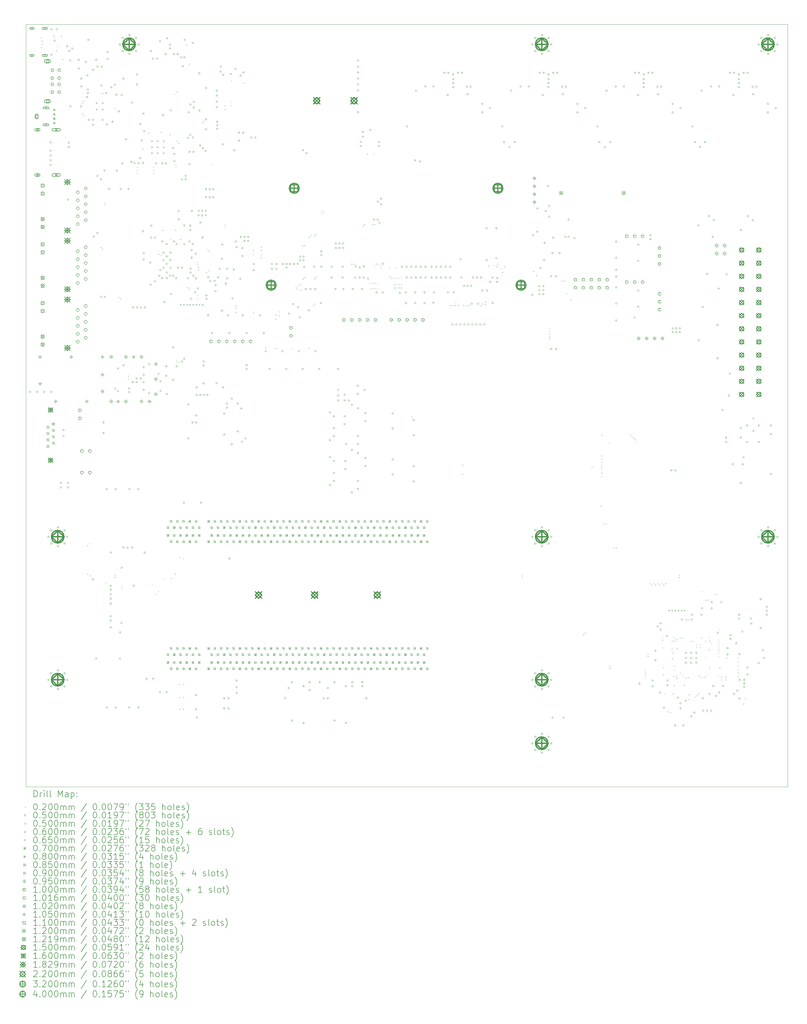
<source format=gbr>
%TF.GenerationSoftware,KiCad,Pcbnew,7.0.8*%
%TF.CreationDate,2024-05-07T21:48:11+03:00*%
%TF.ProjectId,Tangenta,54616e67-656e-4746-912e-6b696361645f,rev?*%
%TF.SameCoordinates,Original*%
%TF.FileFunction,Drillmap*%
%TF.FilePolarity,Positive*%
%FSLAX45Y45*%
G04 Gerber Fmt 4.5, Leading zero omitted, Abs format (unit mm)*
G04 Created by KiCad (PCBNEW 7.0.8) date 2024-05-07 21:48:11*
%MOMM*%
%LPD*%
G01*
G04 APERTURE LIST*
%ADD10C,0.100000*%
%ADD11C,0.200000*%
%ADD12C,0.020000*%
%ADD13C,0.050000*%
%ADD14C,0.060000*%
%ADD15C,0.065000*%
%ADD16C,0.070000*%
%ADD17C,0.080000*%
%ADD18C,0.084998*%
%ADD19C,0.090002*%
%ADD20C,0.095001*%
%ADD21C,0.101600*%
%ADD22C,0.102000*%
%ADD23C,0.104998*%
%ADD24C,0.110002*%
%ADD25C,0.120000*%
%ADD26C,0.121920*%
%ADD27C,0.150002*%
%ADD28C,0.160000*%
%ADD29C,0.182880*%
%ADD30C,0.220000*%
%ADD31C,0.320000*%
%ADD32C,0.400000*%
G04 APERTURE END LIST*
D10*
X27914000Y-27102000D02*
X3530000Y-27102000D01*
X3530000Y-27102000D02*
X3530000Y-2718000D01*
X27914000Y-2718000D02*
X27914000Y-27102000D01*
X3530000Y-2718000D02*
X27914000Y-2718000D01*
D11*
D12*
X4003200Y-3139600D02*
X4023200Y-3159600D01*
X4023200Y-3139600D02*
X4003200Y-3159600D01*
X4003200Y-3444400D02*
X4023200Y-3464400D01*
X4023200Y-3444400D02*
X4003200Y-3464400D01*
X4040700Y-3241400D02*
X4060700Y-3261400D01*
X4060700Y-3241400D02*
X4040700Y-3261400D01*
X4041300Y-3342800D02*
X4061300Y-3362800D01*
X4061300Y-3342800D02*
X4041300Y-3362800D01*
X4401629Y-3072674D02*
X4421629Y-3092674D01*
X4421629Y-3072674D02*
X4401629Y-3092674D01*
X4451126Y-3122171D02*
X4471126Y-3142171D01*
X4471126Y-3122171D02*
X4451126Y-3142171D01*
X4498500Y-3546000D02*
X4518500Y-3566000D01*
X4518500Y-3546000D02*
X4498500Y-3566000D01*
X4536600Y-3393600D02*
X4556600Y-3413600D01*
X4556600Y-3393600D02*
X4536600Y-3413600D01*
X4650900Y-3088800D02*
X4670900Y-3108800D01*
X4670900Y-3088800D02*
X4650900Y-3108800D01*
X4701700Y-3825400D02*
X4721700Y-3845400D01*
X4721700Y-3825400D02*
X4701700Y-3845400D01*
X4790600Y-6314600D02*
X4810600Y-6334600D01*
X4810600Y-6314600D02*
X4790600Y-6334600D01*
X5311951Y-5221749D02*
X5331951Y-5241749D01*
X5331951Y-5221749D02*
X5311951Y-5241749D01*
X5333257Y-5570045D02*
X5353257Y-5590045D01*
X5353257Y-5570045D02*
X5333257Y-5590045D01*
X5361449Y-5172251D02*
X5381449Y-5192251D01*
X5381449Y-5172251D02*
X5361449Y-5192251D01*
X5382755Y-5619543D02*
X5402755Y-5639543D01*
X5402755Y-5619543D02*
X5382755Y-5639543D01*
X5486560Y-19375280D02*
X5506560Y-19395280D01*
X5506560Y-19375280D02*
X5486560Y-19395280D01*
X5486560Y-20289680D02*
X5506560Y-20309680D01*
X5506560Y-20289680D02*
X5486560Y-20309680D01*
X5575460Y-19306700D02*
X5595460Y-19326700D01*
X5595460Y-19306700D02*
X5575460Y-19326700D01*
X5575460Y-20337940D02*
X5595460Y-20357940D01*
X5595460Y-20337940D02*
X5575460Y-20357940D01*
X5916352Y-4909150D02*
X5936352Y-4929150D01*
X5936352Y-4909150D02*
X5916352Y-4929150D01*
X5919011Y-9840771D02*
X5939011Y-9860771D01*
X5939011Y-9840771D02*
X5919011Y-9860771D01*
X5968509Y-9890269D02*
X5988509Y-9910269D01*
X5988509Y-9890269D02*
X5968509Y-9910269D01*
X5986352Y-4909150D02*
X6006352Y-4929150D01*
X6006352Y-4909150D02*
X5986352Y-4929150D01*
X6035200Y-8418280D02*
X6055200Y-8438280D01*
X6055200Y-8418280D02*
X6035200Y-8438280D01*
X6035200Y-8488280D02*
X6055200Y-8508280D01*
X6055200Y-8488280D02*
X6035200Y-8508280D01*
X6075840Y-20569080D02*
X6095840Y-20589080D01*
X6095840Y-20569080D02*
X6075840Y-20589080D01*
X6375560Y-20318180D02*
X6395560Y-20338180D01*
X6395560Y-20318180D02*
X6375560Y-20338180D01*
X6375560Y-20388180D02*
X6395560Y-20408180D01*
X6395560Y-20388180D02*
X6375560Y-20408180D01*
X6378100Y-5400200D02*
X6398100Y-5420200D01*
X6398100Y-5400200D02*
X6378100Y-5420200D01*
X6487971Y-11435891D02*
X6507971Y-11455891D01*
X6507971Y-11435891D02*
X6487971Y-11455891D01*
X6537469Y-11485389D02*
X6557469Y-11505389D01*
X6557469Y-11485389D02*
X6537469Y-11505389D01*
X6594000Y-20670360D02*
X6614000Y-20690360D01*
X6614000Y-20670360D02*
X6594000Y-20690360D01*
X6594000Y-20740360D02*
X6614000Y-20760360D01*
X6614000Y-20740360D02*
X6594000Y-20760360D01*
X6794660Y-13952380D02*
X6814660Y-13972380D01*
X6814660Y-13952380D02*
X6794660Y-13972380D01*
X6794660Y-14031120D02*
X6814660Y-14051120D01*
X6814660Y-14031120D02*
X6794660Y-14051120D01*
X7076600Y-7269640D02*
X7096600Y-7289640D01*
X7096600Y-7269640D02*
X7076600Y-7289640D01*
X7076600Y-7371240D02*
X7096600Y-7391240D01*
X7096600Y-7371240D02*
X7076600Y-7391240D01*
X7076600Y-7472840D02*
X7096600Y-7492840D01*
X7096600Y-7472840D02*
X7076600Y-7492840D01*
X7267100Y-6695600D02*
X7287100Y-6715600D01*
X7287100Y-6695600D02*
X7267100Y-6715600D01*
X7444900Y-6174900D02*
X7464900Y-6194900D01*
X7464900Y-6174900D02*
X7444900Y-6194900D01*
X7559200Y-20640200D02*
X7579200Y-20660200D01*
X7579200Y-20640200D02*
X7559200Y-20660200D01*
X7610000Y-7269640D02*
X7630000Y-7289640D01*
X7630000Y-7269640D02*
X7610000Y-7289640D01*
X7610000Y-7371240D02*
X7630000Y-7391240D01*
X7630000Y-7371240D02*
X7610000Y-7391240D01*
X7610000Y-7472840D02*
X7630000Y-7492840D01*
X7630000Y-7472840D02*
X7610000Y-7492840D01*
X7676040Y-20934840D02*
X7696040Y-20954840D01*
X7696040Y-20934840D02*
X7676040Y-20954840D01*
X7762400Y-20833240D02*
X7782400Y-20853240D01*
X7782400Y-20833240D02*
X7762400Y-20853240D01*
X7782720Y-10063640D02*
X7802720Y-10083640D01*
X7802720Y-10063640D02*
X7782720Y-10083640D01*
X7851300Y-6162200D02*
X7871300Y-6182200D01*
X7871300Y-6162200D02*
X7851300Y-6182200D01*
X7853840Y-10076765D02*
X7873840Y-10096765D01*
X7873840Y-10076765D02*
X7853840Y-10096765D01*
X7909720Y-9291480D02*
X7929720Y-9311480D01*
X7929720Y-9291480D02*
X7909720Y-9311480D01*
X7965600Y-20452240D02*
X7985600Y-20472240D01*
X7985600Y-20452240D02*
X7965600Y-20472240D01*
X8130700Y-6238400D02*
X8150700Y-6258400D01*
X8150700Y-6238400D02*
X8130700Y-6258400D01*
X8148480Y-9581040D02*
X8168480Y-9601040D01*
X8168480Y-9581040D02*
X8148480Y-9601040D01*
X8171340Y-20424300D02*
X8191340Y-20444300D01*
X8191340Y-20424300D02*
X8171340Y-20444300D01*
X8287808Y-4938292D02*
X8307808Y-4958292D01*
X8307808Y-4938292D02*
X8287808Y-4958292D01*
X8308500Y-9291480D02*
X8328500Y-9311480D01*
X8328500Y-9291480D02*
X8308500Y-9311480D01*
X8308500Y-20287140D02*
X8328500Y-20307140D01*
X8328500Y-20287140D02*
X8308500Y-20307140D01*
X8321200Y-7190900D02*
X8341200Y-7210900D01*
X8341200Y-7190900D02*
X8321200Y-7210900D01*
X8321200Y-7267100D02*
X8341200Y-7287100D01*
X8341200Y-7267100D02*
X8321200Y-7287100D01*
X8338980Y-13441840D02*
X8358980Y-13461840D01*
X8358980Y-13441840D02*
X8338980Y-13461840D01*
X8341520Y-13515500D02*
X8361520Y-13535500D01*
X8361520Y-13515500D02*
X8341520Y-13535500D01*
X8359300Y-6441600D02*
X8379300Y-6461600D01*
X8379300Y-6441600D02*
X8359300Y-6461600D01*
X8365650Y-4860450D02*
X8385650Y-4880450D01*
X8385650Y-4860450D02*
X8365650Y-4880450D01*
X8410100Y-6505100D02*
X8430100Y-6525100D01*
X8430100Y-6505100D02*
X8410100Y-6525100D01*
X8412640Y-13515500D02*
X8432640Y-13535500D01*
X8432640Y-13515500D02*
X8412640Y-13535500D01*
X8448200Y-19746120D02*
X8468200Y-19766120D01*
X8468200Y-19746120D02*
X8448200Y-19766120D01*
X8448200Y-23815200D02*
X8468200Y-23835200D01*
X8468200Y-23815200D02*
X8448200Y-23835200D01*
X8448200Y-24226680D02*
X8468200Y-24246680D01*
X8468200Y-24226680D02*
X8448200Y-24246680D01*
X8448200Y-24605140D02*
X8468200Y-24625140D01*
X8468200Y-24605140D02*
X8448200Y-24625140D01*
X8468520Y-9581040D02*
X8488520Y-9601040D01*
X8488520Y-9581040D02*
X8468520Y-9601040D01*
X8562500Y-23815200D02*
X8582500Y-23835200D01*
X8582500Y-23815200D02*
X8562500Y-23835200D01*
X8562500Y-24226680D02*
X8582500Y-24246680D01*
X8582500Y-24226680D02*
X8562500Y-24246680D01*
X8562500Y-24605140D02*
X8582500Y-24625140D01*
X8582500Y-24605140D02*
X8562500Y-24625140D01*
X8565040Y-19791840D02*
X8585040Y-19811840D01*
X8585040Y-19791840D02*
X8565040Y-19811840D01*
X8664100Y-3368200D02*
X8684100Y-3388200D01*
X8684100Y-3368200D02*
X8664100Y-3388200D01*
X8689500Y-11120280D02*
X8709500Y-11140280D01*
X8709500Y-11120280D02*
X8689500Y-11140280D01*
X8747920Y-3972720D02*
X8767920Y-3992720D01*
X8767920Y-3972720D02*
X8747920Y-3992720D01*
X8749823Y-11166637D02*
X8769823Y-11186637D01*
X8769823Y-11166637D02*
X8749823Y-11186637D01*
X9012080Y-10307480D02*
X9032080Y-10327480D01*
X9032080Y-10307480D02*
X9012080Y-10327480D01*
X9014620Y-10386220D02*
X9034620Y-10406220D01*
X9034620Y-10386220D02*
X9014620Y-10406220D01*
X9014620Y-11374280D02*
X9034620Y-11394280D01*
X9034620Y-11374280D02*
X9014620Y-11394280D01*
X9014620Y-11475880D02*
X9034620Y-11495880D01*
X9034620Y-11475880D02*
X9014620Y-11495880D01*
X9042560Y-10482740D02*
X9062560Y-10502740D01*
X9062560Y-10482740D02*
X9042560Y-10502740D01*
X9042560Y-10564020D02*
X9062560Y-10584020D01*
X9062560Y-10564020D02*
X9042560Y-10584020D01*
X9147351Y-5856749D02*
X9167351Y-5876749D01*
X9167351Y-5856749D02*
X9147351Y-5876749D01*
X9196849Y-5807251D02*
X9216849Y-5827251D01*
X9216849Y-5807251D02*
X9196849Y-5827251D01*
X9299100Y-10642760D02*
X9319100Y-10662760D01*
X9319100Y-10642760D02*
X9299100Y-10662760D01*
X9334660Y-9896000D02*
X9354660Y-9916000D01*
X9354660Y-9896000D02*
X9334660Y-9916000D01*
X9357520Y-10579260D02*
X9377520Y-10599260D01*
X9377520Y-10579260D02*
X9357520Y-10599260D01*
X9365140Y-9959315D02*
X9385140Y-9979315D01*
X9385140Y-9959315D02*
X9365140Y-9979315D01*
X9479440Y-7185820D02*
X9499440Y-7205820D01*
X9499440Y-7185820D02*
X9479440Y-7205820D01*
X9889650Y-5304950D02*
X9909650Y-5324950D01*
X9909650Y-5304950D02*
X9889650Y-5324950D01*
X9890920Y-5420520D02*
X9910920Y-5440520D01*
X9910920Y-5420520D02*
X9890920Y-5440520D01*
X9896968Y-9114240D02*
X9916968Y-9134240D01*
X9916968Y-9114240D02*
X9896968Y-9134240D01*
X9896968Y-9184240D02*
X9916968Y-9204240D01*
X9916968Y-9184240D02*
X9896968Y-9204240D01*
X10099200Y-4511200D02*
X10119200Y-4531200D01*
X10119200Y-4511200D02*
X10099200Y-4531200D01*
X10099200Y-5197000D02*
X10119200Y-5217000D01*
X10119200Y-5197000D02*
X10099200Y-5217000D01*
X10099200Y-5298600D02*
X10119200Y-5318600D01*
X10119200Y-5298600D02*
X10099200Y-5318600D01*
X10246520Y-11712100D02*
X10266520Y-11732100D01*
X10266520Y-11712100D02*
X10246520Y-11732100D01*
X10246520Y-11783220D02*
X10266520Y-11803220D01*
X10266520Y-11783220D02*
X10246520Y-11803220D01*
X10246520Y-11912760D02*
X10266520Y-11932760D01*
X10266520Y-11912760D02*
X10246520Y-11932760D01*
X10505600Y-4574700D02*
X10525600Y-4594700D01*
X10525600Y-4574700D02*
X10505600Y-4594700D01*
X10790280Y-9923740D02*
X10810280Y-9943740D01*
X10810280Y-9923740D02*
X10790280Y-9943740D01*
X10790280Y-10071260D02*
X10810280Y-10091260D01*
X10810280Y-10071260D02*
X10790280Y-10091260D01*
X10800240Y-11912760D02*
X10820240Y-11932760D01*
X10820240Y-11912760D02*
X10800240Y-11932760D01*
X11049160Y-9822340D02*
X11069160Y-9842340D01*
X11069160Y-9822340D02*
X11049160Y-9842340D01*
X11049160Y-9923940D02*
X11069160Y-9943940D01*
X11069160Y-9923940D02*
X11049160Y-9943940D01*
X11049160Y-10068720D02*
X11069160Y-10088720D01*
X11069160Y-10068720D02*
X11049160Y-10088720D01*
X11049160Y-10172860D02*
X11069160Y-10192860D01*
X11069160Y-10172860D02*
X11049160Y-10192860D01*
X11193940Y-13043060D02*
X11213940Y-13063060D01*
X11213940Y-13043060D02*
X11193940Y-13063060D01*
X11516520Y-11996580D02*
X11536520Y-12016580D01*
X11536520Y-11996580D02*
X11516520Y-12016580D01*
X11516520Y-12126120D02*
X11536520Y-12146120D01*
X11536520Y-12126120D02*
X11516520Y-12146120D01*
X11516520Y-13068460D02*
X11536520Y-13088460D01*
X11536520Y-13068460D02*
X11516520Y-13088460D01*
X11620660Y-11889900D02*
X11640660Y-11909900D01*
X11640660Y-11889900D02*
X11620660Y-11909900D01*
X11620660Y-12021980D02*
X11640660Y-12041980D01*
X11640660Y-12021980D02*
X11620660Y-12041980D01*
X12044840Y-13068460D02*
X12064840Y-13088460D01*
X12064840Y-13068460D02*
X12044840Y-13088460D01*
X12169300Y-11132980D02*
X12189300Y-11152980D01*
X12189300Y-11132980D02*
X12169300Y-11152980D01*
X12232800Y-11061860D02*
X12252800Y-11081860D01*
X12252800Y-11061860D02*
X12232800Y-11081860D01*
X12232800Y-11196480D02*
X12252800Y-11216480D01*
X12252800Y-11196480D02*
X12232800Y-11216480D01*
X12293760Y-11021220D02*
X12313760Y-11041220D01*
X12313760Y-11021220D02*
X12293760Y-11041220D01*
X12329800Y-11198200D02*
X12349800Y-11218200D01*
X12349800Y-11198200D02*
X12329800Y-11218200D01*
X12370520Y-9784240D02*
X12390520Y-9804240D01*
X12390520Y-9784240D02*
X12370520Y-9804240D01*
X12396011Y-10845309D02*
X12416011Y-10865309D01*
X12416011Y-10845309D02*
X12396011Y-10865309D01*
X12440520Y-9784240D02*
X12460520Y-9804240D01*
X12460520Y-9784240D02*
X12440520Y-9804240D01*
X12445509Y-10795811D02*
X12465509Y-10815811D01*
X12465509Y-10795811D02*
X12445509Y-10815811D01*
X12573160Y-13068460D02*
X12593160Y-13088460D01*
X12593160Y-13068460D02*
X12573160Y-13088460D01*
X12583971Y-9511809D02*
X12603971Y-9531809D01*
X12603971Y-9511809D02*
X12583971Y-9531809D01*
X12633469Y-9462311D02*
X12653469Y-9482311D01*
X12653469Y-9462311D02*
X12633469Y-9482311D01*
X12713511Y-11701289D02*
X12733511Y-11721289D01*
X12733511Y-11701289D02*
X12713511Y-11721289D01*
X12756691Y-10845309D02*
X12776691Y-10865309D01*
X12776691Y-10845309D02*
X12756691Y-10865309D01*
X12761771Y-9471169D02*
X12781771Y-9491169D01*
X12781771Y-9471169D02*
X12761771Y-9491169D01*
X12763009Y-11651791D02*
X12783009Y-11671791D01*
X12783009Y-11651791D02*
X12763009Y-11671791D01*
X12806189Y-10795811D02*
X12826189Y-10815811D01*
X12826189Y-10795811D02*
X12806189Y-10815811D01*
X12811269Y-9421671D02*
X12831269Y-9441671D01*
X12831269Y-9421671D02*
X12811269Y-9441671D01*
X12994800Y-8664100D02*
X13014800Y-8684100D01*
X13014800Y-8664100D02*
X12994800Y-8684100D01*
X12994800Y-8765700D02*
X13014800Y-8785700D01*
X13014800Y-8765700D02*
X12994800Y-8785700D01*
X13045600Y-8714900D02*
X13065600Y-8734900D01*
X13065600Y-8714900D02*
X13045600Y-8734900D01*
X13944800Y-10370780D02*
X13964800Y-10390780D01*
X13964800Y-10370780D02*
X13944800Y-10390780D01*
X14014800Y-10370780D02*
X14034800Y-10390780D01*
X14034800Y-10370780D02*
X14014800Y-10390780D01*
X14303551Y-9158749D02*
X14323551Y-9178749D01*
X14323551Y-9158749D02*
X14303551Y-9178749D01*
X14353049Y-9109251D02*
X14373049Y-9129251D01*
X14373049Y-9109251D02*
X14353049Y-9129251D01*
X14442600Y-6850540D02*
X14462600Y-6870540D01*
X14462600Y-6850540D02*
X14442600Y-6870540D01*
X14559440Y-10983940D02*
X14579440Y-11003940D01*
X14579440Y-10983940D02*
X14559440Y-11003940D01*
X14559440Y-11153300D02*
X14579440Y-11173300D01*
X14579440Y-11153300D02*
X14559440Y-11173300D01*
X14605160Y-9103520D02*
X14625160Y-9123520D01*
X14625160Y-9103520D02*
X14605160Y-9123520D01*
X14630560Y-10983940D02*
X14650560Y-11003940D01*
X14650560Y-10983940D02*
X14630560Y-11003940D01*
X14630560Y-11153300D02*
X14650560Y-11173300D01*
X14650560Y-11153300D02*
X14630560Y-11173300D01*
X14646200Y-6853480D02*
X14666200Y-6873480D01*
X14666200Y-6853480D02*
X14646200Y-6873480D01*
X14671200Y-10416700D02*
X14691200Y-10436700D01*
X14691200Y-10416700D02*
X14671200Y-10436700D01*
X14681360Y-9103520D02*
X14701360Y-9123520D01*
X14701360Y-9103520D02*
X14681360Y-9123520D01*
X14701680Y-10983940D02*
X14721680Y-11003940D01*
X14721680Y-10983940D02*
X14701680Y-11003940D01*
X14701680Y-11153300D02*
X14721680Y-11173300D01*
X14721680Y-11153300D02*
X14701680Y-11173300D01*
X14732160Y-10365900D02*
X14752160Y-10385900D01*
X14752160Y-10365900D02*
X14732160Y-10385900D01*
X14772800Y-10983940D02*
X14792800Y-11003940D01*
X14792800Y-10983940D02*
X14772800Y-11003940D01*
X14772800Y-11153300D02*
X14792800Y-11173300D01*
X14792800Y-11153300D02*
X14772800Y-11173300D01*
X14805820Y-10365900D02*
X14825820Y-10385900D01*
X14825820Y-10365900D02*
X14805820Y-10385900D01*
X14879480Y-10419240D02*
X14899480Y-10439240D01*
X14899480Y-10419240D02*
X14879480Y-10439240D01*
X14879480Y-10492900D02*
X14899480Y-10512900D01*
X14899480Y-10492900D02*
X14879480Y-10512900D01*
X15153800Y-10492900D02*
X15173800Y-10512900D01*
X15173800Y-10492900D02*
X15153800Y-10512900D01*
X15156340Y-10767220D02*
X15176340Y-10787220D01*
X15176340Y-10767220D02*
X15156340Y-10787220D01*
X15217300Y-10818020D02*
X15237300Y-10838020D01*
X15237300Y-10818020D02*
X15217300Y-10838020D01*
X15288420Y-10818020D02*
X15308420Y-10838020D01*
X15308420Y-10818020D02*
X15288420Y-10838020D01*
X15318900Y-11023760D02*
X15338900Y-11043760D01*
X15338900Y-11023760D02*
X15318900Y-11043760D01*
X15318900Y-11132980D02*
X15338900Y-11152980D01*
X15338900Y-11132980D02*
X15318900Y-11152980D01*
X15354460Y-10492900D02*
X15374460Y-10512900D01*
X15374460Y-10492900D02*
X15354460Y-10512900D01*
X15390020Y-10818020D02*
X15410020Y-10838020D01*
X15410020Y-10818020D02*
X15390020Y-10838020D01*
X15390020Y-11023760D02*
X15410020Y-11043760D01*
X15410020Y-11023760D02*
X15390020Y-11043760D01*
X15390020Y-11132980D02*
X15410020Y-11152980D01*
X15410020Y-11132980D02*
X15390020Y-11152980D01*
X15463680Y-10818020D02*
X15483680Y-10838020D01*
X15483680Y-10818020D02*
X15463680Y-10838020D01*
X15463680Y-11023760D02*
X15483680Y-11043760D01*
X15483680Y-11023760D02*
X15463680Y-11043760D01*
X15463680Y-11132980D02*
X15483680Y-11152980D01*
X15483680Y-11132980D02*
X15463680Y-11152980D01*
X15534800Y-10818020D02*
X15554800Y-10838020D01*
X15554800Y-10818020D02*
X15534800Y-10838020D01*
X15534800Y-11023760D02*
X15554800Y-11043760D01*
X15554800Y-11023760D02*
X15534800Y-11043760D01*
X15534800Y-11132980D02*
X15554800Y-11152980D01*
X15554800Y-11132980D02*
X15534800Y-11152980D01*
X15875160Y-15260480D02*
X15895160Y-15280480D01*
X15895160Y-15260480D02*
X15875160Y-15280480D01*
X17117220Y-11691780D02*
X17137220Y-11711780D01*
X17137220Y-11691780D02*
X17117220Y-11711780D01*
X17193420Y-11691780D02*
X17213420Y-11711780D01*
X17213420Y-11691780D02*
X17193420Y-11711780D01*
X17269620Y-11691780D02*
X17289620Y-11711780D01*
X17289620Y-11691780D02*
X17269620Y-11711780D01*
X17279780Y-11577480D02*
X17299780Y-11597480D01*
X17299780Y-11577480D02*
X17279780Y-11597480D01*
X17368680Y-11691780D02*
X17388680Y-11711780D01*
X17388680Y-11691780D02*
X17368680Y-11711780D01*
X17493140Y-16794640D02*
X17513140Y-16814640D01*
X17513140Y-16794640D02*
X17493140Y-16814640D01*
X17493140Y-17096900D02*
X17513140Y-17116900D01*
X17513140Y-17096900D02*
X17493140Y-17116900D01*
X17521080Y-11691780D02*
X17541080Y-11711780D01*
X17541080Y-11691780D02*
X17521080Y-11711780D01*
X17607440Y-11691780D02*
X17627440Y-11711780D01*
X17627440Y-11691780D02*
X17607440Y-11711780D01*
X17698880Y-11691780D02*
X17718880Y-11711780D01*
X17718880Y-11691780D02*
X17698880Y-11711780D01*
X18079800Y-11701940D02*
X18099800Y-11721940D01*
X18099800Y-11701940D02*
X18079800Y-11721940D01*
X18129800Y-11648600D02*
X18149800Y-11668600D01*
X18149800Y-11648600D02*
X18129800Y-11668600D01*
X18222120Y-11663840D02*
X18242120Y-11683840D01*
X18242120Y-11663840D02*
X18222120Y-11683840D01*
X18229800Y-11582560D02*
X18249800Y-11602560D01*
X18249800Y-11582560D02*
X18229800Y-11602560D01*
X18331340Y-10429400D02*
X18351340Y-10449400D01*
X18351340Y-10429400D02*
X18331340Y-10449400D01*
X18512500Y-10411620D02*
X18532500Y-10431620D01*
X18532500Y-10411620D02*
X18512500Y-10431620D01*
X18600580Y-10457340D02*
X18620580Y-10477340D01*
X18620580Y-10457340D02*
X18600580Y-10477340D01*
X18620900Y-10365900D02*
X18640900Y-10385900D01*
X18640900Y-10365900D02*
X18620900Y-10385900D01*
X18725049Y-10510618D02*
X18745049Y-10530618D01*
X18745049Y-10510618D02*
X18725049Y-10530618D01*
X18770760Y-10635140D02*
X18790760Y-10655140D01*
X18790760Y-10635140D02*
X18770760Y-10655140D01*
X18836800Y-10464960D02*
X18856800Y-10484960D01*
X18856800Y-10464960D02*
X18836800Y-10484960D01*
X19400680Y-20318180D02*
X19420680Y-20338180D01*
X19420680Y-20318180D02*
X19400680Y-20338180D01*
X19400680Y-20388180D02*
X19420680Y-20408180D01*
X19420680Y-20388180D02*
X19400680Y-20408180D01*
X19771520Y-10602120D02*
X19791520Y-10622120D01*
X19791520Y-10602120D02*
X19771520Y-10622120D01*
X19865500Y-10736740D02*
X19885500Y-10756740D01*
X19885500Y-10736740D02*
X19865500Y-10756740D01*
X20284600Y-12436000D02*
X20304600Y-12456000D01*
X20304600Y-12436000D02*
X20284600Y-12456000D01*
X20284600Y-12537600D02*
X20304600Y-12557600D01*
X20304600Y-12537600D02*
X20284600Y-12557600D01*
X20284600Y-12611260D02*
X20304600Y-12631260D01*
X20304600Y-12611260D02*
X20284600Y-12631260D01*
X20284600Y-12684920D02*
X20304600Y-12704920D01*
X20304600Y-12684920D02*
X20284600Y-12704920D01*
X20284600Y-12758580D02*
X20304600Y-12778580D01*
X20304600Y-12758580D02*
X20284600Y-12778580D01*
X20670680Y-10914540D02*
X20690680Y-10934540D01*
X20690680Y-10914540D02*
X20670680Y-10934540D01*
X20764660Y-10914540D02*
X20784660Y-10934540D01*
X20784660Y-10914540D02*
X20764660Y-10934540D01*
X20818000Y-11328560D02*
X20838000Y-11348560D01*
X20838000Y-11328560D02*
X20818000Y-11348560D01*
X20970400Y-11524140D02*
X20990400Y-11544140D01*
X20990400Y-11524140D02*
X20970400Y-11544140D01*
X21367291Y-22224509D02*
X21387291Y-22244509D01*
X21387291Y-22224509D02*
X21367291Y-22244509D01*
X21416789Y-22175011D02*
X21436789Y-22195011D01*
X21436789Y-22175011D02*
X21416789Y-22195011D01*
X21635880Y-16865760D02*
X21655880Y-16885760D01*
X21655880Y-16865760D02*
X21635880Y-16885760D01*
X21920360Y-18105280D02*
X21940360Y-18125280D01*
X21940360Y-18105280D02*
X21920360Y-18125280D01*
X21950840Y-15849760D02*
X21970840Y-15869760D01*
X21970840Y-15849760D02*
X21950840Y-15869760D01*
X21950840Y-16502540D02*
X21970840Y-16522540D01*
X21970840Y-16502540D02*
X21950840Y-16522540D01*
X21950840Y-16606680D02*
X21970840Y-16626680D01*
X21970840Y-16606680D02*
X21950840Y-16626680D01*
X21950840Y-16720980D02*
X21970840Y-16740980D01*
X21970840Y-16720980D02*
X21950840Y-16740980D01*
X21950840Y-16794640D02*
X21970840Y-16814640D01*
X21970840Y-16794640D02*
X21950840Y-16814640D01*
X21950840Y-16865760D02*
X21970840Y-16885760D01*
X21970840Y-16865760D02*
X21950840Y-16885760D01*
X21950840Y-16936880D02*
X21970840Y-16956880D01*
X21970840Y-16936880D02*
X21950840Y-16956880D01*
X21950840Y-17051180D02*
X21970840Y-17071180D01*
X21970840Y-17051180D02*
X21950840Y-17071180D01*
X21950840Y-17155320D02*
X21970840Y-17175320D01*
X21970840Y-17155320D02*
X21950840Y-17175320D01*
X22040300Y-18679320D02*
X22060300Y-18699320D01*
X22060300Y-18679320D02*
X22040300Y-18699320D01*
X22110300Y-18679320D02*
X22130300Y-18699320D01*
X22130300Y-18679320D02*
X22110300Y-18699320D01*
X22189600Y-16088520D02*
X22209600Y-16108520D01*
X22209600Y-16088520D02*
X22189600Y-16108520D01*
X22209920Y-23226480D02*
X22229920Y-23246480D01*
X22229920Y-23226480D02*
X22209920Y-23246480D01*
X22209920Y-23296480D02*
X22229920Y-23316480D01*
X22229920Y-23296480D02*
X22209920Y-23316480D01*
X22347640Y-19456560D02*
X22367640Y-19476560D01*
X22367640Y-19456560D02*
X22347640Y-19476560D01*
X22417640Y-19456560D02*
X22437640Y-19476560D01*
X22437640Y-19456560D02*
X22417640Y-19476560D01*
X22850000Y-15821820D02*
X22870000Y-15841820D01*
X22870000Y-15821820D02*
X22850000Y-15841820D01*
X22903340Y-15870080D02*
X22923340Y-15890080D01*
X22923340Y-15870080D02*
X22903340Y-15890080D01*
X22959220Y-15918340D02*
X22979220Y-15938340D01*
X22979220Y-15918340D02*
X22959220Y-15938340D01*
X23015100Y-15966600D02*
X23035100Y-15986600D01*
X23035100Y-15966600D02*
X23015100Y-15986600D01*
X23076060Y-16042800D02*
X23096060Y-16062800D01*
X23096060Y-16042800D02*
X23076060Y-16062800D01*
X23337680Y-23373800D02*
X23357680Y-23393800D01*
X23357680Y-23373800D02*
X23337680Y-23393800D01*
X23337680Y-23443800D02*
X23357680Y-23463800D01*
X23357680Y-23443800D02*
X23337680Y-23463800D01*
X23337680Y-23533703D02*
X23357680Y-23553703D01*
X23357680Y-23533703D02*
X23337680Y-23553703D01*
X23337680Y-23603703D02*
X23357680Y-23623703D01*
X23357680Y-23603703D02*
X23337680Y-23623703D01*
X23428520Y-22853300D02*
X23448520Y-22873300D01*
X23448520Y-22853300D02*
X23428520Y-22873300D01*
X23428520Y-22923300D02*
X23448520Y-22943300D01*
X23448520Y-22923300D02*
X23428520Y-22943300D01*
X23485000Y-20589400D02*
X23505000Y-20609400D01*
X23505000Y-20589400D02*
X23485000Y-20609400D01*
X23548500Y-20632580D02*
X23568500Y-20652580D01*
X23568500Y-20632580D02*
X23548500Y-20652580D01*
X23612000Y-20589400D02*
X23632000Y-20609400D01*
X23632000Y-20589400D02*
X23612000Y-20609400D01*
X23675500Y-20632580D02*
X23695500Y-20652580D01*
X23695500Y-20632580D02*
X23675500Y-20652580D01*
X23739000Y-20589400D02*
X23759000Y-20609400D01*
X23759000Y-20589400D02*
X23739000Y-20609400D01*
X23802500Y-20632580D02*
X23822500Y-20652580D01*
X23822500Y-20632580D02*
X23802500Y-20652580D01*
X23866000Y-20589400D02*
X23886000Y-20609400D01*
X23886000Y-20589400D02*
X23866000Y-20609400D01*
X23896480Y-22333678D02*
X23916480Y-22353678D01*
X23916480Y-22333678D02*
X23896480Y-22353678D01*
X23896480Y-22403677D02*
X23916480Y-22423677D01*
X23916480Y-22403677D02*
X23896480Y-22423677D01*
X23909180Y-22646800D02*
X23929180Y-22666800D01*
X23929180Y-22646800D02*
X23909180Y-22666800D01*
X23928665Y-23508695D02*
X23948665Y-23528695D01*
X23948665Y-23508695D02*
X23928665Y-23528695D01*
X23929500Y-23268665D02*
X23949500Y-23288665D01*
X23949500Y-23268665D02*
X23929500Y-23288665D01*
X23932040Y-20632580D02*
X23952040Y-20652580D01*
X23952040Y-20632580D02*
X23932040Y-20652580D01*
X23957440Y-24114920D02*
X23977440Y-24134920D01*
X23977440Y-24114920D02*
X23957440Y-24134920D01*
X23995540Y-20589400D02*
X24015540Y-20609400D01*
X24015540Y-20589400D02*
X23995540Y-20609400D01*
X24069200Y-24658480D02*
X24089200Y-24678480D01*
X24089200Y-24658480D02*
X24069200Y-24678480D01*
X24147940Y-24709280D02*
X24167940Y-24729280D01*
X24167940Y-24709280D02*
X24147940Y-24729280D01*
X24201280Y-22428360D02*
X24221280Y-22448360D01*
X24221280Y-22428360D02*
X24201280Y-22448360D01*
X24201280Y-22669660D02*
X24221280Y-22689660D01*
X24221280Y-22669660D02*
X24201280Y-22689660D01*
X24201280Y-22748400D02*
X24221280Y-22768400D01*
X24221280Y-22748400D02*
X24201280Y-22768400D01*
X24208900Y-22987160D02*
X24228900Y-23007160D01*
X24228900Y-22987160D02*
X24208900Y-23007160D01*
X24231760Y-22811900D02*
X24251760Y-22831900D01*
X24251760Y-22811900D02*
X24231760Y-22831900D01*
X24231760Y-24114920D02*
X24251760Y-24134920D01*
X24251760Y-24114920D02*
X24231760Y-24134920D01*
X24259700Y-23561200D02*
X24279700Y-23581200D01*
X24279700Y-23561200D02*
X24259700Y-23581200D01*
X24262240Y-22329300D02*
X24282240Y-22349300D01*
X24282240Y-22329300D02*
X24262240Y-22349300D01*
X24272400Y-23850760D02*
X24292400Y-23870760D01*
X24292400Y-23850760D02*
X24272400Y-23870760D01*
X24280020Y-23228460D02*
X24300020Y-23248460D01*
X24300020Y-23228460D02*
X24280020Y-23248460D01*
X24280020Y-23363080D02*
X24300020Y-23383080D01*
X24300020Y-23363080D02*
X24280020Y-23383080D01*
X24285100Y-22433440D02*
X24305100Y-22453440D01*
X24305100Y-22433440D02*
X24285100Y-22453440D01*
X24351140Y-23614540D02*
X24371140Y-23634540D01*
X24371140Y-23614540D02*
X24351140Y-23634540D01*
X24353680Y-23540880D02*
X24373680Y-23560880D01*
X24373680Y-23540880D02*
X24353680Y-23560880D01*
X24361300Y-22381420D02*
X24381300Y-22401420D01*
X24381300Y-22381420D02*
X24361300Y-22401420D01*
X24361300Y-22669660D02*
X24381300Y-22689660D01*
X24381300Y-22669660D02*
X24361300Y-22689660D01*
X24434960Y-20318180D02*
X24454960Y-20338180D01*
X24454960Y-20318180D02*
X24434960Y-20338180D01*
X24434960Y-20388180D02*
X24454960Y-20408180D01*
X24454960Y-20388180D02*
X24434960Y-20408180D01*
X24462900Y-22329300D02*
X24482900Y-22349300D01*
X24482900Y-22329300D02*
X24462900Y-22349300D01*
X24473060Y-23446900D02*
X24493060Y-23466900D01*
X24493060Y-23446900D02*
X24473060Y-23466900D01*
X24544180Y-23540880D02*
X24564180Y-23560880D01*
X24564180Y-23540880D02*
X24544180Y-23560880D01*
X24551800Y-22329300D02*
X24571800Y-22349300D01*
X24571800Y-22329300D02*
X24551800Y-22349300D01*
X24597520Y-23843140D02*
X24617520Y-23863140D01*
X24617520Y-23843140D02*
X24597520Y-23863140D01*
X24633080Y-23614540D02*
X24653080Y-23634540D01*
X24653080Y-23614540D02*
X24633080Y-23634540D01*
X24638220Y-21742760D02*
X24658220Y-21762760D01*
X24658220Y-21742760D02*
X24638220Y-21762760D01*
X24708220Y-21742760D02*
X24728220Y-21762760D01*
X24728220Y-21742760D02*
X24708220Y-21762760D01*
X24714360Y-23591680D02*
X24734360Y-23611680D01*
X24734360Y-23591680D02*
X24714360Y-23611680D01*
X24739760Y-24142860D02*
X24759760Y-24162860D01*
X24759760Y-24142860D02*
X24739760Y-24162860D01*
X24739760Y-24295260D02*
X24759760Y-24315260D01*
X24759760Y-24295260D02*
X24739760Y-24315260D01*
X24800720Y-22430900D02*
X24820720Y-22450900D01*
X24820720Y-22430900D02*
X24800720Y-22450900D01*
X24871840Y-22430900D02*
X24891840Y-22450900D01*
X24891840Y-22430900D02*
X24871840Y-22450900D01*
X24948040Y-24221600D02*
X24968040Y-24241600D01*
X24968040Y-24221600D02*
X24948040Y-24241600D01*
X24988680Y-22550280D02*
X25008680Y-22570280D01*
X25008680Y-22550280D02*
X24988680Y-22570280D01*
X24988680Y-22634100D02*
X25008680Y-22654100D01*
X25008680Y-22634100D02*
X24988680Y-22654100D01*
X25001380Y-24173340D02*
X25021380Y-24193340D01*
X25021380Y-24173340D02*
X25001380Y-24193340D01*
X25044560Y-24117460D02*
X25064560Y-24137460D01*
X25064560Y-24117460D02*
X25044560Y-24137460D01*
X25072500Y-23540880D02*
X25092500Y-23560880D01*
X25092500Y-23540880D02*
X25072500Y-23560880D01*
X25102980Y-22550280D02*
X25122980Y-22570280D01*
X25122980Y-22550280D02*
X25102980Y-22570280D01*
X25102980Y-22634100D02*
X25122980Y-22654100D01*
X25122980Y-22634100D02*
X25102980Y-22654100D01*
X25143620Y-23594220D02*
X25163620Y-23614220D01*
X25163620Y-23594220D02*
X25143620Y-23614220D01*
X25151240Y-20843400D02*
X25171240Y-20863400D01*
X25171240Y-20843400D02*
X25151240Y-20863400D01*
X25152316Y-22321680D02*
X25172316Y-22341680D01*
X25172316Y-22321680D02*
X25152316Y-22341680D01*
X25232300Y-23594220D02*
X25252300Y-23614220D01*
X25252300Y-23594220D02*
X25232300Y-23614220D01*
X25280780Y-22430900D02*
X25300780Y-22450900D01*
X25300780Y-22430900D02*
X25280780Y-22450900D01*
X25280780Y-22949060D02*
X25300780Y-22969060D01*
X25300780Y-22949060D02*
X25280780Y-22969060D01*
X25283980Y-21115762D02*
X25303980Y-21135762D01*
X25303980Y-21115762D02*
X25283980Y-21135762D01*
X25311260Y-23540880D02*
X25331260Y-23560880D01*
X25331260Y-23540880D02*
X25311260Y-23560880D01*
X25353980Y-21115762D02*
X25373980Y-21135762D01*
X25373980Y-21115762D02*
X25353980Y-21135762D01*
X25397620Y-22324220D02*
X25417620Y-22344220D01*
X25417620Y-22324220D02*
X25397620Y-22344220D01*
X25397620Y-22428360D02*
X25417620Y-22448360D01*
X25417620Y-22428360D02*
X25397620Y-22448360D01*
X25397620Y-22707760D02*
X25417620Y-22727760D01*
X25417620Y-22707760D02*
X25397620Y-22727760D01*
X25397620Y-23309740D02*
X25417620Y-23329740D01*
X25417620Y-23309740D02*
X25397620Y-23329740D01*
X25448420Y-22489320D02*
X25468420Y-22509320D01*
X25468420Y-22489320D02*
X25448420Y-22509320D01*
X25588680Y-20932300D02*
X25608680Y-20952300D01*
X25608680Y-20932300D02*
X25588680Y-20952300D01*
X25658680Y-20932300D02*
X25678680Y-20952300D01*
X25678680Y-20932300D02*
X25658680Y-20952300D01*
X25687180Y-23550990D02*
X25707180Y-23570990D01*
X25707180Y-23550990D02*
X25687180Y-23570990D01*
X25694163Y-22464695D02*
X25714163Y-22484695D01*
X25714163Y-22464695D02*
X25694163Y-22484695D01*
X25694800Y-22392675D02*
X25714800Y-22412675D01*
X25714800Y-22392675D02*
X25694800Y-22412675D01*
X25694800Y-22570600D02*
X25714800Y-22590600D01*
X25714800Y-22570600D02*
X25694800Y-22590600D01*
X25694800Y-22641720D02*
X25714800Y-22661720D01*
X25714800Y-22641720D02*
X25694800Y-22661720D01*
X25694800Y-22733160D02*
X25714800Y-22753160D01*
X25714800Y-22733160D02*
X25694800Y-22753160D01*
X25694800Y-22824600D02*
X25714800Y-22844600D01*
X25714800Y-22824600D02*
X25694800Y-22844600D01*
X25695765Y-22925380D02*
X25715765Y-22945380D01*
X25715765Y-22925380D02*
X25695765Y-22945380D01*
X25717660Y-22044820D02*
X25737660Y-22064820D01*
X25737660Y-22044820D02*
X25717660Y-22064820D01*
X25730360Y-23291960D02*
X25750360Y-23311960D01*
X25750360Y-23291960D02*
X25730360Y-23311960D01*
X25778620Y-23578980D02*
X25798620Y-23598980D01*
X25798620Y-23578980D02*
X25778620Y-23598980D01*
X25778620Y-23670420D02*
X25798620Y-23690420D01*
X25798620Y-23670420D02*
X25778620Y-23690420D01*
X25918320Y-23576440D02*
X25938320Y-23596440D01*
X25938320Y-23576440D02*
X25918320Y-23596440D01*
X25918320Y-23670420D02*
X25938320Y-23690420D01*
X25938320Y-23670420D02*
X25918320Y-23690420D01*
X25946260Y-22979540D02*
X25966260Y-22999540D01*
X25966260Y-22979540D02*
X25946260Y-22999540D01*
X26319640Y-22959220D02*
X26339640Y-22979220D01*
X26339640Y-22959220D02*
X26319640Y-22979220D01*
X26319640Y-23109080D02*
X26339640Y-23129080D01*
X26339640Y-23109080D02*
X26319640Y-23129080D01*
X26319640Y-23220840D02*
X26339640Y-23240840D01*
X26339640Y-23220840D02*
X26319640Y-23240840D01*
X26319640Y-23332600D02*
X26339640Y-23352600D01*
X26339640Y-23332600D02*
X26319640Y-23352600D01*
X26319640Y-23444360D02*
X26339640Y-23464360D01*
X26339640Y-23444360D02*
X26319640Y-23464360D01*
X26319640Y-23556120D02*
X26339640Y-23576120D01*
X26339640Y-23556120D02*
X26319640Y-23576120D01*
X26484740Y-24437500D02*
X26504740Y-24457500D01*
X26504740Y-24437500D02*
X26484740Y-24457500D01*
X26548240Y-24264780D02*
X26568240Y-24284780D01*
X26568240Y-24264780D02*
X26548240Y-24284780D01*
D13*
X3685140Y-14472920D02*
G75*
G03*
X3685140Y-14472920I-25000J0D01*
G01*
X3913740Y-14472920D02*
G75*
G03*
X3913740Y-14472920I-25000J0D01*
G01*
X4142340Y-14472920D02*
G75*
G03*
X4142340Y-14472920I-25000J0D01*
G01*
X4343000Y-6489700D02*
G75*
G03*
X4343000Y-6489700I-25000J0D01*
G01*
X4343000Y-6756400D02*
G75*
G03*
X4343000Y-6756400I-25000J0D01*
G01*
X4343000Y-6908800D02*
G75*
G03*
X4343000Y-6908800I-25000J0D01*
G01*
X4343000Y-7061200D02*
G75*
G03*
X4343000Y-7061200I-25000J0D01*
G01*
X4343000Y-7213600D02*
G75*
G03*
X4343000Y-7213600I-25000J0D01*
G01*
X4368400Y-2872740D02*
G75*
G03*
X4368400Y-2872740I-25000J0D01*
G01*
X4368400Y-3683000D02*
G75*
G03*
X4368400Y-3683000I-25000J0D01*
G01*
X4370940Y-14472920D02*
G75*
G03*
X4370940Y-14472920I-25000J0D01*
G01*
X4470000Y-3238500D02*
G75*
G03*
X4470000Y-3238500I-25000J0D01*
G01*
X4546200Y-2870200D02*
G75*
G03*
X4546200Y-2870200I-25000J0D01*
G01*
X4673200Y-17378680D02*
G75*
G03*
X4673200Y-17378680I-25000J0D01*
G01*
X4673200Y-17526000D02*
G75*
G03*
X4673200Y-17526000I-25000J0D01*
G01*
X4757020Y-15689580D02*
G75*
G03*
X4757020Y-15689580I-25000J0D01*
G01*
X4757020Y-15882620D02*
G75*
G03*
X4757020Y-15882620I-25000J0D01*
G01*
X4876400Y-3416300D02*
G75*
G03*
X4876400Y-3416300I-25000J0D01*
G01*
X4901800Y-8321040D02*
G75*
G03*
X4901800Y-8321040I-25000J0D01*
G01*
X4901800Y-17378680D02*
G75*
G03*
X4901800Y-17378680I-25000J0D01*
G01*
X4901800Y-17526000D02*
G75*
G03*
X4901800Y-17526000I-25000J0D01*
G01*
X4927200Y-6502400D02*
G75*
G03*
X4927200Y-6502400I-25000J0D01*
G01*
X4927200Y-6642100D02*
G75*
G03*
X4927200Y-6642100I-25000J0D01*
G01*
X4939900Y-3568700D02*
G75*
G03*
X4939900Y-3568700I-25000J0D01*
G01*
X4972320Y-3871160D02*
G75*
G03*
X4972320Y-3871160I-25000J0D01*
G01*
X4978000Y-5334000D02*
G75*
G03*
X4978000Y-5334000I-25000J0D01*
G01*
X5038960Y-3489960D02*
G75*
G03*
X5038960Y-3489960I-25000J0D01*
G01*
X5244700Y-3848100D02*
G75*
G03*
X5244700Y-3848100I-25000J0D01*
G01*
X5244700Y-4127500D02*
G75*
G03*
X5244700Y-4127500I-25000J0D01*
G01*
X5320900Y-5334000D02*
G75*
G03*
X5320900Y-5334000I-25000J0D01*
G01*
X5328520Y-4450080D02*
G75*
G03*
X5328520Y-4450080I-25000J0D01*
G01*
X5328520Y-4696460D02*
G75*
G03*
X5328520Y-4696460I-25000J0D01*
G01*
X5473300Y-3911600D02*
G75*
G03*
X5473300Y-3911600I-25000J0D01*
G01*
X5511400Y-5041900D02*
G75*
G03*
X5511400Y-5041900I-25000J0D01*
G01*
X5524100Y-4343400D02*
G75*
G03*
X5524100Y-4343400I-25000J0D01*
G01*
X5536800Y-4800600D02*
G75*
G03*
X5536800Y-4800600I-25000J0D01*
G01*
X5536800Y-4914900D02*
G75*
G03*
X5536800Y-4914900I-25000J0D01*
G01*
X5549500Y-3213100D02*
G75*
G03*
X5549500Y-3213100I-25000J0D01*
G01*
X5574900Y-5765800D02*
G75*
G03*
X5574900Y-5765800I-25000J0D01*
G01*
X5699360Y-20467320D02*
G75*
G03*
X5699360Y-20467320I-25000J0D01*
G01*
X5701900Y-4165600D02*
G75*
G03*
X5701900Y-4165600I-25000J0D01*
G01*
X5701900Y-5767450D02*
G75*
G03*
X5701900Y-5767450I-25000J0D01*
G01*
X5701900Y-5930900D02*
G75*
G03*
X5701900Y-5930900I-25000J0D01*
G01*
X5729840Y-9499600D02*
G75*
G03*
X5729840Y-9499600I-25000J0D01*
G01*
X5800960Y-22997160D02*
G75*
G03*
X5800960Y-22997160I-25000J0D01*
G01*
X5803500Y-3848100D02*
G75*
G03*
X5803500Y-3848100I-25000J0D01*
G01*
X5844140Y-7561580D02*
G75*
G03*
X5844140Y-7561580I-25000J0D01*
G01*
X5844140Y-9387840D02*
G75*
G03*
X5844140Y-9387840I-25000J0D01*
G01*
X5846080Y-4064200D02*
G75*
G03*
X5846080Y-4064200I-25000J0D01*
G01*
X5958440Y-7670800D02*
G75*
G03*
X5958440Y-7670800I-25000J0D01*
G01*
X5958440Y-11427460D02*
G75*
G03*
X5958440Y-11427460I-25000J0D01*
G01*
X5968600Y-4673600D02*
G75*
G03*
X5968600Y-4673600I-25000J0D01*
G01*
X5980700Y-4064200D02*
G75*
G03*
X5980700Y-4064200I-25000J0D01*
G01*
X6006700Y-5765800D02*
G75*
G03*
X6006700Y-5765800I-25000J0D01*
G01*
X6039720Y-15448280D02*
G75*
G03*
X6039720Y-15448280I-25000J0D01*
G01*
X6039720Y-15786100D02*
G75*
G03*
X6039720Y-15786100I-25000J0D01*
G01*
X6070200Y-7391400D02*
G75*
G03*
X6070200Y-7391400I-25000J0D01*
G01*
X6077820Y-11427460D02*
G75*
G03*
X6077820Y-11427460I-25000J0D01*
G01*
X6121000Y-4914900D02*
G75*
G03*
X6121000Y-4914900I-25000J0D01*
G01*
X6141320Y-17576800D02*
G75*
G03*
X6141320Y-17576800I-25000J0D01*
G01*
X6141320Y-24561800D02*
G75*
G03*
X6141320Y-24561800I-25000J0D01*
G01*
X6145800Y-5918400D02*
G75*
G03*
X6145800Y-5918400I-25000J0D01*
G01*
X6166720Y-3599180D02*
G75*
G03*
X6166720Y-3599180I-25000J0D01*
G01*
X6166720Y-3820160D02*
G75*
G03*
X6166720Y-3820160I-25000J0D01*
G01*
X6216104Y-7975600D02*
G75*
G03*
X6216104Y-7975600I-25000J0D01*
G01*
X6268320Y-20670520D02*
G75*
G03*
X6268320Y-20670520I-25000J0D01*
G01*
X6268320Y-20792440D02*
G75*
G03*
X6268320Y-20792440I-25000J0D01*
G01*
X6268320Y-20939760D02*
G75*
G03*
X6268320Y-20939760I-25000J0D01*
G01*
X6268320Y-21087080D02*
G75*
G03*
X6268320Y-21087080I-25000J0D01*
G01*
X6268320Y-21239480D02*
G75*
G03*
X6268320Y-21239480I-25000J0D01*
G01*
X6268320Y-21640800D02*
G75*
G03*
X6268320Y-21640800I-25000J0D01*
G01*
X6268320Y-21788120D02*
G75*
G03*
X6268320Y-21788120I-25000J0D01*
G01*
X6268320Y-21996400D02*
G75*
G03*
X6268320Y-21996400I-25000J0D01*
G01*
X6273400Y-19608800D02*
G75*
G03*
X6273400Y-19608800I-25000J0D01*
G01*
X6286100Y-4724400D02*
G75*
G03*
X6286100Y-4724400I-25000J0D01*
G01*
X6324200Y-5829300D02*
G75*
G03*
X6324200Y-5829300I-25000J0D01*
G01*
X6400400Y-4648200D02*
G75*
G03*
X6400400Y-4648200I-25000J0D01*
G01*
X6410560Y-14361160D02*
G75*
G03*
X6410560Y-14361160I-25000J0D01*
G01*
X6428340Y-17576800D02*
G75*
G03*
X6428340Y-17576800I-25000J0D01*
G01*
X6428340Y-24561800D02*
G75*
G03*
X6428340Y-24561800I-25000J0D01*
G01*
X6451200Y-4965700D02*
G75*
G03*
X6451200Y-4965700I-25000J0D01*
G01*
X6463900Y-7391400D02*
G75*
G03*
X6463900Y-7391400I-25000J0D01*
G01*
X6502000Y-13721080D02*
G75*
G03*
X6502000Y-13721080I-25000J0D01*
G01*
X6502000Y-14442440D02*
G75*
G03*
X6502000Y-14442440I-25000J0D01*
G01*
X6527400Y-5499100D02*
G75*
G03*
X6527400Y-5499100I-25000J0D01*
G01*
X6562960Y-22997160D02*
G75*
G03*
X6562960Y-22997160I-25000J0D01*
G01*
X6568040Y-22158960D02*
G75*
G03*
X6568040Y-22158960I-25000J0D01*
G01*
X6590900Y-7975600D02*
G75*
G03*
X6590900Y-7975600I-25000J0D01*
G01*
X6613760Y-21854160D02*
G75*
G03*
X6613760Y-21854160I-25000J0D01*
G01*
X6618840Y-20091400D02*
G75*
G03*
X6618840Y-20091400I-25000J0D01*
G01*
X6621380Y-4970780D02*
G75*
G03*
X6621380Y-4970780I-25000J0D01*
G01*
X6641700Y-7162800D02*
G75*
G03*
X6641700Y-7162800I-25000J0D01*
G01*
X6672180Y-19446240D02*
G75*
G03*
X6672180Y-19446240I-25000J0D01*
G01*
X6674720Y-4445000D02*
G75*
G03*
X6674720Y-4445000I-25000J0D01*
G01*
X6679800Y-13619480D02*
G75*
G03*
X6679800Y-13619480I-25000J0D01*
G01*
X6761080Y-6390640D02*
G75*
G03*
X6761080Y-6390640I-25000J0D01*
G01*
X6811880Y-19448780D02*
G75*
G03*
X6811880Y-19448780I-25000J0D01*
G01*
X6837280Y-7975600D02*
G75*
G03*
X6837280Y-7975600I-25000J0D01*
G01*
X6857600Y-14361160D02*
G75*
G03*
X6857600Y-14361160I-25000J0D01*
G01*
X6857600Y-14478000D02*
G75*
G03*
X6857600Y-14478000I-25000J0D01*
G01*
X6862680Y-24561800D02*
G75*
G03*
X6862680Y-24561800I-25000J0D01*
G01*
X6870300Y-17576800D02*
G75*
G03*
X6870300Y-17576800I-25000J0D01*
G01*
X6928229Y-7110101D02*
G75*
G03*
X6928229Y-7110101I-25000J0D01*
G01*
X6943960Y-5217160D02*
G75*
G03*
X6943960Y-5217160I-25000J0D01*
G01*
X6952910Y-19447450D02*
G75*
G03*
X6952910Y-19447450I-25000J0D01*
G01*
X6971900Y-14155420D02*
G75*
G03*
X6971900Y-14155420I-25000J0D01*
G01*
X6987140Y-11770360D02*
G75*
G03*
X6987140Y-11770360I-25000J0D01*
G01*
X7004920Y-20665440D02*
G75*
G03*
X7004920Y-20665440I-25000J0D01*
G01*
X7030320Y-7157720D02*
G75*
G03*
X7030320Y-7157720I-25000J0D01*
G01*
X7101440Y-14041120D02*
G75*
G03*
X7101440Y-14041120I-25000J0D01*
G01*
X7101440Y-14155420D02*
G75*
G03*
X7101440Y-14155420I-25000J0D01*
G01*
X7111600Y-4318000D02*
G75*
G03*
X7111600Y-4318000I-25000J0D01*
G01*
X7111600Y-4635500D02*
G75*
G03*
X7111600Y-4635500I-25000J0D01*
G01*
X7116680Y-11770360D02*
G75*
G03*
X7116680Y-11770360I-25000J0D01*
G01*
X7149700Y-17576800D02*
G75*
G03*
X7149700Y-17576800I-25000J0D01*
G01*
X7154780Y-24561800D02*
G75*
G03*
X7154780Y-24561800I-25000J0D01*
G01*
X7157320Y-7157720D02*
G75*
G03*
X7157320Y-7157720I-25000J0D01*
G01*
X7213200Y-5905500D02*
G75*
G03*
X7213200Y-5905500I-25000J0D01*
G01*
X7213200Y-6995160D02*
G75*
G03*
X7213200Y-6995160I-25000J0D01*
G01*
X7230980Y-14041120D02*
G75*
G03*
X7230980Y-14041120I-25000J0D01*
G01*
X7233520Y-11770360D02*
G75*
G03*
X7233520Y-11770360I-25000J0D01*
G01*
X7263400Y-6426400D02*
G75*
G03*
X7263400Y-6426400I-25000J0D01*
G01*
X7299560Y-9334500D02*
G75*
G03*
X7299560Y-9334500I-25000J0D01*
G01*
X7302100Y-7150100D02*
G75*
G03*
X7302100Y-7150100I-25000J0D01*
G01*
X7319880Y-5567680D02*
G75*
G03*
X7319880Y-5567680I-25000J0D01*
G01*
X7322420Y-10233660D02*
G75*
G03*
X7322420Y-10233660I-25000J0D01*
G01*
X7322420Y-13680440D02*
G75*
G03*
X7322420Y-13680440I-25000J0D01*
G01*
X7322420Y-13921740D02*
G75*
G03*
X7322420Y-13921740I-25000J0D01*
G01*
X7322420Y-14160500D02*
G75*
G03*
X7322420Y-14160500I-25000J0D01*
G01*
X7322420Y-14401800D02*
G75*
G03*
X7322420Y-14401800I-25000J0D01*
G01*
X7325043Y-10034500D02*
G75*
G03*
X7325043Y-10034500I-25000J0D01*
G01*
X7339600Y-6134300D02*
G75*
G03*
X7339600Y-6134300I-25000J0D01*
G01*
X7355440Y-19608800D02*
G75*
G03*
X7355440Y-19608800I-25000J0D01*
G01*
X7363060Y-11770360D02*
G75*
G03*
X7363060Y-11770360I-25000J0D01*
G01*
X7418940Y-23644860D02*
G75*
G03*
X7418940Y-23644860I-25000J0D01*
G01*
X7497680Y-13581380D02*
G75*
G03*
X7497680Y-13581380I-25000J0D01*
G01*
X7497680Y-14503400D02*
G75*
G03*
X7497680Y-14503400I-25000J0D01*
G01*
X7535780Y-10335260D02*
G75*
G03*
X7535780Y-10335260I-25000J0D01*
G01*
X7543400Y-11038840D02*
G75*
G03*
X7543400Y-11038840I-25000J0D01*
G01*
X7558640Y-3568700D02*
G75*
G03*
X7558640Y-3568700I-25000J0D01*
G01*
X7566260Y-9535160D02*
G75*
G03*
X7566260Y-9535160I-25000J0D01*
G01*
X7571340Y-9151620D02*
G75*
G03*
X7571340Y-9151620I-25000J0D01*
G01*
X7619600Y-3812540D02*
G75*
G03*
X7619600Y-3812540I-25000J0D01*
G01*
X7625950Y-23643590D02*
G75*
G03*
X7625950Y-23643590I-25000J0D01*
G01*
X7680560Y-9535160D02*
G75*
G03*
X7680560Y-9535160I-25000J0D01*
G01*
X7680560Y-10932160D02*
G75*
G03*
X7680560Y-10932160I-25000J0D01*
G01*
X7722500Y-7156420D02*
G75*
G03*
X7722500Y-7156420I-25000J0D01*
G01*
X7759300Y-3812540D02*
G75*
G03*
X7759300Y-3812540I-25000J0D01*
G01*
X7799940Y-13896340D02*
G75*
G03*
X7799940Y-13896340I-25000J0D01*
G01*
X7822800Y-10754360D02*
G75*
G03*
X7822800Y-10754360I-25000J0D01*
G01*
X7848200Y-3251200D02*
G75*
G03*
X7848200Y-3251200I-25000J0D01*
G01*
X7848200Y-24074120D02*
G75*
G03*
X7848200Y-24074120I-25000J0D01*
G01*
X7855820Y-10571480D02*
G75*
G03*
X7855820Y-10571480I-25000J0D01*
G01*
X7863440Y-14130020D02*
G75*
G03*
X7863440Y-14130020I-25000J0D01*
G01*
X7863440Y-14434820D02*
G75*
G03*
X7863440Y-14434820I-25000J0D01*
G01*
X7909160Y-10833100D02*
G75*
G03*
X7909160Y-10833100I-25000J0D01*
G01*
X7924400Y-9657080D02*
G75*
G03*
X7924400Y-9657080I-25000J0D01*
G01*
X7926113Y-7159018D02*
G75*
G03*
X7926113Y-7159018I-25000J0D01*
G01*
X7944720Y-5618680D02*
G75*
G03*
X7944720Y-5618680I-25000J0D01*
G01*
X7959960Y-10012680D02*
G75*
G03*
X7959960Y-10012680I-25000J0D01*
G01*
X7959960Y-10253295D02*
G75*
G03*
X7959960Y-10253295I-25000J0D01*
G01*
X7959960Y-10500360D02*
G75*
G03*
X7959960Y-10500360I-25000J0D01*
G01*
X7985360Y-11590020D02*
G75*
G03*
X7985360Y-11590020I-25000J0D01*
G01*
X8026000Y-3670300D02*
G75*
G03*
X8026000Y-3670300I-25000J0D01*
G01*
X8038700Y-7162800D02*
G75*
G03*
X8038700Y-7162800I-25000J0D01*
G01*
X8048860Y-13652500D02*
G75*
G03*
X8048860Y-13652500I-25000J0D01*
G01*
X8048860Y-13949680D02*
G75*
G03*
X8048860Y-13949680I-25000J0D01*
G01*
X8056480Y-24074120D02*
G75*
G03*
X8056480Y-24074120I-25000J0D01*
G01*
X8061560Y-9743440D02*
G75*
G03*
X8061560Y-9743440I-25000J0D01*
G01*
X8061560Y-10134600D02*
G75*
G03*
X8061560Y-10134600I-25000J0D01*
G01*
X8061560Y-10373360D02*
G75*
G03*
X8061560Y-10373360I-25000J0D01*
G01*
X8061560Y-10652760D02*
G75*
G03*
X8061560Y-10652760I-25000J0D01*
G01*
X8066640Y-10833100D02*
G75*
G03*
X8066640Y-10833100I-25000J0D01*
G01*
X8066640Y-14541500D02*
G75*
G03*
X8066640Y-14541500I-25000J0D01*
G01*
X8076800Y-3162300D02*
G75*
G03*
X8076800Y-3162300I-25000J0D01*
G01*
X8163160Y-10754360D02*
G75*
G03*
X8163160Y-10754360I-25000J0D01*
G01*
X8165700Y-3365500D02*
G75*
G03*
X8165700Y-3365500I-25000J0D01*
G01*
X8165700Y-3479800D02*
G75*
G03*
X8165700Y-3479800I-25000J0D01*
G01*
X8183480Y-10012680D02*
G75*
G03*
X8183480Y-10012680I-25000J0D01*
G01*
X8183480Y-10253295D02*
G75*
G03*
X8183480Y-10253295I-25000J0D01*
G01*
X8183480Y-10500360D02*
G75*
G03*
X8183480Y-10500360I-25000J0D01*
G01*
X8193640Y-5466080D02*
G75*
G03*
X8193640Y-5466080I-25000J0D01*
G01*
X8204235Y-11335291D02*
G75*
G03*
X8204235Y-11335291I-25000J0D01*
G01*
X8262220Y-14081760D02*
G75*
G03*
X8262220Y-14081760I-25000J0D01*
G01*
X8264760Y-6675120D02*
G75*
G03*
X8264760Y-6675120I-25000J0D01*
G01*
X8267300Y-13053060D02*
G75*
G03*
X8267300Y-13053060I-25000J0D01*
G01*
X8269840Y-10754360D02*
G75*
G03*
X8269840Y-10754360I-25000J0D01*
G01*
X8292700Y-3670300D02*
G75*
G03*
X8292700Y-3670300I-25000J0D01*
G01*
X8300320Y-9657080D02*
G75*
G03*
X8300320Y-9657080I-25000J0D01*
G01*
X8305400Y-6858000D02*
G75*
G03*
X8305400Y-6858000I-25000J0D01*
G01*
X8305400Y-7086600D02*
G75*
G03*
X8305400Y-7086600I-25000J0D01*
G01*
X8366360Y-10833100D02*
G75*
G03*
X8366360Y-10833100I-25000J0D01*
G01*
X8379060Y-13652500D02*
G75*
G03*
X8379060Y-13652500I-25000J0D01*
G01*
X8381600Y-9743440D02*
G75*
G03*
X8381600Y-9743440I-25000J0D01*
G01*
X8407000Y-3670300D02*
G75*
G03*
X8407000Y-3670300I-25000J0D01*
G01*
X8419700Y-10500360D02*
G75*
G03*
X8419700Y-10500360I-25000J0D01*
G01*
X8442560Y-8689340D02*
G75*
G03*
X8442560Y-8689340I-25000J0D01*
G01*
X8445100Y-8953500D02*
G75*
G03*
X8445100Y-8953500I-25000J0D01*
G01*
X8521300Y-3769360D02*
G75*
G03*
X8521300Y-3769360I-25000J0D01*
G01*
X8549240Y-10500360D02*
G75*
G03*
X8549240Y-10500360I-25000J0D01*
G01*
X8549240Y-13497560D02*
G75*
G03*
X8549240Y-13497560I-25000J0D01*
G01*
X8551780Y-7673340D02*
G75*
G03*
X8551780Y-7673340I-25000J0D01*
G01*
X8577180Y-4053840D02*
G75*
G03*
X8577180Y-4053840I-25000J0D01*
G01*
X8610200Y-18013680D02*
G75*
G03*
X8610200Y-18013680I-25000J0D01*
G01*
X8624170Y-9147810D02*
G75*
G03*
X8624170Y-9147810I-25000J0D01*
G01*
X8625440Y-3769360D02*
G75*
G03*
X8625440Y-3769360I-25000J0D01*
G01*
X8625440Y-9743440D02*
G75*
G03*
X8625440Y-9743440I-25000J0D01*
G01*
X8625440Y-13411200D02*
G75*
G03*
X8625440Y-13411200I-25000J0D01*
G01*
X8635600Y-3213100D02*
G75*
G03*
X8635600Y-3213100I-25000J0D01*
G01*
X8668620Y-7559040D02*
G75*
G03*
X8668620Y-7559040I-25000J0D01*
G01*
X8668620Y-7673340D02*
G75*
G03*
X8668620Y-7673340I-25000J0D01*
G01*
X8737200Y-6344400D02*
G75*
G03*
X8737200Y-6344400I-25000J0D01*
G01*
X8742280Y-10830560D02*
G75*
G03*
X8742280Y-10830560I-25000J0D01*
G01*
X8752440Y-14874240D02*
G75*
G03*
X8752440Y-14874240I-25000J0D01*
G01*
X8752440Y-15956280D02*
G75*
G03*
X8752440Y-15956280I-25000J0D01*
G01*
X8762600Y-5527040D02*
G75*
G03*
X8762600Y-5527040I-25000J0D01*
G01*
X8787507Y-9656482D02*
G75*
G03*
X8787507Y-9656482I-25000J0D01*
G01*
X8788000Y-6794500D02*
G75*
G03*
X8788000Y-6794500I-25000J0D01*
G01*
X8788000Y-7188200D02*
G75*
G03*
X8788000Y-7188200I-25000J0D01*
G01*
X8813400Y-6248400D02*
G75*
G03*
X8813400Y-6248400I-25000J0D01*
G01*
X8815940Y-9149080D02*
G75*
G03*
X8815940Y-9149080I-25000J0D01*
G01*
X8815940Y-9293860D02*
G75*
G03*
X8815940Y-9293860I-25000J0D01*
G01*
X8818480Y-5278120D02*
G75*
G03*
X8818480Y-5278120I-25000J0D01*
G01*
X8823560Y-10523220D02*
G75*
G03*
X8823560Y-10523220I-25000J0D01*
G01*
X8823560Y-10652760D02*
G75*
G03*
X8823560Y-10652760I-25000J0D01*
G01*
X8841340Y-11490960D02*
G75*
G03*
X8841340Y-11490960I-25000J0D01*
G01*
X8859120Y-9931400D02*
G75*
G03*
X8859120Y-9931400I-25000J0D01*
G01*
X8859120Y-10175240D02*
G75*
G03*
X8859120Y-10175240I-25000J0D01*
G01*
X8864200Y-8684260D02*
G75*
G03*
X8864200Y-8684260I-25000J0D01*
G01*
X8884520Y-15448280D02*
G75*
G03*
X8884520Y-15448280I-25000J0D01*
G01*
X8894680Y-9743440D02*
G75*
G03*
X8894680Y-9743440I-25000J0D01*
G01*
X8897220Y-3309200D02*
G75*
G03*
X8897220Y-3309200I-25000J0D01*
G01*
X8899760Y-6334760D02*
G75*
G03*
X8899760Y-6334760I-25000J0D01*
G01*
X8915000Y-6794500D02*
G75*
G03*
X8915000Y-6794500I-25000J0D01*
G01*
X8915000Y-10754360D02*
G75*
G03*
X8915000Y-10754360I-25000J0D01*
G01*
X8927700Y-5194300D02*
G75*
G03*
X8927700Y-5194300I-25000J0D01*
G01*
X8927700Y-5372100D02*
G75*
G03*
X8927700Y-5372100I-25000J0D01*
G01*
X8965800Y-11284960D02*
G75*
G03*
X8965800Y-11284960I-25000J0D01*
G01*
X8993740Y-10053320D02*
G75*
G03*
X8993740Y-10053320I-25000J0D01*
G01*
X8996280Y-10840720D02*
G75*
G03*
X8996280Y-10840720I-25000J0D01*
G01*
X9000000Y-24163020D02*
G75*
G03*
X9000000Y-24163020I-25000J0D01*
G01*
X9000000Y-24620220D02*
G75*
G03*
X9000000Y-24620220I-25000J0D01*
G01*
X9006440Y-15224760D02*
G75*
G03*
X9006440Y-15224760I-25000J0D01*
G01*
X9006440Y-15448280D02*
G75*
G03*
X9006440Y-15448280I-25000J0D01*
G01*
X9021680Y-14323060D02*
G75*
G03*
X9021680Y-14323060I-25000J0D01*
G01*
X9021680Y-14566900D02*
G75*
G03*
X9021680Y-14566900I-25000J0D01*
G01*
X9031840Y-24884380D02*
G75*
G03*
X9031840Y-24884380I-25000J0D01*
G01*
X9059780Y-11163300D02*
G75*
G03*
X9059780Y-11163300I-25000J0D01*
G01*
X9082640Y-8676640D02*
G75*
G03*
X9082640Y-8676640I-25000J0D01*
G01*
X9082640Y-8821420D02*
G75*
G03*
X9082640Y-8821420I-25000J0D01*
G01*
X9105500Y-4279900D02*
G75*
G03*
X9105500Y-4279900I-25000J0D01*
G01*
X9105500Y-5473700D02*
G75*
G03*
X9105500Y-5473700I-25000J0D01*
G01*
X9133440Y-6591300D02*
G75*
G03*
X9133440Y-6591300I-25000J0D01*
G01*
X9135980Y-14566900D02*
G75*
G03*
X9135980Y-14566900I-25000J0D01*
G01*
X9141060Y-9050020D02*
G75*
G03*
X9141060Y-9050020I-25000J0D01*
G01*
X9158840Y-18013680D02*
G75*
G03*
X9158840Y-18013680I-25000J0D01*
G01*
X9196940Y-8676640D02*
G75*
G03*
X9196940Y-8676640I-25000J0D01*
G01*
X9196940Y-8821420D02*
G75*
G03*
X9196940Y-8821420I-25000J0D01*
G01*
X9207100Y-9530080D02*
G75*
G03*
X9207100Y-9530080I-25000J0D01*
G01*
X9217260Y-6677660D02*
G75*
G03*
X9217260Y-6677660I-25000J0D01*
G01*
X9237580Y-13497560D02*
G75*
G03*
X9237580Y-13497560I-25000J0D01*
G01*
X9237580Y-13627100D02*
G75*
G03*
X9237580Y-13627100I-25000J0D01*
G01*
X9237580Y-14198600D02*
G75*
G03*
X9237580Y-14198600I-25000J0D01*
G01*
X9250280Y-14566900D02*
G75*
G03*
X9250280Y-14566900I-25000J0D01*
G01*
X9303620Y-6764020D02*
G75*
G03*
X9303620Y-6764020I-25000J0D01*
G01*
X9311240Y-8676640D02*
G75*
G03*
X9311240Y-8676640I-25000J0D01*
G01*
X9311240Y-8821420D02*
G75*
G03*
X9311240Y-8821420I-25000J0D01*
G01*
X9321400Y-4749800D02*
G75*
G03*
X9321400Y-4749800I-25000J0D01*
G01*
X9321400Y-5753100D02*
G75*
G03*
X9321400Y-5753100I-25000J0D01*
G01*
X9321400Y-6070600D02*
G75*
G03*
X9321400Y-6070600I-25000J0D01*
G01*
X9321400Y-7988300D02*
G75*
G03*
X9321400Y-7988300I-25000J0D01*
G01*
X9321400Y-8242300D02*
G75*
G03*
X9321400Y-8242300I-25000J0D01*
G01*
X9331560Y-11384280D02*
G75*
G03*
X9331560Y-11384280I-25000J0D01*
G01*
X9331560Y-11485880D02*
G75*
G03*
X9331560Y-11485880I-25000J0D01*
G01*
X9364580Y-14566900D02*
G75*
G03*
X9364580Y-14566900I-25000J0D01*
G01*
X9384900Y-12019280D02*
G75*
G03*
X9384900Y-12019280I-25000J0D01*
G01*
X9389980Y-10800080D02*
G75*
G03*
X9389980Y-10800080I-25000J0D01*
G01*
X9435700Y-7988300D02*
G75*
G03*
X9435700Y-7988300I-25000J0D01*
G01*
X9435700Y-8242300D02*
G75*
G03*
X9435700Y-8242300I-25000J0D01*
G01*
X9453480Y-10922000D02*
G75*
G03*
X9453480Y-10922000I-25000J0D01*
G01*
X9509360Y-12588240D02*
G75*
G03*
X9509360Y-12588240I-25000J0D01*
G01*
X9548350Y-7988300D02*
G75*
G03*
X9548350Y-7988300I-25000J0D01*
G01*
X9548350Y-8242300D02*
G75*
G03*
X9548350Y-8242300I-25000J0D01*
G01*
X9595720Y-10919460D02*
G75*
G03*
X9595720Y-10919460I-25000J0D01*
G01*
X9623660Y-11247120D02*
G75*
G03*
X9623660Y-11247120I-25000J0D01*
G01*
X9626200Y-11051540D02*
G75*
G03*
X9626200Y-11051540I-25000J0D01*
G01*
X9658408Y-14190980D02*
G75*
G03*
X9658408Y-14190980I-25000J0D01*
G01*
X9664300Y-4838700D02*
G75*
G03*
X9664300Y-4838700I-25000J0D01*
G01*
X9664300Y-4991100D02*
G75*
G03*
X9664300Y-4991100I-25000J0D01*
G01*
X9664300Y-5187300D02*
G75*
G03*
X9664300Y-5187300I-25000J0D01*
G01*
X9664300Y-5359400D02*
G75*
G03*
X9664300Y-5359400I-25000J0D01*
G01*
X9677000Y-5829300D02*
G75*
G03*
X9677000Y-5829300I-25000J0D01*
G01*
X9677000Y-5943600D02*
G75*
G03*
X9677000Y-5943600I-25000J0D01*
G01*
X9677000Y-6057900D02*
G75*
G03*
X9677000Y-6057900I-25000J0D01*
G01*
X9707480Y-10802620D02*
G75*
G03*
X9707480Y-10802620I-25000J0D01*
G01*
X9758280Y-10533380D02*
G75*
G03*
X9758280Y-10533380I-25000J0D01*
G01*
X9778600Y-4229100D02*
G75*
G03*
X9778600Y-4229100I-25000J0D01*
G01*
X9801460Y-4058920D02*
G75*
G03*
X9801460Y-4058920I-25000J0D01*
G01*
X9829400Y-11874500D02*
G75*
G03*
X9829400Y-11874500I-25000J0D01*
G01*
X9834480Y-10210800D02*
G75*
G03*
X9834480Y-10210800I-25000J0D01*
G01*
X9844640Y-9758680D02*
G75*
G03*
X9844640Y-9758680I-25000J0D01*
G01*
X9854800Y-6553200D02*
G75*
G03*
X9854800Y-6553200I-25000J0D01*
G01*
X9867500Y-4330700D02*
G75*
G03*
X9867500Y-4330700I-25000J0D01*
G01*
X9867500Y-14323060D02*
G75*
G03*
X9867500Y-14323060I-25000J0D01*
G01*
X9900520Y-24269700D02*
G75*
G03*
X9900520Y-24269700I-25000J0D01*
G01*
X9900520Y-24592280D02*
G75*
G03*
X9900520Y-24592280I-25000J0D01*
G01*
X9903060Y-15161260D02*
G75*
G03*
X9903060Y-15161260I-25000J0D01*
G01*
X9903060Y-15831820D02*
G75*
G03*
X9903060Y-15831820I-25000J0D01*
G01*
X9951320Y-11005820D02*
G75*
G03*
X9951320Y-11005820I-25000J0D01*
G01*
X9984340Y-14843760D02*
G75*
G03*
X9984340Y-14843760I-25000J0D01*
G01*
X9984340Y-14973300D02*
G75*
G03*
X9984340Y-14973300I-25000J0D01*
G01*
X9997040Y-10533380D02*
G75*
G03*
X9997040Y-10533380I-25000J0D01*
G01*
X9997040Y-10838180D02*
G75*
G03*
X9997040Y-10838180I-25000J0D01*
G01*
X10030060Y-12019280D02*
G75*
G03*
X10030060Y-12019280I-25000J0D01*
G01*
X10042760Y-24269700D02*
G75*
G03*
X10042760Y-24269700I-25000J0D01*
G01*
X10042760Y-24592280D02*
G75*
G03*
X10042760Y-24592280I-25000J0D01*
G01*
X10063080Y-12588240D02*
G75*
G03*
X10063080Y-12588240I-25000J0D01*
G01*
X10068160Y-19799300D02*
G75*
G03*
X10068160Y-19799300I-25000J0D01*
G01*
X10108800Y-4305300D02*
G75*
G03*
X10108800Y-4305300I-25000J0D01*
G01*
X10141820Y-14683740D02*
G75*
G03*
X10141820Y-14683740I-25000J0D01*
G01*
X10141820Y-16146780D02*
G75*
G03*
X10141820Y-16146780I-25000J0D01*
G01*
X10167220Y-11478260D02*
G75*
G03*
X10167220Y-11478260I-25000J0D01*
G01*
X10207860Y-10556240D02*
G75*
G03*
X10207860Y-10556240I-25000J0D01*
G01*
X10223100Y-6743700D02*
G75*
G03*
X10223100Y-6743700I-25000J0D01*
G01*
X10261200Y-4140200D02*
G75*
G03*
X10261200Y-4140200I-25000J0D01*
G01*
X10271360Y-9662160D02*
G75*
G03*
X10271360Y-9662160I-25000J0D01*
G01*
X10296760Y-9845040D02*
G75*
G03*
X10296760Y-9845040I-25000J0D01*
G01*
X10296760Y-23698200D02*
G75*
G03*
X10296760Y-23698200I-25000J0D01*
G01*
X10296760Y-23911560D02*
G75*
G03*
X10296760Y-23911560I-25000J0D01*
G01*
X10296760Y-24099520D02*
G75*
G03*
X10296760Y-24099520I-25000J0D01*
G01*
X10337400Y-14843760D02*
G75*
G03*
X10337400Y-14843760I-25000J0D01*
G01*
X10337400Y-15732760D02*
G75*
G03*
X10337400Y-15732760I-25000J0D01*
G01*
X10375500Y-6179820D02*
G75*
G03*
X10375500Y-6179820I-25000J0D01*
G01*
X10375500Y-6438900D02*
G75*
G03*
X10375500Y-6438900I-25000J0D01*
G01*
X10416140Y-10845800D02*
G75*
G03*
X10416140Y-10845800I-25000J0D01*
G01*
X10426300Y-4356100D02*
G75*
G03*
X10426300Y-4356100I-25000J0D01*
G01*
X10433920Y-9512300D02*
G75*
G03*
X10433920Y-9512300I-25000J0D01*
G01*
X10449160Y-15001240D02*
G75*
G03*
X10449160Y-15001240I-25000J0D01*
G01*
X10466940Y-16065500D02*
G75*
G03*
X10466940Y-16065500I-25000J0D01*
G01*
X10484720Y-9875520D02*
G75*
G03*
X10484720Y-9875520I-25000J0D01*
G01*
X10484720Y-10129520D02*
G75*
G03*
X10484720Y-10129520I-25000J0D01*
G01*
X10492340Y-12019280D02*
G75*
G03*
X10492340Y-12019280I-25000J0D01*
G01*
X10510120Y-6179820D02*
G75*
G03*
X10510120Y-6179820I-25000J0D01*
G01*
X10515200Y-4254500D02*
G75*
G03*
X10515200Y-4254500I-25000J0D01*
G01*
X10550760Y-9512300D02*
G75*
G03*
X10550760Y-9512300I-25000J0D01*
G01*
X10550760Y-9639300D02*
G75*
G03*
X10550760Y-9639300I-25000J0D01*
G01*
X10581240Y-15956280D02*
G75*
G03*
X10581240Y-15956280I-25000J0D01*
G01*
X10616800Y-12588240D02*
G75*
G03*
X10616800Y-12588240I-25000J0D01*
G01*
X10616800Y-13611860D02*
G75*
G03*
X10616800Y-13611860I-25000J0D01*
G01*
X10616800Y-13736320D02*
G75*
G03*
X10616800Y-13736320I-25000J0D01*
G01*
X10667600Y-9512300D02*
G75*
G03*
X10667600Y-9512300I-25000J0D01*
G01*
X10667600Y-9639300D02*
G75*
G03*
X10667600Y-9639300I-25000J0D01*
G01*
X10771740Y-6334760D02*
G75*
G03*
X10771740Y-6334760I-25000J0D01*
G01*
X10845400Y-10378440D02*
G75*
G03*
X10845400Y-10378440I-25000J0D01*
G01*
X10845400Y-10576560D02*
G75*
G03*
X10845400Y-10576560I-25000J0D01*
G01*
X10898740Y-6334760D02*
G75*
G03*
X10898740Y-6334760I-25000J0D01*
G01*
X11046060Y-12019280D02*
G75*
G03*
X11046060Y-12019280I-25000J0D01*
G01*
X11170520Y-12588240D02*
G75*
G03*
X11170520Y-12588240I-25000J0D01*
G01*
X11231480Y-13167360D02*
G75*
G03*
X11231480Y-13167360I-25000J0D01*
G01*
X11355940Y-13736320D02*
G75*
G03*
X11355940Y-13736320I-25000J0D01*
G01*
X11429600Y-10378440D02*
G75*
G03*
X11429600Y-10378440I-25000J0D01*
G01*
X11429600Y-10533380D02*
G75*
G03*
X11429600Y-10533380I-25000J0D01*
G01*
X11574380Y-10378440D02*
G75*
G03*
X11574380Y-10378440I-25000J0D01*
G01*
X11574380Y-10533380D02*
G75*
G03*
X11574380Y-10533380I-25000J0D01*
G01*
X11762340Y-13167360D02*
G75*
G03*
X11762340Y-13167360I-25000J0D01*
G01*
X11777580Y-10378440D02*
G75*
G03*
X11777580Y-10378440I-25000J0D01*
G01*
X11853780Y-24269700D02*
G75*
G03*
X11853780Y-24269700I-25000J0D01*
G01*
X11886800Y-13736320D02*
G75*
G03*
X11886800Y-13736320I-25000J0D01*
G01*
X11896960Y-10378440D02*
G75*
G03*
X11896960Y-10378440I-25000J0D01*
G01*
X11896960Y-10492740D02*
G75*
G03*
X11896960Y-10492740I-25000J0D01*
G01*
X11962002Y-23939500D02*
G75*
G03*
X11962002Y-23939500I-25000J0D01*
G01*
X11975700Y-11963400D02*
G75*
G03*
X11975700Y-11963400I-25000J0D01*
G01*
X12016340Y-10378440D02*
G75*
G03*
X12016340Y-10378440I-25000J0D01*
G01*
X12069680Y-23754080D02*
G75*
G03*
X12069680Y-23754080I-25000J0D01*
G01*
X12069680Y-24980900D02*
G75*
G03*
X12069680Y-24980900I-25000J0D01*
G01*
X12107780Y-11661140D02*
G75*
G03*
X12107780Y-11661140I-25000J0D01*
G01*
X12135720Y-10378440D02*
G75*
G03*
X12135720Y-10378440I-25000J0D01*
G01*
X12255100Y-10375900D02*
G75*
G03*
X12255100Y-10375900I-25000J0D01*
G01*
X12267800Y-11760200D02*
G75*
G03*
X12267800Y-11760200I-25000J0D01*
G01*
X12290660Y-13167360D02*
G75*
G03*
X12290660Y-13167360I-25000J0D01*
G01*
X12318600Y-12085320D02*
G75*
G03*
X12318600Y-12085320I-25000J0D01*
G01*
X12331300Y-10144760D02*
G75*
G03*
X12331300Y-10144760I-25000J0D01*
G01*
X12331300Y-10259060D02*
G75*
G03*
X12331300Y-10259060I-25000J0D01*
G01*
X12415120Y-13736320D02*
G75*
G03*
X12415120Y-13736320I-25000J0D01*
G01*
X12420200Y-6743700D02*
G75*
G03*
X12420200Y-6743700I-25000J0D01*
G01*
X12440520Y-10144760D02*
G75*
G03*
X12440520Y-10144760I-25000J0D01*
G01*
X12440520Y-10259060D02*
G75*
G03*
X12440520Y-10259060I-25000J0D01*
G01*
X12440520Y-23881080D02*
G75*
G03*
X12440520Y-23881080I-25000J0D01*
G01*
X12440520Y-25057100D02*
G75*
G03*
X12440520Y-25057100I-25000J0D01*
G01*
X12460840Y-10477500D02*
G75*
G03*
X12460840Y-10477500I-25000J0D01*
G01*
X12514180Y-11181500D02*
G75*
G03*
X12514180Y-11181500I-25000J0D01*
G01*
X12534500Y-6832600D02*
G75*
G03*
X12534500Y-6832600I-25000J0D01*
G01*
X12613240Y-11861800D02*
G75*
G03*
X12613240Y-11861800I-25000J0D01*
G01*
X12636100Y-23753584D02*
G75*
G03*
X12636100Y-23753584I-25000J0D01*
G01*
X12636100Y-24007584D02*
G75*
G03*
X12636100Y-24007584I-25000J0D01*
G01*
X12664040Y-11181500D02*
G75*
G03*
X12664040Y-11181500I-25000J0D01*
G01*
X12783420Y-10467340D02*
G75*
G03*
X12783420Y-10467340I-25000J0D01*
G01*
X12813900Y-11181500D02*
G75*
G03*
X12813900Y-11181500I-25000J0D01*
G01*
X12818980Y-13167360D02*
G75*
G03*
X12818980Y-13167360I-25000J0D01*
G01*
X12943440Y-13736320D02*
G75*
G03*
X12943440Y-13736320I-25000J0D01*
G01*
X12956140Y-23753584D02*
G75*
G03*
X12956140Y-23753584I-25000J0D01*
G01*
X12994240Y-11630660D02*
G75*
G03*
X12994240Y-11630660I-25000J0D01*
G01*
X13006940Y-9979660D02*
G75*
G03*
X13006940Y-9979660I-25000J0D01*
G01*
X13006940Y-10093960D02*
G75*
G03*
X13006940Y-10093960I-25000J0D01*
G01*
X13012020Y-10467340D02*
G75*
G03*
X13012020Y-10467340I-25000J0D01*
G01*
X13088220Y-24269700D02*
G75*
G03*
X13088220Y-24269700I-25000J0D01*
G01*
X13217760Y-23942040D02*
G75*
G03*
X13217760Y-23942040I-25000J0D01*
G01*
X13217760Y-24269700D02*
G75*
G03*
X13217760Y-24269700I-25000J0D01*
G01*
X13283800Y-15120620D02*
G75*
G03*
X13283800Y-15120620I-25000J0D01*
G01*
X13283800Y-16009620D02*
G75*
G03*
X13283800Y-16009620I-25000J0D01*
G01*
X13283800Y-16555720D02*
G75*
G03*
X13283800Y-16555720I-25000J0D01*
G01*
X13283800Y-17444720D02*
G75*
G03*
X13283800Y-17444720I-25000J0D01*
G01*
X13339680Y-10467340D02*
G75*
G03*
X13339680Y-10467340I-25000J0D01*
G01*
X13339680Y-10810240D02*
G75*
G03*
X13339680Y-10810240I-25000J0D01*
G01*
X13413340Y-15247620D02*
G75*
G03*
X13413340Y-15247620I-25000J0D01*
G01*
X13413340Y-15628620D02*
G75*
G03*
X13413340Y-15628620I-25000J0D01*
G01*
X13413340Y-15882620D02*
G75*
G03*
X13413340Y-15882620I-25000J0D01*
G01*
X13413340Y-16682720D02*
G75*
G03*
X13413340Y-16682720I-25000J0D01*
G01*
X13413340Y-17063720D02*
G75*
G03*
X13413340Y-17063720I-25000J0D01*
G01*
X13413340Y-17317720D02*
G75*
G03*
X13413340Y-17317720I-25000J0D01*
G01*
X13433660Y-23754080D02*
G75*
G03*
X13433660Y-23754080I-25000J0D01*
G01*
X13433660Y-24980900D02*
G75*
G03*
X13433660Y-24980900I-25000J0D01*
G01*
X13464140Y-11181500D02*
G75*
G03*
X13464140Y-11181500I-25000J0D01*
G01*
X13474300Y-9723120D02*
G75*
G03*
X13474300Y-9723120I-25000J0D01*
G01*
X13474300Y-9867900D02*
G75*
G03*
X13474300Y-9867900I-25000J0D01*
G01*
X13547960Y-13738860D02*
G75*
G03*
X13547960Y-13738860I-25000J0D01*
G01*
X13547960Y-14404340D02*
G75*
G03*
X13547960Y-14404340I-25000J0D01*
G01*
X13547960Y-14584680D02*
G75*
G03*
X13547960Y-14584680I-25000J0D01*
G01*
X13547960Y-14742160D02*
G75*
G03*
X13547960Y-14742160I-25000J0D01*
G01*
X13588600Y-9723120D02*
G75*
G03*
X13588600Y-9723120I-25000J0D01*
G01*
X13588600Y-9867900D02*
G75*
G03*
X13588600Y-9867900I-25000J0D01*
G01*
X13690200Y-10467340D02*
G75*
G03*
X13690200Y-10467340I-25000J0D01*
G01*
X13690200Y-10810240D02*
G75*
G03*
X13690200Y-10810240I-25000J0D01*
G01*
X13702900Y-9723120D02*
G75*
G03*
X13702900Y-9723120I-25000J0D01*
G01*
X13702900Y-9867900D02*
G75*
G03*
X13702900Y-9867900I-25000J0D01*
G01*
X13715600Y-11181500D02*
G75*
G03*
X13715600Y-11181500I-25000J0D01*
G01*
X13756240Y-14556740D02*
G75*
G03*
X13756240Y-14556740I-25000J0D01*
G01*
X13756240Y-14742160D02*
G75*
G03*
X13756240Y-14742160I-25000J0D01*
G01*
X13756240Y-15247620D02*
G75*
G03*
X13756240Y-15247620I-25000J0D01*
G01*
X13756240Y-15501620D02*
G75*
G03*
X13756240Y-15501620I-25000J0D01*
G01*
X13781640Y-16682720D02*
G75*
G03*
X13781640Y-16682720I-25000J0D01*
G01*
X13781640Y-16936720D02*
G75*
G03*
X13781640Y-16936720I-25000J0D01*
G01*
X13796880Y-23881080D02*
G75*
G03*
X13796880Y-23881080I-25000J0D01*
G01*
X13796880Y-25057100D02*
G75*
G03*
X13796880Y-25057100I-25000J0D01*
G01*
X13807040Y-16136620D02*
G75*
G03*
X13807040Y-16136620I-25000J0D01*
G01*
X13890860Y-14742160D02*
G75*
G03*
X13890860Y-14742160I-25000J0D01*
G01*
X13987380Y-14886940D02*
G75*
G03*
X13987380Y-14886940I-25000J0D01*
G01*
X13987380Y-16322040D02*
G75*
G03*
X13987380Y-16322040I-25000J0D01*
G01*
X13987380Y-17683480D02*
G75*
G03*
X13987380Y-17683480I-25000J0D01*
G01*
X14000080Y-23754080D02*
G75*
G03*
X14000080Y-23754080I-25000J0D01*
G01*
X14000080Y-23881080D02*
G75*
G03*
X14000080Y-23881080I-25000J0D01*
G01*
X14015320Y-11181500D02*
G75*
G03*
X14015320Y-11181500I-25000J0D01*
G01*
X14088980Y-10812780D02*
G75*
G03*
X14088980Y-10812780I-25000J0D01*
G01*
X14111840Y-10454640D02*
G75*
G03*
X14111840Y-10454640I-25000J0D01*
G01*
X14175340Y-14272260D02*
G75*
G03*
X14175340Y-14272260I-25000J0D01*
G01*
X14175340Y-14533880D02*
G75*
G03*
X14175340Y-14533880I-25000J0D01*
G01*
X14182960Y-14993620D02*
G75*
G03*
X14182960Y-14993620I-25000J0D01*
G01*
X14182960Y-15882620D02*
G75*
G03*
X14182960Y-15882620I-25000J0D01*
G01*
X14182960Y-16136620D02*
G75*
G03*
X14182960Y-16136620I-25000J0D01*
G01*
X14182960Y-16428720D02*
G75*
G03*
X14182960Y-16428720I-25000J0D01*
G01*
X14182960Y-17317720D02*
G75*
G03*
X14182960Y-17317720I-25000J0D01*
G01*
X14182960Y-17571720D02*
G75*
G03*
X14182960Y-17571720I-25000J0D01*
G01*
X14185500Y-3873500D02*
G75*
G03*
X14185500Y-3873500I-25000J0D01*
G01*
X14185500Y-4064000D02*
G75*
G03*
X14185500Y-4064000I-25000J0D01*
G01*
X14185500Y-4254500D02*
G75*
G03*
X14185500Y-4254500I-25000J0D01*
G01*
X14185500Y-4445000D02*
G75*
G03*
X14185500Y-4445000I-25000J0D01*
G01*
X14185500Y-4635500D02*
G75*
G03*
X14185500Y-4635500I-25000J0D01*
G01*
X14185500Y-4826000D02*
G75*
G03*
X14185500Y-4826000I-25000J0D01*
G01*
X14185500Y-5524500D02*
G75*
G03*
X14185500Y-5524500I-25000J0D01*
G01*
X14238840Y-10812780D02*
G75*
G03*
X14238840Y-10812780I-25000J0D01*
G01*
X14239800Y-10490200D02*
G75*
G03*
X14239800Y-10490200I-25000J0D01*
G01*
X14274400Y-6477000D02*
G75*
G03*
X14274400Y-6477000I-25000J0D01*
G01*
X14274400Y-6604000D02*
G75*
G03*
X14274400Y-6604000I-25000J0D01*
G01*
X14315040Y-11181500D02*
G75*
G03*
X14315040Y-11181500I-25000J0D01*
G01*
X14320120Y-23754072D02*
G75*
G03*
X14320120Y-23754072I-25000J0D01*
G01*
X14320120Y-23881080D02*
G75*
G03*
X14320120Y-23881080I-25000J0D01*
G01*
X14340440Y-6156960D02*
G75*
G03*
X14340440Y-6156960I-25000J0D01*
G01*
X14340440Y-6306820D02*
G75*
G03*
X14340440Y-6306820I-25000J0D01*
G01*
X14369650Y-10811510D02*
G75*
G03*
X14369650Y-10811510I-25000J0D01*
G01*
X14370920Y-10454640D02*
G75*
G03*
X14370920Y-10454640I-25000J0D01*
G01*
X14393780Y-14404340D02*
G75*
G03*
X14393780Y-14404340I-25000J0D01*
G01*
X14419180Y-15151100D02*
G75*
G03*
X14419180Y-15151100I-25000J0D01*
G01*
X14419180Y-15405100D02*
G75*
G03*
X14419180Y-15405100I-25000J0D01*
G01*
X14419180Y-16586200D02*
G75*
G03*
X14419180Y-16586200I-25000J0D01*
G01*
X14419180Y-16840200D02*
G75*
G03*
X14419180Y-16840200I-25000J0D01*
G01*
X14452200Y-24269700D02*
G75*
G03*
X14452200Y-24269700I-25000J0D01*
G01*
X14503000Y-10845800D02*
G75*
G03*
X14503000Y-10845800I-25000J0D01*
G01*
X14579200Y-6096000D02*
G75*
G03*
X14579200Y-6096000I-25000J0D01*
G01*
X14696040Y-8958580D02*
G75*
G03*
X14696040Y-8958580I-25000J0D01*
G01*
X14782400Y-11287760D02*
G75*
G03*
X14782400Y-11287760I-25000J0D01*
G01*
X14812880Y-8958580D02*
G75*
G03*
X14812880Y-8958580I-25000J0D01*
G01*
X14820500Y-8382000D02*
G75*
G03*
X14820500Y-8382000I-25000J0D01*
G01*
X14858600Y-6477000D02*
G75*
G03*
X14858600Y-6477000I-25000J0D01*
G01*
X14858600Y-6604000D02*
G75*
G03*
X14858600Y-6604000I-25000J0D01*
G01*
X14868760Y-9060180D02*
G75*
G03*
X14868760Y-9060180I-25000J0D01*
G01*
X14922100Y-8293100D02*
G75*
G03*
X14922100Y-8293100I-25000J0D01*
G01*
X14922100Y-8470900D02*
G75*
G03*
X14922100Y-8470900I-25000J0D01*
G01*
X14977980Y-11287760D02*
G75*
G03*
X14977980Y-11287760I-25000J0D01*
G01*
X14985600Y-10365740D02*
G75*
G03*
X14985600Y-10365740I-25000J0D01*
G01*
X15292710Y-15155160D02*
G75*
G03*
X15292710Y-15155160I-25000J0D01*
G01*
X15292710Y-15637260D02*
G75*
G03*
X15292710Y-15637260I-25000J0D01*
G01*
X15292940Y-16628360D02*
G75*
G03*
X15292940Y-16628360I-25000J0D01*
G01*
X15292940Y-17111980D02*
G75*
G03*
X15292940Y-17111980I-25000J0D01*
G01*
X15524080Y-11300460D02*
G75*
G03*
X15524080Y-11300460I-25000J0D01*
G01*
X15590120Y-10464800D02*
G75*
G03*
X15590120Y-10464800I-25000J0D01*
G01*
X15714580Y-11287760D02*
G75*
G03*
X15714580Y-11287760I-25000J0D01*
G01*
X15714580Y-11628120D02*
G75*
G03*
X15714580Y-11628120I-25000J0D01*
G01*
X15739980Y-10464800D02*
G75*
G03*
X15739980Y-10464800I-25000J0D01*
G01*
X15739980Y-10810240D02*
G75*
G03*
X15739980Y-10810240I-25000J0D01*
G01*
X15752680Y-5979160D02*
G75*
G03*
X15752680Y-5979160I-25000J0D01*
G01*
X15889840Y-10464800D02*
G75*
G03*
X15889840Y-10464800I-25000J0D01*
G01*
X15889840Y-10810240D02*
G75*
G03*
X15889840Y-10810240I-25000J0D01*
G01*
X15968580Y-15372080D02*
G75*
G03*
X15968580Y-15372080I-25000J0D01*
G01*
X15968580Y-15854680D02*
G75*
G03*
X15968580Y-15854680I-25000J0D01*
G01*
X15968580Y-16846800D02*
G75*
G03*
X15968580Y-16846800I-25000J0D01*
G01*
X15968580Y-17330420D02*
G75*
G03*
X15968580Y-17330420I-25000J0D01*
G01*
X16014300Y-7061200D02*
G75*
G03*
X16014300Y-7061200I-25000J0D01*
G01*
X16014300Y-11287760D02*
G75*
G03*
X16014300Y-11287760I-25000J0D01*
G01*
X16014300Y-11628120D02*
G75*
G03*
X16014300Y-11628120I-25000J0D01*
G01*
X16039700Y-4836160D02*
G75*
G03*
X16039700Y-4836160I-25000J0D01*
G01*
X16039700Y-10464800D02*
G75*
G03*
X16039700Y-10464800I-25000J0D01*
G01*
X16039700Y-10810240D02*
G75*
G03*
X16039700Y-10810240I-25000J0D01*
G01*
X16166700Y-7099300D02*
G75*
G03*
X16166700Y-7099300I-25000J0D01*
G01*
X16189560Y-10464800D02*
G75*
G03*
X16189560Y-10464800I-25000J0D01*
G01*
X16189560Y-10810240D02*
G75*
G03*
X16189560Y-10810240I-25000J0D01*
G01*
X16314020Y-11287760D02*
G75*
G03*
X16314020Y-11287760I-25000J0D01*
G01*
X16314020Y-11628120D02*
G75*
G03*
X16314020Y-11628120I-25000J0D01*
G01*
X16339420Y-4701540D02*
G75*
G03*
X16339420Y-4701540I-25000J0D01*
G01*
X16339420Y-10464800D02*
G75*
G03*
X16339420Y-10464800I-25000J0D01*
G01*
X16339420Y-10810240D02*
G75*
G03*
X16339420Y-10810240I-25000J0D01*
G01*
X16540080Y-10464800D02*
G75*
G03*
X16540080Y-10464800I-25000J0D01*
G01*
X16540080Y-10810240D02*
G75*
G03*
X16540080Y-10810240I-25000J0D01*
G01*
X16594530Y-11620420D02*
G75*
G03*
X16594530Y-11620420I-25000J0D01*
G01*
X16601040Y-4699000D02*
G75*
G03*
X16601040Y-4699000I-25000J0D01*
G01*
X16616280Y-11287760D02*
G75*
G03*
X16616280Y-11287760I-25000J0D01*
G01*
X16689940Y-10464800D02*
G75*
G03*
X16689940Y-10464800I-25000J0D01*
G01*
X16689940Y-10810240D02*
G75*
G03*
X16689940Y-10810240I-25000J0D01*
G01*
X16839800Y-10464800D02*
G75*
G03*
X16839800Y-10464800I-25000J0D01*
G01*
X16839800Y-10810240D02*
G75*
G03*
X16839800Y-10810240I-25000J0D01*
G01*
X16953500Y-4264660D02*
G75*
G03*
X16953500Y-4264660I-25000J0D01*
G01*
X16989660Y-10464800D02*
G75*
G03*
X16989660Y-10464800I-25000J0D01*
G01*
X16989660Y-10810240D02*
G75*
G03*
X16989660Y-10810240I-25000J0D01*
G01*
X17055100Y-4975860D02*
G75*
G03*
X17055100Y-4975860I-25000J0D01*
G01*
X17065860Y-11287760D02*
G75*
G03*
X17065860Y-11287760I-25000J0D01*
G01*
X17080500Y-4264660D02*
G75*
G03*
X17080500Y-4264660I-25000J0D01*
G01*
X17139520Y-10464800D02*
G75*
G03*
X17139520Y-10464800I-25000J0D01*
G01*
X17139520Y-10810240D02*
G75*
G03*
X17139520Y-10810240I-25000J0D01*
G01*
X17232900Y-4315460D02*
G75*
G03*
X17232900Y-4315460I-25000J0D01*
G01*
X17232900Y-4467860D02*
G75*
G03*
X17232900Y-4467860I-25000J0D01*
G01*
X17232900Y-4594860D02*
G75*
G03*
X17232900Y-4594860I-25000J0D01*
G01*
X17232900Y-4721860D02*
G75*
G03*
X17232900Y-4721860I-25000J0D01*
G01*
X17253820Y-11285220D02*
G75*
G03*
X17253820Y-11285220I-25000J0D01*
G01*
X17385300Y-4264660D02*
G75*
G03*
X17385300Y-4264660I-25000J0D01*
G01*
X17467180Y-10228580D02*
G75*
G03*
X17467180Y-10228580I-25000J0D01*
G01*
X17490040Y-10810240D02*
G75*
G03*
X17490040Y-10810240I-25000J0D01*
G01*
X17512300Y-4264660D02*
G75*
G03*
X17512300Y-4264660I-25000J0D01*
G01*
X17578050Y-11074400D02*
G75*
G03*
X17578050Y-11074400I-25000J0D01*
G01*
X17675460Y-4709160D02*
G75*
G03*
X17675460Y-4709160I-25000J0D01*
G01*
X17690100Y-4950460D02*
G75*
G03*
X17690100Y-4950460I-25000J0D01*
G01*
X17690700Y-11074400D02*
G75*
G03*
X17690700Y-11074400I-25000J0D01*
G01*
X17789760Y-4709160D02*
G75*
G03*
X17789760Y-4709160I-25000J0D01*
G01*
X17805000Y-11074400D02*
G75*
G03*
X17805000Y-11074400I-25000J0D01*
G01*
X17822780Y-11650980D02*
G75*
G03*
X17822780Y-11650980I-25000J0D01*
G01*
X17860880Y-10810240D02*
G75*
G03*
X17860880Y-10810240I-25000J0D01*
G01*
X17990420Y-10810240D02*
G75*
G03*
X17990420Y-10810240I-25000J0D01*
G01*
X18025980Y-11650980D02*
G75*
G03*
X18025980Y-11650980I-25000J0D01*
G01*
X18122500Y-10810240D02*
G75*
G03*
X18122500Y-10810240I-25000J0D01*
G01*
X18160600Y-5257800D02*
G75*
G03*
X18160600Y-5257800I-25000J0D01*
G01*
X18160600Y-5532120D02*
G75*
G03*
X18160600Y-5532120I-25000J0D01*
G01*
X18163140Y-11226800D02*
G75*
G03*
X18163140Y-11226800I-25000J0D01*
G01*
X18302840Y-9235440D02*
G75*
G03*
X18302840Y-9235440I-25000J0D01*
G01*
X18302840Y-10256520D02*
G75*
G03*
X18302840Y-10256520I-25000J0D01*
G01*
X18315540Y-11226800D02*
G75*
G03*
X18315540Y-11226800I-25000J0D01*
G01*
X18412060Y-5394960D02*
G75*
G03*
X18412060Y-5394960I-25000J0D01*
G01*
X18414600Y-10946980D02*
G75*
G03*
X18414600Y-10946980I-25000J0D01*
G01*
X18490800Y-10810240D02*
G75*
G03*
X18490800Y-10810240I-25000J0D01*
G01*
X18497045Y-11622620D02*
G75*
G03*
X18497045Y-11622620I-25000J0D01*
G01*
X18612720Y-9235440D02*
G75*
G03*
X18612720Y-9235440I-25000J0D01*
G01*
X18612720Y-10187940D02*
G75*
G03*
X18612720Y-10187940I-25000J0D01*
G01*
X18635580Y-10833100D02*
G75*
G03*
X18635580Y-10833100I-25000J0D01*
G01*
X18635580Y-10947400D02*
G75*
G03*
X18635580Y-10947400I-25000J0D01*
G01*
X18800680Y-5979160D02*
G75*
G03*
X18800680Y-5979160I-25000J0D01*
G01*
X18856560Y-6482080D02*
G75*
G03*
X18856560Y-6482080I-25000J0D01*
G01*
X19036900Y-6639560D02*
G75*
G03*
X19036900Y-6639560I-25000J0D01*
G01*
X19087700Y-4836160D02*
G75*
G03*
X19087700Y-4836160I-25000J0D01*
G01*
X19202000Y-6482080D02*
G75*
G03*
X19202000Y-6482080I-25000J0D01*
G01*
X19389960Y-4701540D02*
G75*
G03*
X19389960Y-4701540I-25000J0D01*
G01*
X19649040Y-4699000D02*
G75*
G03*
X19649040Y-4699000I-25000J0D01*
G01*
X19760800Y-11366080D02*
G75*
G03*
X19760800Y-11366080I-25000J0D01*
G01*
X19791280Y-9458960D02*
G75*
G03*
X19791280Y-9458960I-25000J0D01*
G01*
X19920820Y-9349740D02*
G75*
G03*
X19920820Y-9349740I-25000J0D01*
G01*
X19928440Y-8605520D02*
G75*
G03*
X19928440Y-8605520I-25000J0D01*
G01*
X20001500Y-4264660D02*
G75*
G03*
X20001500Y-4264660I-25000J0D01*
G01*
X20024960Y-10505440D02*
G75*
G03*
X20024960Y-10505440I-25000J0D01*
G01*
X20103100Y-4975860D02*
G75*
G03*
X20103100Y-4975860I-25000J0D01*
G01*
X20128500Y-4264660D02*
G75*
G03*
X20128500Y-4264660I-25000J0D01*
G01*
X20141800Y-10256520D02*
G75*
G03*
X20141800Y-10256520I-25000J0D01*
G01*
X20156380Y-9699800D02*
G75*
G03*
X20156380Y-9699800I-25000J0D01*
G01*
X20192600Y-8684260D02*
G75*
G03*
X20192600Y-8684260I-25000J0D01*
G01*
X20260580Y-7886900D02*
G75*
G03*
X20260580Y-7886900I-25000J0D01*
G01*
X20280900Y-4315460D02*
G75*
G03*
X20280900Y-4315460I-25000J0D01*
G01*
X20280900Y-4467860D02*
G75*
G03*
X20280900Y-4467860I-25000J0D01*
G01*
X20280900Y-4594860D02*
G75*
G03*
X20280900Y-4594860I-25000J0D01*
G01*
X20280900Y-4721860D02*
G75*
G03*
X20280900Y-4721860I-25000J0D01*
G01*
X20304360Y-8516620D02*
G75*
G03*
X20304360Y-8516620I-25000J0D01*
G01*
X20304360Y-8864600D02*
G75*
G03*
X20304360Y-8864600I-25000J0D01*
G01*
X20367860Y-10769600D02*
G75*
G03*
X20367860Y-10769600I-25000J0D01*
G01*
X20367860Y-13096240D02*
G75*
G03*
X20367860Y-13096240I-25000J0D01*
G01*
X20408500Y-10030460D02*
G75*
G03*
X20408500Y-10030460I-25000J0D01*
G01*
X20411040Y-24884380D02*
G75*
G03*
X20411040Y-24884380I-25000J0D01*
G01*
X20431360Y-9540240D02*
G75*
G03*
X20431360Y-9540240I-25000J0D01*
G01*
X20433300Y-4264660D02*
G75*
G03*
X20433300Y-4264660I-25000J0D01*
G01*
X20525340Y-10769600D02*
G75*
G03*
X20525340Y-10769600I-25000J0D01*
G01*
X20525340Y-13096240D02*
G75*
G03*
X20525340Y-13096240I-25000J0D01*
G01*
X20560300Y-4264660D02*
G75*
G03*
X20560300Y-4264660I-25000J0D01*
G01*
X20637100Y-10030460D02*
G75*
G03*
X20637100Y-10030460I-25000J0D01*
G01*
X20723460Y-4709160D02*
G75*
G03*
X20723460Y-4709160I-25000J0D01*
G01*
X20738100Y-4950460D02*
G75*
G03*
X20738100Y-4950460I-25000J0D01*
G01*
X20761560Y-24884380D02*
G75*
G03*
X20761560Y-24884380I-25000J0D01*
G01*
X20819980Y-9509760D02*
G75*
G03*
X20819980Y-9509760I-25000J0D01*
G01*
X20837760Y-4709160D02*
G75*
G03*
X20837760Y-4709160I-25000J0D01*
G01*
X20924120Y-8961120D02*
G75*
G03*
X20924120Y-8961120I-25000J0D01*
G01*
X20924120Y-9509760D02*
G75*
G03*
X20924120Y-9509760I-25000J0D01*
G01*
X21114620Y-9552940D02*
G75*
G03*
X21114620Y-9552940I-25000J0D01*
G01*
X21208600Y-5257800D02*
G75*
G03*
X21208600Y-5257800I-25000J0D01*
G01*
X21208600Y-5532120D02*
G75*
G03*
X21208600Y-5532120I-25000J0D01*
G01*
X21460060Y-5394960D02*
G75*
G03*
X21460060Y-5394960I-25000J0D01*
G01*
X21848680Y-5979160D02*
G75*
G03*
X21848680Y-5979160I-25000J0D01*
G01*
X21912180Y-6482080D02*
G75*
G03*
X21912180Y-6482080I-25000J0D01*
G01*
X22084900Y-6639560D02*
G75*
G03*
X22084900Y-6639560I-25000J0D01*
G01*
X22138240Y-4836160D02*
G75*
G03*
X22138240Y-4836160I-25000J0D01*
G01*
X22257620Y-6482080D02*
G75*
G03*
X22257620Y-6482080I-25000J0D01*
G01*
X22435420Y-4704080D02*
G75*
G03*
X22435420Y-4704080I-25000J0D01*
G01*
X22448120Y-9659820D02*
G75*
G03*
X22448120Y-9659820I-25000J0D01*
G01*
X22448120Y-10180520D02*
G75*
G03*
X22448120Y-10180520I-25000J0D01*
G01*
X22448120Y-10563860D02*
G75*
G03*
X22448120Y-10563860I-25000J0D01*
G01*
X22448120Y-10782300D02*
G75*
G03*
X22448120Y-10782300I-25000J0D01*
G01*
X22448120Y-11643360D02*
G75*
G03*
X22448120Y-11643360I-25000J0D01*
G01*
X22448120Y-12186920D02*
G75*
G03*
X22448120Y-12186920I-25000J0D01*
G01*
X22449290Y-11125200D02*
G75*
G03*
X22449290Y-11125200I-25000J0D01*
G01*
X22697040Y-4699000D02*
G75*
G03*
X22697040Y-4699000I-25000J0D01*
G01*
X23039940Y-12092940D02*
G75*
G03*
X23039940Y-12092940I-25000J0D01*
G01*
X23049500Y-4264660D02*
G75*
G03*
X23049500Y-4264660I-25000J0D01*
G01*
X23151100Y-4975860D02*
G75*
G03*
X23151100Y-4975860I-25000J0D01*
G01*
X23154240Y-9763760D02*
G75*
G03*
X23154240Y-9763760I-25000J0D01*
G01*
X23154240Y-10284460D02*
G75*
G03*
X23154240Y-10284460I-25000J0D01*
G01*
X23154240Y-11229340D02*
G75*
G03*
X23154240Y-11229340I-25000J0D01*
G01*
X23154240Y-11747500D02*
G75*
G03*
X23154240Y-11747500I-25000J0D01*
G01*
X23176500Y-4264660D02*
G75*
G03*
X23176500Y-4264660I-25000J0D01*
G01*
X23191740Y-23797460D02*
G75*
G03*
X23191740Y-23797460I-25000J0D01*
G01*
X23328900Y-4315460D02*
G75*
G03*
X23328900Y-4315460I-25000J0D01*
G01*
X23328900Y-4467860D02*
G75*
G03*
X23328900Y-4467860I-25000J0D01*
G01*
X23328900Y-4594860D02*
G75*
G03*
X23328900Y-4594860I-25000J0D01*
G01*
X23328900Y-4721860D02*
G75*
G03*
X23328900Y-4721860I-25000J0D01*
G01*
X23481300Y-4264660D02*
G75*
G03*
X23481300Y-4264660I-25000J0D01*
G01*
X23545400Y-9461500D02*
G75*
G03*
X23545400Y-9461500I-25000J0D01*
G01*
X23545400Y-9583420D02*
G75*
G03*
X23545400Y-9583420I-25000J0D01*
G01*
X23608300Y-4264660D02*
G75*
G03*
X23608300Y-4264660I-25000J0D01*
G01*
X23610840Y-23883820D02*
G75*
G03*
X23610840Y-23883820I-25000J0D01*
G01*
X23613980Y-23700740D02*
G75*
G03*
X23613980Y-23700740I-25000J0D01*
G01*
X23704820Y-22745900D02*
G75*
G03*
X23704820Y-22745900I-25000J0D01*
G01*
X23704820Y-23050700D02*
G75*
G03*
X23704820Y-23050700I-25000J0D01*
G01*
X23771460Y-4709160D02*
G75*
G03*
X23771460Y-4709160I-25000J0D01*
G01*
X23779080Y-21971000D02*
G75*
G03*
X23779080Y-21971000I-25000J0D01*
G01*
X23786100Y-4950460D02*
G75*
G03*
X23786100Y-4950460I-25000J0D01*
G01*
X23850200Y-24089360D02*
G75*
G03*
X23850200Y-24089360I-25000J0D01*
G01*
X23870520Y-21869400D02*
G75*
G03*
X23870520Y-21869400I-25000J0D01*
G01*
X23870520Y-22072600D02*
G75*
G03*
X23870520Y-22072600I-25000J0D01*
G01*
X23885760Y-4709160D02*
G75*
G03*
X23885760Y-4709160I-25000J0D01*
G01*
X23977200Y-24566880D02*
G75*
G03*
X23977200Y-24566880I-25000J0D01*
G01*
X24076260Y-22275800D02*
G75*
G03*
X24076260Y-22275800I-25000J0D01*
G01*
X24091500Y-23700740D02*
G75*
G03*
X24091500Y-23700740I-25000J0D01*
G01*
X24091500Y-23848060D02*
G75*
G03*
X24091500Y-23848060I-25000J0D01*
G01*
X24213420Y-16977360D02*
G75*
G03*
X24213420Y-16977360I-25000J0D01*
G01*
X24256600Y-5257800D02*
G75*
G03*
X24256600Y-5257800I-25000J0D01*
G01*
X24256600Y-5532120D02*
G75*
G03*
X24256600Y-5532120I-25000J0D01*
G01*
X24261680Y-12438380D02*
G75*
G03*
X24261680Y-12438380I-25000J0D01*
G01*
X24261680Y-12560300D02*
G75*
G03*
X24261680Y-12560300I-25000J0D01*
G01*
X24337880Y-25135840D02*
G75*
G03*
X24337880Y-25135840I-25000J0D01*
G01*
X24345500Y-16977360D02*
G75*
G03*
X24345500Y-16977360I-25000J0D01*
G01*
X24373440Y-12438380D02*
G75*
G03*
X24373440Y-12438380I-25000J0D01*
G01*
X24373440Y-12560300D02*
G75*
G03*
X24373440Y-12560300I-25000J0D01*
G01*
X24424240Y-24249380D02*
G75*
G03*
X24424240Y-24249380I-25000J0D01*
G01*
X24485200Y-12438380D02*
G75*
G03*
X24485200Y-12438380I-25000J0D01*
G01*
X24485200Y-12560300D02*
G75*
G03*
X24485200Y-12560300I-25000J0D01*
G01*
X24508060Y-5394960D02*
G75*
G03*
X24508060Y-5394960I-25000J0D01*
G01*
X24508060Y-24427180D02*
G75*
G03*
X24508060Y-24427180I-25000J0D01*
G01*
X24508060Y-24586350D02*
G75*
G03*
X24508060Y-24586350I-25000J0D01*
G01*
X24555720Y-21752760D02*
G75*
G03*
X24555720Y-21752760I-25000J0D01*
G01*
X24602243Y-25136691D02*
G75*
G03*
X24602243Y-25136691I-25000J0D01*
G01*
X24678240Y-24348440D02*
G75*
G03*
X24678240Y-24348440I-25000J0D01*
G01*
X24680180Y-22814480D02*
G75*
G03*
X24680180Y-22814480I-25000J0D01*
G01*
X24680180Y-22979580D02*
G75*
G03*
X24680180Y-22979580I-25000J0D01*
G01*
X24680180Y-23131980D02*
G75*
G03*
X24680180Y-23131980I-25000J0D01*
G01*
X24847310Y-22814480D02*
G75*
G03*
X24847310Y-22814480I-25000J0D01*
G01*
X24847310Y-22978690D02*
G75*
G03*
X24847310Y-22978690I-25000J0D01*
G01*
X24847310Y-23131980D02*
G75*
G03*
X24847310Y-23131980I-25000J0D01*
G01*
X24853500Y-24841200D02*
G75*
G03*
X24853500Y-24841200I-25000J0D01*
G01*
X24860520Y-21752760D02*
G75*
G03*
X24860520Y-21752760I-25000J0D01*
G01*
X24873820Y-21595080D02*
G75*
G03*
X24873820Y-21595080I-25000J0D01*
G01*
X24896680Y-5979160D02*
G75*
G03*
X24896680Y-5979160I-25000J0D01*
G01*
X24947480Y-24726900D02*
G75*
G03*
X24947480Y-24726900I-25000J0D01*
G01*
X24970340Y-6482080D02*
G75*
G03*
X24970340Y-6482080I-25000J0D01*
G01*
X25010380Y-22814480D02*
G75*
G03*
X25010380Y-22814480I-25000J0D01*
G01*
X25010380Y-22979580D02*
G75*
G03*
X25010380Y-22979580I-25000J0D01*
G01*
X25010380Y-23131980D02*
G75*
G03*
X25010380Y-23131980I-25000J0D01*
G01*
X25082100Y-9144000D02*
G75*
G03*
X25082100Y-9144000I-25000J0D01*
G01*
X25094200Y-12820850D02*
G75*
G03*
X25094200Y-12820850I-25000J0D01*
G01*
X25132900Y-6634480D02*
G75*
G03*
X25132900Y-6634480I-25000J0D01*
G01*
X25178620Y-21595080D02*
G75*
G03*
X25178620Y-21595080I-25000J0D01*
G01*
X25183700Y-4836160D02*
G75*
G03*
X25183700Y-4836160I-25000J0D01*
G01*
X25201480Y-21389340D02*
G75*
G03*
X25201480Y-21389340I-25000J0D01*
G01*
X25221200Y-11747700D02*
G75*
G03*
X25221200Y-11747700I-25000J0D01*
G01*
X25221200Y-24267360D02*
G75*
G03*
X25221200Y-24267360I-25000J0D01*
G01*
X25235100Y-24665740D02*
G75*
G03*
X25235100Y-24665740I-25000J0D01*
G01*
X25292920Y-6482080D02*
G75*
G03*
X25292920Y-6482080I-25000J0D01*
G01*
X25358960Y-24665740D02*
G75*
G03*
X25358960Y-24665740I-25000J0D01*
G01*
X25360900Y-10693600D02*
G75*
G03*
X25360900Y-10693600I-25000J0D01*
G01*
X25417380Y-8844280D02*
G75*
G03*
X25417380Y-8844280I-25000J0D01*
G01*
X25432620Y-24127460D02*
G75*
G03*
X25432620Y-24127460I-25000J0D01*
G01*
X25485960Y-4699000D02*
G75*
G03*
X25485960Y-4699000I-25000J0D01*
G01*
X25485960Y-24665740D02*
G75*
G03*
X25485960Y-24665740I-25000J0D01*
G01*
X25506280Y-21188680D02*
G75*
G03*
X25506280Y-21188680I-25000J0D01*
G01*
X25506280Y-21389340D02*
G75*
G03*
X25506280Y-21389340I-25000J0D01*
G01*
X25538700Y-9512500D02*
G75*
G03*
X25538700Y-9512500I-25000J0D01*
G01*
X25557080Y-23873200D02*
G75*
G03*
X25557080Y-23873200I-25000J0D01*
G01*
X25574860Y-8978900D02*
G75*
G03*
X25574860Y-8978900I-25000J0D01*
G01*
X25640900Y-24188420D02*
G75*
G03*
X25640900Y-24188420I-25000J0D01*
G01*
X25691100Y-12331900D02*
G75*
G03*
X25691100Y-12331900I-25000J0D01*
G01*
X25691100Y-13392350D02*
G75*
G03*
X25691100Y-13392350I-25000J0D01*
G01*
X25704400Y-22174200D02*
G75*
G03*
X25704400Y-22174200I-25000J0D01*
G01*
X25729200Y-11163500D02*
G75*
G03*
X25729200Y-11163500I-25000J0D01*
G01*
X25742500Y-24083760D02*
G75*
G03*
X25742500Y-24083760I-25000J0D01*
G01*
X25745040Y-4699000D02*
G75*
G03*
X25745040Y-4699000I-25000J0D01*
G01*
X25811080Y-21193760D02*
G75*
G03*
X25811080Y-21193760I-25000J0D01*
G01*
X25856200Y-15049700D02*
G75*
G03*
X25856200Y-15049700I-25000J0D01*
G01*
X25869500Y-23873460D02*
G75*
G03*
X25869500Y-23873460I-25000J0D01*
G01*
X25971100Y-15930880D02*
G75*
G03*
X25971100Y-15930880I-25000J0D01*
G01*
X25971100Y-16070580D02*
G75*
G03*
X25971100Y-16070580I-25000J0D01*
G01*
X25983200Y-10706300D02*
G75*
G03*
X25983200Y-10706300I-25000J0D01*
G01*
X26014280Y-22661880D02*
G75*
G03*
X26014280Y-22661880I-25000J0D01*
G01*
X26014280Y-22865080D02*
G75*
G03*
X26014280Y-22865080I-25000J0D01*
G01*
X26054600Y-14586404D02*
G75*
G03*
X26054600Y-14586404I-25000J0D01*
G01*
X26084800Y-13881300D02*
G75*
G03*
X26084800Y-13881300I-25000J0D01*
G01*
X26097500Y-4264660D02*
G75*
G03*
X26097500Y-4264660I-25000J0D01*
G01*
X26110800Y-22255480D02*
G75*
G03*
X26110800Y-22255480I-25000J0D01*
G01*
X26110800Y-22362160D02*
G75*
G03*
X26110800Y-22362160I-25000J0D01*
G01*
X26181920Y-16784320D02*
G75*
G03*
X26181920Y-16784320I-25000J0D01*
G01*
X26199100Y-4975860D02*
G75*
G03*
X26199100Y-4975860I-25000J0D01*
G01*
X26224500Y-4264660D02*
G75*
G03*
X26224500Y-4264660I-25000J0D01*
G01*
X26225100Y-24127460D02*
G75*
G03*
X26225100Y-24127460I-25000J0D01*
G01*
X26289000Y-22509280D02*
G75*
G03*
X26289000Y-22509280I-25000J0D01*
G01*
X26326700Y-24025860D02*
G75*
G03*
X26326700Y-24025860I-25000J0D01*
G01*
X26376900Y-4315460D02*
G75*
G03*
X26376900Y-4315460I-25000J0D01*
G01*
X26376900Y-4467860D02*
G75*
G03*
X26376900Y-4467860I-25000J0D01*
G01*
X26376900Y-4594860D02*
G75*
G03*
X26376900Y-4594860I-25000J0D01*
G01*
X26376900Y-4721860D02*
G75*
G03*
X26376900Y-4721860I-25000J0D01*
G01*
X26385120Y-21595080D02*
G75*
G03*
X26385120Y-21595080I-25000J0D01*
G01*
X26385120Y-21719540D02*
G75*
G03*
X26385120Y-21719540I-25000J0D01*
G01*
X26390800Y-22857260D02*
G75*
G03*
X26390800Y-22857260I-25000J0D01*
G01*
X26395280Y-24277320D02*
G75*
G03*
X26395280Y-24277320I-25000J0D01*
G01*
X26400360Y-23677880D02*
G75*
G03*
X26400360Y-23677880I-25000J0D01*
G01*
X26438460Y-15615920D02*
G75*
G03*
X26438460Y-15615920I-25000J0D01*
G01*
X26438460Y-15930880D02*
G75*
G03*
X26438460Y-15930880I-25000J0D01*
G01*
X26438460Y-17381220D02*
G75*
G03*
X26438460Y-17381220I-25000J0D01*
G01*
X26443540Y-9286240D02*
G75*
G03*
X26443540Y-9286240I-25000J0D01*
G01*
X26486720Y-22133560D02*
G75*
G03*
X26486720Y-22133560I-25000J0D01*
G01*
X26496880Y-16784320D02*
G75*
G03*
X26496880Y-16784320I-25000J0D01*
G01*
X26527360Y-16563340D02*
G75*
G03*
X26527360Y-16563340I-25000J0D01*
G01*
X26529300Y-4264660D02*
G75*
G03*
X26529300Y-4264660I-25000J0D01*
G01*
X26545140Y-23677880D02*
G75*
G03*
X26545140Y-23677880I-25000J0D01*
G01*
X26545140Y-23789640D02*
G75*
G03*
X26545140Y-23789640I-25000J0D01*
G01*
X26545140Y-23901400D02*
G75*
G03*
X26545140Y-23901400I-25000J0D01*
G01*
X26641090Y-15544800D02*
G75*
G03*
X26641090Y-15544800I-25000J0D01*
G01*
X26641090Y-16070580D02*
G75*
G03*
X26641090Y-16070580I-25000J0D01*
G01*
X26649280Y-23505219D02*
G75*
G03*
X26649280Y-23505219I-25000J0D01*
G01*
X26649480Y-23284380D02*
G75*
G03*
X26649480Y-23284380I-25000J0D01*
G01*
X26656300Y-4264660D02*
G75*
G03*
X26656300Y-4264660I-25000J0D01*
G01*
X26661980Y-8844280D02*
G75*
G03*
X26661980Y-8844280I-25000J0D01*
G01*
X26758499Y-21719541D02*
G75*
G03*
X26758499Y-21719541I-25000J0D01*
G01*
X26776280Y-21879560D02*
G75*
G03*
X26776280Y-21879560I-25000J0D01*
G01*
X26819460Y-4709160D02*
G75*
G03*
X26819460Y-4709160I-25000J0D01*
G01*
X26819460Y-8981440D02*
G75*
G03*
X26819460Y-8981440I-25000J0D01*
G01*
X26834100Y-4950460D02*
G75*
G03*
X26834100Y-4950460I-25000J0D01*
G01*
X26842320Y-15318740D02*
G75*
G03*
X26842320Y-15318740I-25000J0D01*
G01*
X26842320Y-15714980D02*
G75*
G03*
X26842320Y-15714980I-25000J0D01*
G01*
X26933760Y-4709160D02*
G75*
G03*
X26933760Y-4709160I-25000J0D01*
G01*
X27009495Y-23142140D02*
G75*
G03*
X27009495Y-23142140I-25000J0D01*
G01*
X27015013Y-15544800D02*
G75*
G03*
X27015013Y-15544800I-25000J0D01*
G01*
X27015013Y-16070580D02*
G75*
G03*
X27015013Y-16070580I-25000J0D01*
G01*
X27070920Y-21097240D02*
G75*
G03*
X27070920Y-21097240I-25000J0D01*
G01*
X27075535Y-22024540D02*
G75*
G03*
X27075535Y-22024540I-25000J0D01*
G01*
X27146655Y-22735740D02*
G75*
G03*
X27146655Y-22735740I-25000J0D01*
G01*
X27182215Y-22979580D02*
G75*
G03*
X27182215Y-22979580I-25000J0D01*
G01*
X27268440Y-21338540D02*
G75*
G03*
X27268440Y-21338540I-25000J0D01*
G01*
X27268440Y-21465540D02*
G75*
G03*
X27268440Y-21465540I-25000J0D01*
G01*
X27268440Y-21592541D02*
G75*
G03*
X27268440Y-21592541I-25000J0D01*
G01*
X27304600Y-5257800D02*
G75*
G03*
X27304600Y-5257800I-25000J0D01*
G01*
X27304600Y-5532120D02*
G75*
G03*
X27304600Y-5532120I-25000J0D01*
G01*
X27398580Y-15544800D02*
G75*
G03*
X27398580Y-15544800I-25000J0D01*
G01*
X27398580Y-15821660D02*
G75*
G03*
X27398580Y-15821660I-25000J0D01*
G01*
X27398580Y-17096740D02*
G75*
G03*
X27398580Y-17096740I-25000J0D01*
G01*
X27556060Y-5394960D02*
G75*
G03*
X27556060Y-5394960I-25000J0D01*
G01*
X5786359Y-5208387D02*
X5786359Y-5258387D01*
X5761359Y-5233387D02*
X5811359Y-5233387D01*
X5786359Y-5408387D02*
X5786359Y-5458387D01*
X5761359Y-5433387D02*
X5811359Y-5433387D01*
X5986359Y-5208387D02*
X5986359Y-5258387D01*
X5961359Y-5233387D02*
X6011359Y-5233387D01*
X5986359Y-5408387D02*
X5986359Y-5458387D01*
X5961359Y-5433387D02*
X6011359Y-5433387D01*
X7556400Y-6427300D02*
X7556400Y-6477300D01*
X7531400Y-6452300D02*
X7581400Y-6452300D01*
X7556400Y-6617300D02*
X7556400Y-6667300D01*
X7531400Y-6642300D02*
X7581400Y-6642300D01*
X7556400Y-6807300D02*
X7556400Y-6857300D01*
X7531400Y-6832300D02*
X7581400Y-6832300D01*
X7746400Y-6427300D02*
X7746400Y-6477300D01*
X7721400Y-6452300D02*
X7771400Y-6452300D01*
X7746400Y-6617300D02*
X7746400Y-6667300D01*
X7721400Y-6642300D02*
X7771400Y-6642300D01*
X7746400Y-6807300D02*
X7746400Y-6857300D01*
X7721400Y-6832300D02*
X7771400Y-6832300D01*
X7936400Y-6427300D02*
X7936400Y-6477300D01*
X7911400Y-6452300D02*
X7961400Y-6452300D01*
X7936400Y-6617300D02*
X7936400Y-6667300D01*
X7911400Y-6642300D02*
X7961400Y-6642300D01*
X7936400Y-6807300D02*
X7936400Y-6857300D01*
X7911400Y-6832300D02*
X7961400Y-6832300D01*
X8481580Y-11656460D02*
X8481580Y-11706460D01*
X8456580Y-11681460D02*
X8506580Y-11681460D01*
X8581580Y-11656460D02*
X8581580Y-11706460D01*
X8556580Y-11681460D02*
X8606580Y-11681460D01*
X8681580Y-11656460D02*
X8681580Y-11706460D01*
X8656580Y-11681460D02*
X8706580Y-11681460D01*
X8781580Y-11656460D02*
X8781580Y-11706460D01*
X8756580Y-11681460D02*
X8806580Y-11681460D01*
X8881580Y-11656460D02*
X8881580Y-11706460D01*
X8856580Y-11681460D02*
X8906580Y-11681460D01*
X8981580Y-11656460D02*
X8981580Y-11706460D01*
X8956580Y-11681460D02*
X9006580Y-11681460D01*
X9081580Y-11656460D02*
X9081580Y-11706460D01*
X9056580Y-11681460D02*
X9106580Y-11681460D01*
X9181580Y-11656460D02*
X9181580Y-11706460D01*
X9156580Y-11681460D02*
X9206580Y-11681460D01*
X24115420Y-21438000D02*
X24115420Y-21488000D01*
X24090420Y-21463000D02*
X24140420Y-21463000D01*
X24215420Y-21438000D02*
X24215420Y-21488000D01*
X24190420Y-21463000D02*
X24240420Y-21463000D01*
X24315420Y-21438000D02*
X24315420Y-21488000D01*
X24290420Y-21463000D02*
X24340420Y-21463000D01*
X24415420Y-21438000D02*
X24415420Y-21488000D01*
X24390420Y-21463000D02*
X24440420Y-21463000D01*
X24515420Y-21438000D02*
X24515420Y-21488000D01*
X24490420Y-21463000D02*
X24540420Y-21463000D01*
X24615420Y-21438000D02*
X24615420Y-21488000D01*
X24590420Y-21463000D02*
X24640420Y-21463000D01*
D14*
X3741802Y-2865805D02*
X3741802Y-2823378D01*
X3699375Y-2823378D01*
X3699375Y-2865805D01*
X3741802Y-2865805D01*
D11*
X3760589Y-2814592D02*
X3680589Y-2814592D01*
X3680589Y-2814592D02*
G75*
G03*
X3680589Y-2874592I0J-30000D01*
G01*
X3680589Y-2874592D02*
X3760589Y-2874592D01*
X3760589Y-2874592D02*
G75*
G03*
X3760589Y-2814592I0J30000D01*
G01*
D14*
X3741802Y-3729813D02*
X3741802Y-3687387D01*
X3699375Y-3687387D01*
X3699375Y-3729813D01*
X3741802Y-3729813D01*
D11*
X3760589Y-3678600D02*
X3680589Y-3678600D01*
X3680589Y-3678600D02*
G75*
G03*
X3680589Y-3738600I0J-30000D01*
G01*
X3680589Y-3738600D02*
X3760589Y-3738600D01*
X3760589Y-3738600D02*
G75*
G03*
X3760589Y-3678600I0J30000D01*
G01*
D14*
X4156813Y-2865805D02*
X4156813Y-2823378D01*
X4114387Y-2823378D01*
X4114387Y-2865805D01*
X4156813Y-2865805D01*
D11*
X4190600Y-2814592D02*
X4080600Y-2814592D01*
X4080600Y-2814592D02*
G75*
G03*
X4080600Y-2874592I0J-30000D01*
G01*
X4080600Y-2874592D02*
X4190600Y-2874592D01*
X4190600Y-2874592D02*
G75*
G03*
X4190600Y-2814592I0J30000D01*
G01*
D14*
X4156813Y-3729813D02*
X4156813Y-3687387D01*
X4114387Y-3687387D01*
X4114387Y-3729813D01*
X4156813Y-3729813D01*
D11*
X4190600Y-3678600D02*
X4080600Y-3678600D01*
X4080600Y-3678600D02*
G75*
G03*
X4080600Y-3738600I0J-30000D01*
G01*
X4080600Y-3738600D02*
X4190600Y-3738600D01*
X4190600Y-3738600D02*
G75*
G03*
X4190600Y-3678600I0J30000D01*
G01*
D14*
X4194116Y-5409213D02*
X4194116Y-5366787D01*
X4151689Y-5366787D01*
X4151689Y-5409213D01*
X4194116Y-5409213D01*
D11*
X4237903Y-5358000D02*
X4107902Y-5358000D01*
X4107902Y-5358000D02*
G75*
G03*
X4107902Y-5418000I0J-30000D01*
G01*
X4107902Y-5418000D02*
X4237903Y-5418000D01*
X4237903Y-5418000D02*
G75*
G03*
X4237903Y-5358000I0J30000D01*
G01*
D14*
X4194116Y-5949218D02*
X4194116Y-5906792D01*
X4151689Y-5906792D01*
X4151689Y-5949218D01*
X4194116Y-5949218D01*
D11*
X4237903Y-5898005D02*
X4107902Y-5898005D01*
X4107902Y-5898005D02*
G75*
G03*
X4107902Y-5958005I0J-30000D01*
G01*
X4107902Y-5958005D02*
X4237903Y-5958005D01*
X4237903Y-5958005D02*
G75*
G03*
X4237903Y-5898005I0J30000D01*
G01*
D14*
X4267213Y-19122213D02*
X4267213Y-19079787D01*
X4224787Y-19079787D01*
X4224787Y-19122213D01*
X4267213Y-19122213D01*
X4267213Y-23694213D02*
X4267213Y-23651787D01*
X4224787Y-23651787D01*
X4224787Y-23694213D01*
X4267213Y-23694213D01*
X4355081Y-18910081D02*
X4355081Y-18867655D01*
X4312655Y-18867655D01*
X4312655Y-18910081D01*
X4355081Y-18910081D01*
X4355081Y-19334345D02*
X4355081Y-19291919D01*
X4312655Y-19291919D01*
X4312655Y-19334345D01*
X4355081Y-19334345D01*
X4355081Y-23482081D02*
X4355081Y-23439655D01*
X4312655Y-23439655D01*
X4312655Y-23482081D01*
X4355081Y-23482081D01*
X4355081Y-23906345D02*
X4355081Y-23863919D01*
X4312655Y-23863919D01*
X4312655Y-23906345D01*
X4355081Y-23906345D01*
X4567213Y-18822213D02*
X4567213Y-18779787D01*
X4524787Y-18779787D01*
X4524787Y-18822213D01*
X4567213Y-18822213D01*
X4567213Y-19422213D02*
X4567213Y-19379787D01*
X4524787Y-19379787D01*
X4524787Y-19422213D01*
X4567213Y-19422213D01*
X4567213Y-23394213D02*
X4567213Y-23351787D01*
X4524787Y-23351787D01*
X4524787Y-23394213D01*
X4567213Y-23394213D01*
X4567213Y-23994213D02*
X4567213Y-23951787D01*
X4524787Y-23951787D01*
X4524787Y-23994213D01*
X4567213Y-23994213D01*
X4779345Y-18910081D02*
X4779345Y-18867655D01*
X4736919Y-18867655D01*
X4736919Y-18910081D01*
X4779345Y-18910081D01*
X4779345Y-19334345D02*
X4779345Y-19291919D01*
X4736919Y-19291919D01*
X4736919Y-19334345D01*
X4779345Y-19334345D01*
X4779345Y-23482081D02*
X4779345Y-23439655D01*
X4736919Y-23439655D01*
X4736919Y-23482081D01*
X4779345Y-23482081D01*
X4779345Y-23906345D02*
X4779345Y-23863919D01*
X4736919Y-23863919D01*
X4736919Y-23906345D01*
X4779345Y-23906345D01*
X4867213Y-19122213D02*
X4867213Y-19079787D01*
X4824787Y-19079787D01*
X4824787Y-19122213D01*
X4867213Y-19122213D01*
X4867213Y-23694213D02*
X4867213Y-23651787D01*
X4824787Y-23651787D01*
X4824787Y-23694213D01*
X4867213Y-23694213D01*
X6553213Y-3374213D02*
X6553213Y-3331787D01*
X6510787Y-3331787D01*
X6510787Y-3374213D01*
X6553213Y-3374213D01*
X6641081Y-3162081D02*
X6641081Y-3119655D01*
X6598655Y-3119655D01*
X6598655Y-3162081D01*
X6641081Y-3162081D01*
X6641081Y-3586345D02*
X6641081Y-3543919D01*
X6598655Y-3543919D01*
X6598655Y-3586345D01*
X6641081Y-3586345D01*
X6853213Y-3074213D02*
X6853213Y-3031787D01*
X6810787Y-3031787D01*
X6810787Y-3074213D01*
X6853213Y-3074213D01*
X6853213Y-3674213D02*
X6853213Y-3631787D01*
X6810787Y-3631787D01*
X6810787Y-3674213D01*
X6853213Y-3674213D01*
X7065345Y-3162081D02*
X7065345Y-3119655D01*
X7022919Y-3119655D01*
X7022919Y-3162081D01*
X7065345Y-3162081D01*
X7065345Y-3586345D02*
X7065345Y-3543919D01*
X7022919Y-3543919D01*
X7022919Y-3586345D01*
X7065345Y-3586345D01*
X7153213Y-3374213D02*
X7153213Y-3331787D01*
X7110787Y-3331787D01*
X7110787Y-3374213D01*
X7153213Y-3374213D01*
X19761213Y-3374213D02*
X19761213Y-3331787D01*
X19718787Y-3331787D01*
X19718787Y-3374213D01*
X19761213Y-3374213D01*
X19761213Y-19122213D02*
X19761213Y-19079787D01*
X19718787Y-19079787D01*
X19718787Y-19122213D01*
X19761213Y-19122213D01*
X19761213Y-23694213D02*
X19761213Y-23651787D01*
X19718787Y-23651787D01*
X19718787Y-23694213D01*
X19761213Y-23694213D01*
X19761213Y-25726213D02*
X19761213Y-25683787D01*
X19718787Y-25683787D01*
X19718787Y-25726213D01*
X19761213Y-25726213D01*
X19849081Y-3162081D02*
X19849081Y-3119655D01*
X19806655Y-3119655D01*
X19806655Y-3162081D01*
X19849081Y-3162081D01*
X19849081Y-3586345D02*
X19849081Y-3543919D01*
X19806655Y-3543919D01*
X19806655Y-3586345D01*
X19849081Y-3586345D01*
X19849081Y-18910081D02*
X19849081Y-18867655D01*
X19806655Y-18867655D01*
X19806655Y-18910081D01*
X19849081Y-18910081D01*
X19849081Y-19334345D02*
X19849081Y-19291919D01*
X19806655Y-19291919D01*
X19806655Y-19334345D01*
X19849081Y-19334345D01*
X19849081Y-23482081D02*
X19849081Y-23439655D01*
X19806655Y-23439655D01*
X19806655Y-23482081D01*
X19849081Y-23482081D01*
X19849081Y-23906345D02*
X19849081Y-23863919D01*
X19806655Y-23863919D01*
X19806655Y-23906345D01*
X19849081Y-23906345D01*
X19849081Y-25514081D02*
X19849081Y-25471655D01*
X19806655Y-25471655D01*
X19806655Y-25514081D01*
X19849081Y-25514081D01*
X19849081Y-25938345D02*
X19849081Y-25895919D01*
X19806655Y-25895919D01*
X19806655Y-25938345D01*
X19849081Y-25938345D01*
X20061213Y-3074213D02*
X20061213Y-3031787D01*
X20018787Y-3031787D01*
X20018787Y-3074213D01*
X20061213Y-3074213D01*
X20061213Y-3674213D02*
X20061213Y-3631787D01*
X20018787Y-3631787D01*
X20018787Y-3674213D01*
X20061213Y-3674213D01*
X20061213Y-18822213D02*
X20061213Y-18779787D01*
X20018787Y-18779787D01*
X20018787Y-18822213D01*
X20061213Y-18822213D01*
X20061213Y-19422213D02*
X20061213Y-19379787D01*
X20018787Y-19379787D01*
X20018787Y-19422213D01*
X20061213Y-19422213D01*
X20061213Y-23394213D02*
X20061213Y-23351787D01*
X20018787Y-23351787D01*
X20018787Y-23394213D01*
X20061213Y-23394213D01*
X20061213Y-23994213D02*
X20061213Y-23951787D01*
X20018787Y-23951787D01*
X20018787Y-23994213D01*
X20061213Y-23994213D01*
X20061213Y-25426213D02*
X20061213Y-25383787D01*
X20018787Y-25383787D01*
X20018787Y-25426213D01*
X20061213Y-25426213D01*
X20061213Y-26026213D02*
X20061213Y-25983787D01*
X20018787Y-25983787D01*
X20018787Y-26026213D01*
X20061213Y-26026213D01*
X20273345Y-3162081D02*
X20273345Y-3119655D01*
X20230919Y-3119655D01*
X20230919Y-3162081D01*
X20273345Y-3162081D01*
X20273345Y-3586345D02*
X20273345Y-3543919D01*
X20230919Y-3543919D01*
X20230919Y-3586345D01*
X20273345Y-3586345D01*
X20273345Y-18910081D02*
X20273345Y-18867655D01*
X20230919Y-18867655D01*
X20230919Y-18910081D01*
X20273345Y-18910081D01*
X20273345Y-19334345D02*
X20273345Y-19291919D01*
X20230919Y-19291919D01*
X20230919Y-19334345D01*
X20273345Y-19334345D01*
X20273345Y-23482081D02*
X20273345Y-23439655D01*
X20230919Y-23439655D01*
X20230919Y-23482081D01*
X20273345Y-23482081D01*
X20273345Y-23906345D02*
X20273345Y-23863919D01*
X20230919Y-23863919D01*
X20230919Y-23906345D01*
X20273345Y-23906345D01*
X20273345Y-25514081D02*
X20273345Y-25471655D01*
X20230919Y-25471655D01*
X20230919Y-25514081D01*
X20273345Y-25514081D01*
X20273345Y-25938345D02*
X20273345Y-25895919D01*
X20230919Y-25895919D01*
X20230919Y-25938345D01*
X20273345Y-25938345D01*
X20361213Y-3374213D02*
X20361213Y-3331787D01*
X20318787Y-3331787D01*
X20318787Y-3374213D01*
X20361213Y-3374213D01*
X20361213Y-19122213D02*
X20361213Y-19079787D01*
X20318787Y-19079787D01*
X20318787Y-19122213D01*
X20361213Y-19122213D01*
X20361213Y-23694213D02*
X20361213Y-23651787D01*
X20318787Y-23651787D01*
X20318787Y-23694213D01*
X20361213Y-23694213D01*
X20361213Y-25726213D02*
X20361213Y-25683787D01*
X20318787Y-25683787D01*
X20318787Y-25726213D01*
X20361213Y-25726213D01*
X27000213Y-3374213D02*
X27000213Y-3331787D01*
X26957787Y-3331787D01*
X26957787Y-3374213D01*
X27000213Y-3374213D01*
X27000213Y-19122213D02*
X27000213Y-19079787D01*
X26957787Y-19079787D01*
X26957787Y-19122213D01*
X27000213Y-19122213D01*
X27088081Y-3162081D02*
X27088081Y-3119655D01*
X27045655Y-3119655D01*
X27045655Y-3162081D01*
X27088081Y-3162081D01*
X27088081Y-3586345D02*
X27088081Y-3543919D01*
X27045655Y-3543919D01*
X27045655Y-3586345D01*
X27088081Y-3586345D01*
X27088081Y-18910081D02*
X27088081Y-18867655D01*
X27045655Y-18867655D01*
X27045655Y-18910081D01*
X27088081Y-18910081D01*
X27088081Y-19334345D02*
X27088081Y-19291919D01*
X27045655Y-19291919D01*
X27045655Y-19334345D01*
X27088081Y-19334345D01*
X27300213Y-3074213D02*
X27300213Y-3031787D01*
X27257787Y-3031787D01*
X27257787Y-3074213D01*
X27300213Y-3074213D01*
X27300213Y-3674213D02*
X27300213Y-3631787D01*
X27257787Y-3631787D01*
X27257787Y-3674213D01*
X27300213Y-3674213D01*
X27300213Y-18822213D02*
X27300213Y-18779787D01*
X27257787Y-18779787D01*
X27257787Y-18822213D01*
X27300213Y-18822213D01*
X27300213Y-19422213D02*
X27300213Y-19379787D01*
X27257787Y-19379787D01*
X27257787Y-19422213D01*
X27300213Y-19422213D01*
X27512345Y-3162081D02*
X27512345Y-3119655D01*
X27469919Y-3119655D01*
X27469919Y-3162081D01*
X27512345Y-3162081D01*
X27512345Y-3586345D02*
X27512345Y-3543919D01*
X27469919Y-3543919D01*
X27469919Y-3586345D01*
X27512345Y-3586345D01*
X27512345Y-18910081D02*
X27512345Y-18867655D01*
X27469919Y-18867655D01*
X27469919Y-18910081D01*
X27512345Y-18910081D01*
X27512345Y-19334345D02*
X27512345Y-19291919D01*
X27469919Y-19291919D01*
X27469919Y-19334345D01*
X27512345Y-19334345D01*
X27600213Y-3374213D02*
X27600213Y-3331787D01*
X27557787Y-3331787D01*
X27557787Y-3374213D01*
X27600213Y-3374213D01*
X27600213Y-19122213D02*
X27600213Y-19079787D01*
X27557787Y-19079787D01*
X27557787Y-19122213D01*
X27600213Y-19122213D01*
D15*
X17180560Y-12338800D02*
X17213060Y-12306300D01*
X17180560Y-12273800D01*
X17148060Y-12306300D01*
X17180560Y-12338800D01*
X17307560Y-12338800D02*
X17340060Y-12306300D01*
X17307560Y-12273800D01*
X17275060Y-12306300D01*
X17307560Y-12338800D01*
X17434560Y-12338800D02*
X17467060Y-12306300D01*
X17434560Y-12273800D01*
X17402060Y-12306300D01*
X17434560Y-12338800D01*
X17561560Y-12338800D02*
X17594060Y-12306300D01*
X17561560Y-12273800D01*
X17529060Y-12306300D01*
X17561560Y-12338800D01*
X17688560Y-12338800D02*
X17721060Y-12306300D01*
X17688560Y-12273800D01*
X17656060Y-12306300D01*
X17688560Y-12338800D01*
X17815560Y-12338800D02*
X17848060Y-12306300D01*
X17815560Y-12273800D01*
X17783060Y-12306300D01*
X17815560Y-12338800D01*
X17942560Y-12338800D02*
X17975060Y-12306300D01*
X17942560Y-12273800D01*
X17910060Y-12306300D01*
X17942560Y-12338800D01*
X18069560Y-12338800D02*
X18102060Y-12306300D01*
X18069560Y-12273800D01*
X18037060Y-12306300D01*
X18069560Y-12338800D01*
X18196560Y-12338800D02*
X18229060Y-12306300D01*
X18196560Y-12273800D01*
X18164060Y-12306300D01*
X18196560Y-12338800D01*
X19958320Y-11117560D02*
X19990820Y-11085060D01*
X19958320Y-11052560D01*
X19925820Y-11085060D01*
X19958320Y-11117560D01*
X19958320Y-11244560D02*
X19990820Y-11212060D01*
X19958320Y-11179560D01*
X19925820Y-11212060D01*
X19958320Y-11244560D01*
X19958320Y-11371560D02*
X19990820Y-11339060D01*
X19958320Y-11306560D01*
X19925820Y-11339060D01*
X19958320Y-11371560D01*
X20085320Y-11117560D02*
X20117820Y-11085060D01*
X20085320Y-11052560D01*
X20052820Y-11085060D01*
X20085320Y-11117560D01*
X20085320Y-11244560D02*
X20117820Y-11212060D01*
X20085320Y-11179560D01*
X20052820Y-11212060D01*
X20085320Y-11244560D01*
X20085320Y-11371560D02*
X20117820Y-11339060D01*
X20085320Y-11306560D01*
X20052820Y-11339060D01*
X20085320Y-11371560D01*
D16*
X8040000Y-18774400D02*
X8110000Y-18844400D01*
X8110000Y-18774400D02*
X8040000Y-18844400D01*
X8110000Y-18809400D02*
G75*
G03*
X8110000Y-18809400I-35000J0D01*
G01*
X8040000Y-19024400D02*
X8110000Y-19094400D01*
X8110000Y-19024400D02*
X8040000Y-19094400D01*
X8110000Y-19059400D02*
G75*
G03*
X8110000Y-19059400I-35000J0D01*
G01*
X8040000Y-22838400D02*
X8110000Y-22908400D01*
X8110000Y-22838400D02*
X8040000Y-22908400D01*
X8110000Y-22873400D02*
G75*
G03*
X8110000Y-22873400I-35000J0D01*
G01*
X8040000Y-23088400D02*
X8110000Y-23158400D01*
X8110000Y-23088400D02*
X8040000Y-23158400D01*
X8110000Y-23123400D02*
G75*
G03*
X8110000Y-23123400I-35000J0D01*
G01*
X8140000Y-18574400D02*
X8210000Y-18644400D01*
X8210000Y-18574400D02*
X8140000Y-18644400D01*
X8210000Y-18609400D02*
G75*
G03*
X8210000Y-18609400I-35000J0D01*
G01*
X8140000Y-19224400D02*
X8210000Y-19294400D01*
X8210000Y-19224400D02*
X8140000Y-19294400D01*
X8210000Y-19259400D02*
G75*
G03*
X8210000Y-19259400I-35000J0D01*
G01*
X8140000Y-22638400D02*
X8210000Y-22708400D01*
X8210000Y-22638400D02*
X8140000Y-22708400D01*
X8210000Y-22673400D02*
G75*
G03*
X8210000Y-22673400I-35000J0D01*
G01*
X8140000Y-23288400D02*
X8210000Y-23358400D01*
X8210000Y-23288400D02*
X8140000Y-23358400D01*
X8210000Y-23323400D02*
G75*
G03*
X8210000Y-23323400I-35000J0D01*
G01*
X8240000Y-18774400D02*
X8310000Y-18844400D01*
X8310000Y-18774400D02*
X8240000Y-18844400D01*
X8310000Y-18809400D02*
G75*
G03*
X8310000Y-18809400I-35000J0D01*
G01*
X8240000Y-19024400D02*
X8310000Y-19094400D01*
X8310000Y-19024400D02*
X8240000Y-19094400D01*
X8310000Y-19059400D02*
G75*
G03*
X8310000Y-19059400I-35000J0D01*
G01*
X8240000Y-22838400D02*
X8310000Y-22908400D01*
X8310000Y-22838400D02*
X8240000Y-22908400D01*
X8310000Y-22873400D02*
G75*
G03*
X8310000Y-22873400I-35000J0D01*
G01*
X8240000Y-23088400D02*
X8310000Y-23158400D01*
X8310000Y-23088400D02*
X8240000Y-23158400D01*
X8310000Y-23123400D02*
G75*
G03*
X8310000Y-23123400I-35000J0D01*
G01*
X8340000Y-18574400D02*
X8410000Y-18644400D01*
X8410000Y-18574400D02*
X8340000Y-18644400D01*
X8410000Y-18609400D02*
G75*
G03*
X8410000Y-18609400I-35000J0D01*
G01*
X8340000Y-19224400D02*
X8410000Y-19294400D01*
X8410000Y-19224400D02*
X8340000Y-19294400D01*
X8410000Y-19259400D02*
G75*
G03*
X8410000Y-19259400I-35000J0D01*
G01*
X8340000Y-22638400D02*
X8410000Y-22708400D01*
X8410000Y-22638400D02*
X8340000Y-22708400D01*
X8410000Y-22673400D02*
G75*
G03*
X8410000Y-22673400I-35000J0D01*
G01*
X8340000Y-23288400D02*
X8410000Y-23358400D01*
X8410000Y-23288400D02*
X8340000Y-23358400D01*
X8410000Y-23323400D02*
G75*
G03*
X8410000Y-23323400I-35000J0D01*
G01*
X8440000Y-18774400D02*
X8510000Y-18844400D01*
X8510000Y-18774400D02*
X8440000Y-18844400D01*
X8510000Y-18809400D02*
G75*
G03*
X8510000Y-18809400I-35000J0D01*
G01*
X8440000Y-19024400D02*
X8510000Y-19094400D01*
X8510000Y-19024400D02*
X8440000Y-19094400D01*
X8510000Y-19059400D02*
G75*
G03*
X8510000Y-19059400I-35000J0D01*
G01*
X8440000Y-22838400D02*
X8510000Y-22908400D01*
X8510000Y-22838400D02*
X8440000Y-22908400D01*
X8510000Y-22873400D02*
G75*
G03*
X8510000Y-22873400I-35000J0D01*
G01*
X8440000Y-23088400D02*
X8510000Y-23158400D01*
X8510000Y-23088400D02*
X8440000Y-23158400D01*
X8510000Y-23123400D02*
G75*
G03*
X8510000Y-23123400I-35000J0D01*
G01*
X8540000Y-18574400D02*
X8610000Y-18644400D01*
X8610000Y-18574400D02*
X8540000Y-18644400D01*
X8610000Y-18609400D02*
G75*
G03*
X8610000Y-18609400I-35000J0D01*
G01*
X8540000Y-19224400D02*
X8610000Y-19294400D01*
X8610000Y-19224400D02*
X8540000Y-19294400D01*
X8610000Y-19259400D02*
G75*
G03*
X8610000Y-19259400I-35000J0D01*
G01*
X8540000Y-22638400D02*
X8610000Y-22708400D01*
X8610000Y-22638400D02*
X8540000Y-22708400D01*
X8610000Y-22673400D02*
G75*
G03*
X8610000Y-22673400I-35000J0D01*
G01*
X8540000Y-23288400D02*
X8610000Y-23358400D01*
X8610000Y-23288400D02*
X8540000Y-23358400D01*
X8610000Y-23323400D02*
G75*
G03*
X8610000Y-23323400I-35000J0D01*
G01*
X8640000Y-18774400D02*
X8710000Y-18844400D01*
X8710000Y-18774400D02*
X8640000Y-18844400D01*
X8710000Y-18809400D02*
G75*
G03*
X8710000Y-18809400I-35000J0D01*
G01*
X8640000Y-19024400D02*
X8710000Y-19094400D01*
X8710000Y-19024400D02*
X8640000Y-19094400D01*
X8710000Y-19059400D02*
G75*
G03*
X8710000Y-19059400I-35000J0D01*
G01*
X8640000Y-22838400D02*
X8710000Y-22908400D01*
X8710000Y-22838400D02*
X8640000Y-22908400D01*
X8710000Y-22873400D02*
G75*
G03*
X8710000Y-22873400I-35000J0D01*
G01*
X8640000Y-23088400D02*
X8710000Y-23158400D01*
X8710000Y-23088400D02*
X8640000Y-23158400D01*
X8710000Y-23123400D02*
G75*
G03*
X8710000Y-23123400I-35000J0D01*
G01*
X8740000Y-18574400D02*
X8810000Y-18644400D01*
X8810000Y-18574400D02*
X8740000Y-18644400D01*
X8810000Y-18609400D02*
G75*
G03*
X8810000Y-18609400I-35000J0D01*
G01*
X8740000Y-19224400D02*
X8810000Y-19294400D01*
X8810000Y-19224400D02*
X8740000Y-19294400D01*
X8810000Y-19259400D02*
G75*
G03*
X8810000Y-19259400I-35000J0D01*
G01*
X8740000Y-22638400D02*
X8810000Y-22708400D01*
X8810000Y-22638400D02*
X8740000Y-22708400D01*
X8810000Y-22673400D02*
G75*
G03*
X8810000Y-22673400I-35000J0D01*
G01*
X8740000Y-23288400D02*
X8810000Y-23358400D01*
X8810000Y-23288400D02*
X8740000Y-23358400D01*
X8810000Y-23323400D02*
G75*
G03*
X8810000Y-23323400I-35000J0D01*
G01*
X8840000Y-18774400D02*
X8910000Y-18844400D01*
X8910000Y-18774400D02*
X8840000Y-18844400D01*
X8910000Y-18809400D02*
G75*
G03*
X8910000Y-18809400I-35000J0D01*
G01*
X8840000Y-19024400D02*
X8910000Y-19094400D01*
X8910000Y-19024400D02*
X8840000Y-19094400D01*
X8910000Y-19059400D02*
G75*
G03*
X8910000Y-19059400I-35000J0D01*
G01*
X8840000Y-22838400D02*
X8910000Y-22908400D01*
X8910000Y-22838400D02*
X8840000Y-22908400D01*
X8910000Y-22873400D02*
G75*
G03*
X8910000Y-22873400I-35000J0D01*
G01*
X8840000Y-23088400D02*
X8910000Y-23158400D01*
X8910000Y-23088400D02*
X8840000Y-23158400D01*
X8910000Y-23123400D02*
G75*
G03*
X8910000Y-23123400I-35000J0D01*
G01*
X8940000Y-18574400D02*
X9010000Y-18644400D01*
X9010000Y-18574400D02*
X8940000Y-18644400D01*
X9010000Y-18609400D02*
G75*
G03*
X9010000Y-18609400I-35000J0D01*
G01*
X8940000Y-19224400D02*
X9010000Y-19294400D01*
X9010000Y-19224400D02*
X8940000Y-19294400D01*
X9010000Y-19259400D02*
G75*
G03*
X9010000Y-19259400I-35000J0D01*
G01*
X8940000Y-22638400D02*
X9010000Y-22708400D01*
X9010000Y-22638400D02*
X8940000Y-22708400D01*
X9010000Y-22673400D02*
G75*
G03*
X9010000Y-22673400I-35000J0D01*
G01*
X8940000Y-23288400D02*
X9010000Y-23358400D01*
X9010000Y-23288400D02*
X8940000Y-23358400D01*
X9010000Y-23323400D02*
G75*
G03*
X9010000Y-23323400I-35000J0D01*
G01*
X9040000Y-18774400D02*
X9110000Y-18844400D01*
X9110000Y-18774400D02*
X9040000Y-18844400D01*
X9110000Y-18809400D02*
G75*
G03*
X9110000Y-18809400I-35000J0D01*
G01*
X9040000Y-19024400D02*
X9110000Y-19094400D01*
X9110000Y-19024400D02*
X9040000Y-19094400D01*
X9110000Y-19059400D02*
G75*
G03*
X9110000Y-19059400I-35000J0D01*
G01*
X9040000Y-22838400D02*
X9110000Y-22908400D01*
X9110000Y-22838400D02*
X9040000Y-22908400D01*
X9110000Y-22873400D02*
G75*
G03*
X9110000Y-22873400I-35000J0D01*
G01*
X9040000Y-23088400D02*
X9110000Y-23158400D01*
X9110000Y-23088400D02*
X9040000Y-23158400D01*
X9110000Y-23123400D02*
G75*
G03*
X9110000Y-23123400I-35000J0D01*
G01*
X9340000Y-18574400D02*
X9410000Y-18644400D01*
X9410000Y-18574400D02*
X9340000Y-18644400D01*
X9410000Y-18609400D02*
G75*
G03*
X9410000Y-18609400I-35000J0D01*
G01*
X9340000Y-19224400D02*
X9410000Y-19294400D01*
X9410000Y-19224400D02*
X9340000Y-19294400D01*
X9410000Y-19259400D02*
G75*
G03*
X9410000Y-19259400I-35000J0D01*
G01*
X9340000Y-22638400D02*
X9410000Y-22708400D01*
X9410000Y-22638400D02*
X9340000Y-22708400D01*
X9410000Y-22673400D02*
G75*
G03*
X9410000Y-22673400I-35000J0D01*
G01*
X9340000Y-23288400D02*
X9410000Y-23358400D01*
X9410000Y-23288400D02*
X9340000Y-23358400D01*
X9410000Y-23323400D02*
G75*
G03*
X9410000Y-23323400I-35000J0D01*
G01*
X9440000Y-18774400D02*
X9510000Y-18844400D01*
X9510000Y-18774400D02*
X9440000Y-18844400D01*
X9510000Y-18809400D02*
G75*
G03*
X9510000Y-18809400I-35000J0D01*
G01*
X9440000Y-19024400D02*
X9510000Y-19094400D01*
X9510000Y-19024400D02*
X9440000Y-19094400D01*
X9510000Y-19059400D02*
G75*
G03*
X9510000Y-19059400I-35000J0D01*
G01*
X9440000Y-22838400D02*
X9510000Y-22908400D01*
X9510000Y-22838400D02*
X9440000Y-22908400D01*
X9510000Y-22873400D02*
G75*
G03*
X9510000Y-22873400I-35000J0D01*
G01*
X9440000Y-23088400D02*
X9510000Y-23158400D01*
X9510000Y-23088400D02*
X9440000Y-23158400D01*
X9510000Y-23123400D02*
G75*
G03*
X9510000Y-23123400I-35000J0D01*
G01*
X9540000Y-18574400D02*
X9610000Y-18644400D01*
X9610000Y-18574400D02*
X9540000Y-18644400D01*
X9610000Y-18609400D02*
G75*
G03*
X9610000Y-18609400I-35000J0D01*
G01*
X9540000Y-19224400D02*
X9610000Y-19294400D01*
X9610000Y-19224400D02*
X9540000Y-19294400D01*
X9610000Y-19259400D02*
G75*
G03*
X9610000Y-19259400I-35000J0D01*
G01*
X9540000Y-22638400D02*
X9610000Y-22708400D01*
X9610000Y-22638400D02*
X9540000Y-22708400D01*
X9610000Y-22673400D02*
G75*
G03*
X9610000Y-22673400I-35000J0D01*
G01*
X9540000Y-23288400D02*
X9610000Y-23358400D01*
X9610000Y-23288400D02*
X9540000Y-23358400D01*
X9610000Y-23323400D02*
G75*
G03*
X9610000Y-23323400I-35000J0D01*
G01*
X9640000Y-18774400D02*
X9710000Y-18844400D01*
X9710000Y-18774400D02*
X9640000Y-18844400D01*
X9710000Y-18809400D02*
G75*
G03*
X9710000Y-18809400I-35000J0D01*
G01*
X9640000Y-19024400D02*
X9710000Y-19094400D01*
X9710000Y-19024400D02*
X9640000Y-19094400D01*
X9710000Y-19059400D02*
G75*
G03*
X9710000Y-19059400I-35000J0D01*
G01*
X9640000Y-22838400D02*
X9710000Y-22908400D01*
X9710000Y-22838400D02*
X9640000Y-22908400D01*
X9710000Y-22873400D02*
G75*
G03*
X9710000Y-22873400I-35000J0D01*
G01*
X9640000Y-23088400D02*
X9710000Y-23158400D01*
X9710000Y-23088400D02*
X9640000Y-23158400D01*
X9710000Y-23123400D02*
G75*
G03*
X9710000Y-23123400I-35000J0D01*
G01*
X9740000Y-18574400D02*
X9810000Y-18644400D01*
X9810000Y-18574400D02*
X9740000Y-18644400D01*
X9810000Y-18609400D02*
G75*
G03*
X9810000Y-18609400I-35000J0D01*
G01*
X9740000Y-19224400D02*
X9810000Y-19294400D01*
X9810000Y-19224400D02*
X9740000Y-19294400D01*
X9810000Y-19259400D02*
G75*
G03*
X9810000Y-19259400I-35000J0D01*
G01*
X9740000Y-22638400D02*
X9810000Y-22708400D01*
X9810000Y-22638400D02*
X9740000Y-22708400D01*
X9810000Y-22673400D02*
G75*
G03*
X9810000Y-22673400I-35000J0D01*
G01*
X9740000Y-23288400D02*
X9810000Y-23358400D01*
X9810000Y-23288400D02*
X9740000Y-23358400D01*
X9810000Y-23323400D02*
G75*
G03*
X9810000Y-23323400I-35000J0D01*
G01*
X9840000Y-18774400D02*
X9910000Y-18844400D01*
X9910000Y-18774400D02*
X9840000Y-18844400D01*
X9910000Y-18809400D02*
G75*
G03*
X9910000Y-18809400I-35000J0D01*
G01*
X9840000Y-19024400D02*
X9910000Y-19094400D01*
X9910000Y-19024400D02*
X9840000Y-19094400D01*
X9910000Y-19059400D02*
G75*
G03*
X9910000Y-19059400I-35000J0D01*
G01*
X9840000Y-22838400D02*
X9910000Y-22908400D01*
X9910000Y-22838400D02*
X9840000Y-22908400D01*
X9910000Y-22873400D02*
G75*
G03*
X9910000Y-22873400I-35000J0D01*
G01*
X9840000Y-23088400D02*
X9910000Y-23158400D01*
X9910000Y-23088400D02*
X9840000Y-23158400D01*
X9910000Y-23123400D02*
G75*
G03*
X9910000Y-23123400I-35000J0D01*
G01*
X9940000Y-18574400D02*
X10010000Y-18644400D01*
X10010000Y-18574400D02*
X9940000Y-18644400D01*
X10010000Y-18609400D02*
G75*
G03*
X10010000Y-18609400I-35000J0D01*
G01*
X9940000Y-19224400D02*
X10010000Y-19294400D01*
X10010000Y-19224400D02*
X9940000Y-19294400D01*
X10010000Y-19259400D02*
G75*
G03*
X10010000Y-19259400I-35000J0D01*
G01*
X9940000Y-22638400D02*
X10010000Y-22708400D01*
X10010000Y-22638400D02*
X9940000Y-22708400D01*
X10010000Y-22673400D02*
G75*
G03*
X10010000Y-22673400I-35000J0D01*
G01*
X9940000Y-23288400D02*
X10010000Y-23358400D01*
X10010000Y-23288400D02*
X9940000Y-23358400D01*
X10010000Y-23323400D02*
G75*
G03*
X10010000Y-23323400I-35000J0D01*
G01*
X10040000Y-18774400D02*
X10110000Y-18844400D01*
X10110000Y-18774400D02*
X10040000Y-18844400D01*
X10110000Y-18809400D02*
G75*
G03*
X10110000Y-18809400I-35000J0D01*
G01*
X10040000Y-19024400D02*
X10110000Y-19094400D01*
X10110000Y-19024400D02*
X10040000Y-19094400D01*
X10110000Y-19059400D02*
G75*
G03*
X10110000Y-19059400I-35000J0D01*
G01*
X10040000Y-22838400D02*
X10110000Y-22908400D01*
X10110000Y-22838400D02*
X10040000Y-22908400D01*
X10110000Y-22873400D02*
G75*
G03*
X10110000Y-22873400I-35000J0D01*
G01*
X10040000Y-23088400D02*
X10110000Y-23158400D01*
X10110000Y-23088400D02*
X10040000Y-23158400D01*
X10110000Y-23123400D02*
G75*
G03*
X10110000Y-23123400I-35000J0D01*
G01*
X10140000Y-18574400D02*
X10210000Y-18644400D01*
X10210000Y-18574400D02*
X10140000Y-18644400D01*
X10210000Y-18609400D02*
G75*
G03*
X10210000Y-18609400I-35000J0D01*
G01*
X10140000Y-19224400D02*
X10210000Y-19294400D01*
X10210000Y-19224400D02*
X10140000Y-19294400D01*
X10210000Y-19259400D02*
G75*
G03*
X10210000Y-19259400I-35000J0D01*
G01*
X10140000Y-22638400D02*
X10210000Y-22708400D01*
X10210000Y-22638400D02*
X10140000Y-22708400D01*
X10210000Y-22673400D02*
G75*
G03*
X10210000Y-22673400I-35000J0D01*
G01*
X10140000Y-23288400D02*
X10210000Y-23358400D01*
X10210000Y-23288400D02*
X10140000Y-23358400D01*
X10210000Y-23323400D02*
G75*
G03*
X10210000Y-23323400I-35000J0D01*
G01*
X10240000Y-18774400D02*
X10310000Y-18844400D01*
X10310000Y-18774400D02*
X10240000Y-18844400D01*
X10310000Y-18809400D02*
G75*
G03*
X10310000Y-18809400I-35000J0D01*
G01*
X10240000Y-19024400D02*
X10310000Y-19094400D01*
X10310000Y-19024400D02*
X10240000Y-19094400D01*
X10310000Y-19059400D02*
G75*
G03*
X10310000Y-19059400I-35000J0D01*
G01*
X10240000Y-22838400D02*
X10310000Y-22908400D01*
X10310000Y-22838400D02*
X10240000Y-22908400D01*
X10310000Y-22873400D02*
G75*
G03*
X10310000Y-22873400I-35000J0D01*
G01*
X10240000Y-23088400D02*
X10310000Y-23158400D01*
X10310000Y-23088400D02*
X10240000Y-23158400D01*
X10310000Y-23123400D02*
G75*
G03*
X10310000Y-23123400I-35000J0D01*
G01*
X10340000Y-18574400D02*
X10410000Y-18644400D01*
X10410000Y-18574400D02*
X10340000Y-18644400D01*
X10410000Y-18609400D02*
G75*
G03*
X10410000Y-18609400I-35000J0D01*
G01*
X10340000Y-19224400D02*
X10410000Y-19294400D01*
X10410000Y-19224400D02*
X10340000Y-19294400D01*
X10410000Y-19259400D02*
G75*
G03*
X10410000Y-19259400I-35000J0D01*
G01*
X10340000Y-22638400D02*
X10410000Y-22708400D01*
X10410000Y-22638400D02*
X10340000Y-22708400D01*
X10410000Y-22673400D02*
G75*
G03*
X10410000Y-22673400I-35000J0D01*
G01*
X10340000Y-23288400D02*
X10410000Y-23358400D01*
X10410000Y-23288400D02*
X10340000Y-23358400D01*
X10410000Y-23323400D02*
G75*
G03*
X10410000Y-23323400I-35000J0D01*
G01*
X10440000Y-18774400D02*
X10510000Y-18844400D01*
X10510000Y-18774400D02*
X10440000Y-18844400D01*
X10510000Y-18809400D02*
G75*
G03*
X10510000Y-18809400I-35000J0D01*
G01*
X10440000Y-19024400D02*
X10510000Y-19094400D01*
X10510000Y-19024400D02*
X10440000Y-19094400D01*
X10510000Y-19059400D02*
G75*
G03*
X10510000Y-19059400I-35000J0D01*
G01*
X10440000Y-22838400D02*
X10510000Y-22908400D01*
X10510000Y-22838400D02*
X10440000Y-22908400D01*
X10510000Y-22873400D02*
G75*
G03*
X10510000Y-22873400I-35000J0D01*
G01*
X10440000Y-23088400D02*
X10510000Y-23158400D01*
X10510000Y-23088400D02*
X10440000Y-23158400D01*
X10510000Y-23123400D02*
G75*
G03*
X10510000Y-23123400I-35000J0D01*
G01*
X10540000Y-18574400D02*
X10610000Y-18644400D01*
X10610000Y-18574400D02*
X10540000Y-18644400D01*
X10610000Y-18609400D02*
G75*
G03*
X10610000Y-18609400I-35000J0D01*
G01*
X10540000Y-19224400D02*
X10610000Y-19294400D01*
X10610000Y-19224400D02*
X10540000Y-19294400D01*
X10610000Y-19259400D02*
G75*
G03*
X10610000Y-19259400I-35000J0D01*
G01*
X10540000Y-22638400D02*
X10610000Y-22708400D01*
X10610000Y-22638400D02*
X10540000Y-22708400D01*
X10610000Y-22673400D02*
G75*
G03*
X10610000Y-22673400I-35000J0D01*
G01*
X10540000Y-23288400D02*
X10610000Y-23358400D01*
X10610000Y-23288400D02*
X10540000Y-23358400D01*
X10610000Y-23323400D02*
G75*
G03*
X10610000Y-23323400I-35000J0D01*
G01*
X10640000Y-18774400D02*
X10710000Y-18844400D01*
X10710000Y-18774400D02*
X10640000Y-18844400D01*
X10710000Y-18809400D02*
G75*
G03*
X10710000Y-18809400I-35000J0D01*
G01*
X10640000Y-19024400D02*
X10710000Y-19094400D01*
X10710000Y-19024400D02*
X10640000Y-19094400D01*
X10710000Y-19059400D02*
G75*
G03*
X10710000Y-19059400I-35000J0D01*
G01*
X10640000Y-22838400D02*
X10710000Y-22908400D01*
X10710000Y-22838400D02*
X10640000Y-22908400D01*
X10710000Y-22873400D02*
G75*
G03*
X10710000Y-22873400I-35000J0D01*
G01*
X10640000Y-23088400D02*
X10710000Y-23158400D01*
X10710000Y-23088400D02*
X10640000Y-23158400D01*
X10710000Y-23123400D02*
G75*
G03*
X10710000Y-23123400I-35000J0D01*
G01*
X10740000Y-18574400D02*
X10810000Y-18644400D01*
X10810000Y-18574400D02*
X10740000Y-18644400D01*
X10810000Y-18609400D02*
G75*
G03*
X10810000Y-18609400I-35000J0D01*
G01*
X10740000Y-19224400D02*
X10810000Y-19294400D01*
X10810000Y-19224400D02*
X10740000Y-19294400D01*
X10810000Y-19259400D02*
G75*
G03*
X10810000Y-19259400I-35000J0D01*
G01*
X10740000Y-22638400D02*
X10810000Y-22708400D01*
X10810000Y-22638400D02*
X10740000Y-22708400D01*
X10810000Y-22673400D02*
G75*
G03*
X10810000Y-22673400I-35000J0D01*
G01*
X10740000Y-23288400D02*
X10810000Y-23358400D01*
X10810000Y-23288400D02*
X10740000Y-23358400D01*
X10810000Y-23323400D02*
G75*
G03*
X10810000Y-23323400I-35000J0D01*
G01*
X10840000Y-18774400D02*
X10910000Y-18844400D01*
X10910000Y-18774400D02*
X10840000Y-18844400D01*
X10910000Y-18809400D02*
G75*
G03*
X10910000Y-18809400I-35000J0D01*
G01*
X10840000Y-19024400D02*
X10910000Y-19094400D01*
X10910000Y-19024400D02*
X10840000Y-19094400D01*
X10910000Y-19059400D02*
G75*
G03*
X10910000Y-19059400I-35000J0D01*
G01*
X10840000Y-22838400D02*
X10910000Y-22908400D01*
X10910000Y-22838400D02*
X10840000Y-22908400D01*
X10910000Y-22873400D02*
G75*
G03*
X10910000Y-22873400I-35000J0D01*
G01*
X10840000Y-23088400D02*
X10910000Y-23158400D01*
X10910000Y-23088400D02*
X10840000Y-23158400D01*
X10910000Y-23123400D02*
G75*
G03*
X10910000Y-23123400I-35000J0D01*
G01*
X10940000Y-18574400D02*
X11010000Y-18644400D01*
X11010000Y-18574400D02*
X10940000Y-18644400D01*
X11010000Y-18609400D02*
G75*
G03*
X11010000Y-18609400I-35000J0D01*
G01*
X10940000Y-19224400D02*
X11010000Y-19294400D01*
X11010000Y-19224400D02*
X10940000Y-19294400D01*
X11010000Y-19259400D02*
G75*
G03*
X11010000Y-19259400I-35000J0D01*
G01*
X10940000Y-22638400D02*
X11010000Y-22708400D01*
X11010000Y-22638400D02*
X10940000Y-22708400D01*
X11010000Y-22673400D02*
G75*
G03*
X11010000Y-22673400I-35000J0D01*
G01*
X10940000Y-23288400D02*
X11010000Y-23358400D01*
X11010000Y-23288400D02*
X10940000Y-23358400D01*
X11010000Y-23323400D02*
G75*
G03*
X11010000Y-23323400I-35000J0D01*
G01*
X11040000Y-18774400D02*
X11110000Y-18844400D01*
X11110000Y-18774400D02*
X11040000Y-18844400D01*
X11110000Y-18809400D02*
G75*
G03*
X11110000Y-18809400I-35000J0D01*
G01*
X11040000Y-19024400D02*
X11110000Y-19094400D01*
X11110000Y-19024400D02*
X11040000Y-19094400D01*
X11110000Y-19059400D02*
G75*
G03*
X11110000Y-19059400I-35000J0D01*
G01*
X11040000Y-22838400D02*
X11110000Y-22908400D01*
X11110000Y-22838400D02*
X11040000Y-22908400D01*
X11110000Y-22873400D02*
G75*
G03*
X11110000Y-22873400I-35000J0D01*
G01*
X11040000Y-23088400D02*
X11110000Y-23158400D01*
X11110000Y-23088400D02*
X11040000Y-23158400D01*
X11110000Y-23123400D02*
G75*
G03*
X11110000Y-23123400I-35000J0D01*
G01*
X11140000Y-18574400D02*
X11210000Y-18644400D01*
X11210000Y-18574400D02*
X11140000Y-18644400D01*
X11210000Y-18609400D02*
G75*
G03*
X11210000Y-18609400I-35000J0D01*
G01*
X11140000Y-19224400D02*
X11210000Y-19294400D01*
X11210000Y-19224400D02*
X11140000Y-19294400D01*
X11210000Y-19259400D02*
G75*
G03*
X11210000Y-19259400I-35000J0D01*
G01*
X11140000Y-22638400D02*
X11210000Y-22708400D01*
X11210000Y-22638400D02*
X11140000Y-22708400D01*
X11210000Y-22673400D02*
G75*
G03*
X11210000Y-22673400I-35000J0D01*
G01*
X11140000Y-23288400D02*
X11210000Y-23358400D01*
X11210000Y-23288400D02*
X11140000Y-23358400D01*
X11210000Y-23323400D02*
G75*
G03*
X11210000Y-23323400I-35000J0D01*
G01*
X11240000Y-18774400D02*
X11310000Y-18844400D01*
X11310000Y-18774400D02*
X11240000Y-18844400D01*
X11310000Y-18809400D02*
G75*
G03*
X11310000Y-18809400I-35000J0D01*
G01*
X11240000Y-19024400D02*
X11310000Y-19094400D01*
X11310000Y-19024400D02*
X11240000Y-19094400D01*
X11310000Y-19059400D02*
G75*
G03*
X11310000Y-19059400I-35000J0D01*
G01*
X11240000Y-22838400D02*
X11310000Y-22908400D01*
X11310000Y-22838400D02*
X11240000Y-22908400D01*
X11310000Y-22873400D02*
G75*
G03*
X11310000Y-22873400I-35000J0D01*
G01*
X11240000Y-23088400D02*
X11310000Y-23158400D01*
X11310000Y-23088400D02*
X11240000Y-23158400D01*
X11310000Y-23123400D02*
G75*
G03*
X11310000Y-23123400I-35000J0D01*
G01*
X11340000Y-18574400D02*
X11410000Y-18644400D01*
X11410000Y-18574400D02*
X11340000Y-18644400D01*
X11410000Y-18609400D02*
G75*
G03*
X11410000Y-18609400I-35000J0D01*
G01*
X11340000Y-19224400D02*
X11410000Y-19294400D01*
X11410000Y-19224400D02*
X11340000Y-19294400D01*
X11410000Y-19259400D02*
G75*
G03*
X11410000Y-19259400I-35000J0D01*
G01*
X11340000Y-22638400D02*
X11410000Y-22708400D01*
X11410000Y-22638400D02*
X11340000Y-22708400D01*
X11410000Y-22673400D02*
G75*
G03*
X11410000Y-22673400I-35000J0D01*
G01*
X11340000Y-23288400D02*
X11410000Y-23358400D01*
X11410000Y-23288400D02*
X11340000Y-23358400D01*
X11410000Y-23323400D02*
G75*
G03*
X11410000Y-23323400I-35000J0D01*
G01*
X11440000Y-18774400D02*
X11510000Y-18844400D01*
X11510000Y-18774400D02*
X11440000Y-18844400D01*
X11510000Y-18809400D02*
G75*
G03*
X11510000Y-18809400I-35000J0D01*
G01*
X11440000Y-19024400D02*
X11510000Y-19094400D01*
X11510000Y-19024400D02*
X11440000Y-19094400D01*
X11510000Y-19059400D02*
G75*
G03*
X11510000Y-19059400I-35000J0D01*
G01*
X11440000Y-22838400D02*
X11510000Y-22908400D01*
X11510000Y-22838400D02*
X11440000Y-22908400D01*
X11510000Y-22873400D02*
G75*
G03*
X11510000Y-22873400I-35000J0D01*
G01*
X11440000Y-23088400D02*
X11510000Y-23158400D01*
X11510000Y-23088400D02*
X11440000Y-23158400D01*
X11510000Y-23123400D02*
G75*
G03*
X11510000Y-23123400I-35000J0D01*
G01*
X11540000Y-18574400D02*
X11610000Y-18644400D01*
X11610000Y-18574400D02*
X11540000Y-18644400D01*
X11610000Y-18609400D02*
G75*
G03*
X11610000Y-18609400I-35000J0D01*
G01*
X11540000Y-19224400D02*
X11610000Y-19294400D01*
X11610000Y-19224400D02*
X11540000Y-19294400D01*
X11610000Y-19259400D02*
G75*
G03*
X11610000Y-19259400I-35000J0D01*
G01*
X11540000Y-22638400D02*
X11610000Y-22708400D01*
X11610000Y-22638400D02*
X11540000Y-22708400D01*
X11610000Y-22673400D02*
G75*
G03*
X11610000Y-22673400I-35000J0D01*
G01*
X11540000Y-23288400D02*
X11610000Y-23358400D01*
X11610000Y-23288400D02*
X11540000Y-23358400D01*
X11610000Y-23323400D02*
G75*
G03*
X11610000Y-23323400I-35000J0D01*
G01*
X11640000Y-18774400D02*
X11710000Y-18844400D01*
X11710000Y-18774400D02*
X11640000Y-18844400D01*
X11710000Y-18809400D02*
G75*
G03*
X11710000Y-18809400I-35000J0D01*
G01*
X11640000Y-19024400D02*
X11710000Y-19094400D01*
X11710000Y-19024400D02*
X11640000Y-19094400D01*
X11710000Y-19059400D02*
G75*
G03*
X11710000Y-19059400I-35000J0D01*
G01*
X11640000Y-22838400D02*
X11710000Y-22908400D01*
X11710000Y-22838400D02*
X11640000Y-22908400D01*
X11710000Y-22873400D02*
G75*
G03*
X11710000Y-22873400I-35000J0D01*
G01*
X11640000Y-23088400D02*
X11710000Y-23158400D01*
X11710000Y-23088400D02*
X11640000Y-23158400D01*
X11710000Y-23123400D02*
G75*
G03*
X11710000Y-23123400I-35000J0D01*
G01*
X11740000Y-18574400D02*
X11810000Y-18644400D01*
X11810000Y-18574400D02*
X11740000Y-18644400D01*
X11810000Y-18609400D02*
G75*
G03*
X11810000Y-18609400I-35000J0D01*
G01*
X11740000Y-19224400D02*
X11810000Y-19294400D01*
X11810000Y-19224400D02*
X11740000Y-19294400D01*
X11810000Y-19259400D02*
G75*
G03*
X11810000Y-19259400I-35000J0D01*
G01*
X11740000Y-22638400D02*
X11810000Y-22708400D01*
X11810000Y-22638400D02*
X11740000Y-22708400D01*
X11810000Y-22673400D02*
G75*
G03*
X11810000Y-22673400I-35000J0D01*
G01*
X11740000Y-23288400D02*
X11810000Y-23358400D01*
X11810000Y-23288400D02*
X11740000Y-23358400D01*
X11810000Y-23323400D02*
G75*
G03*
X11810000Y-23323400I-35000J0D01*
G01*
X11840000Y-18774400D02*
X11910000Y-18844400D01*
X11910000Y-18774400D02*
X11840000Y-18844400D01*
X11910000Y-18809400D02*
G75*
G03*
X11910000Y-18809400I-35000J0D01*
G01*
X11840000Y-19024400D02*
X11910000Y-19094400D01*
X11910000Y-19024400D02*
X11840000Y-19094400D01*
X11910000Y-19059400D02*
G75*
G03*
X11910000Y-19059400I-35000J0D01*
G01*
X11840000Y-22838400D02*
X11910000Y-22908400D01*
X11910000Y-22838400D02*
X11840000Y-22908400D01*
X11910000Y-22873400D02*
G75*
G03*
X11910000Y-22873400I-35000J0D01*
G01*
X11840000Y-23088400D02*
X11910000Y-23158400D01*
X11910000Y-23088400D02*
X11840000Y-23158400D01*
X11910000Y-23123400D02*
G75*
G03*
X11910000Y-23123400I-35000J0D01*
G01*
X11940000Y-18574400D02*
X12010000Y-18644400D01*
X12010000Y-18574400D02*
X11940000Y-18644400D01*
X12010000Y-18609400D02*
G75*
G03*
X12010000Y-18609400I-35000J0D01*
G01*
X11940000Y-19224400D02*
X12010000Y-19294400D01*
X12010000Y-19224400D02*
X11940000Y-19294400D01*
X12010000Y-19259400D02*
G75*
G03*
X12010000Y-19259400I-35000J0D01*
G01*
X11940000Y-22638400D02*
X12010000Y-22708400D01*
X12010000Y-22638400D02*
X11940000Y-22708400D01*
X12010000Y-22673400D02*
G75*
G03*
X12010000Y-22673400I-35000J0D01*
G01*
X11940000Y-23288400D02*
X12010000Y-23358400D01*
X12010000Y-23288400D02*
X11940000Y-23358400D01*
X12010000Y-23323400D02*
G75*
G03*
X12010000Y-23323400I-35000J0D01*
G01*
X12040000Y-18774400D02*
X12110000Y-18844400D01*
X12110000Y-18774400D02*
X12040000Y-18844400D01*
X12110000Y-18809400D02*
G75*
G03*
X12110000Y-18809400I-35000J0D01*
G01*
X12040000Y-19024400D02*
X12110000Y-19094400D01*
X12110000Y-19024400D02*
X12040000Y-19094400D01*
X12110000Y-19059400D02*
G75*
G03*
X12110000Y-19059400I-35000J0D01*
G01*
X12040000Y-22838400D02*
X12110000Y-22908400D01*
X12110000Y-22838400D02*
X12040000Y-22908400D01*
X12110000Y-22873400D02*
G75*
G03*
X12110000Y-22873400I-35000J0D01*
G01*
X12040000Y-23088400D02*
X12110000Y-23158400D01*
X12110000Y-23088400D02*
X12040000Y-23158400D01*
X12110000Y-23123400D02*
G75*
G03*
X12110000Y-23123400I-35000J0D01*
G01*
X12140000Y-18574400D02*
X12210000Y-18644400D01*
X12210000Y-18574400D02*
X12140000Y-18644400D01*
X12210000Y-18609400D02*
G75*
G03*
X12210000Y-18609400I-35000J0D01*
G01*
X12140000Y-19224400D02*
X12210000Y-19294400D01*
X12210000Y-19224400D02*
X12140000Y-19294400D01*
X12210000Y-19259400D02*
G75*
G03*
X12210000Y-19259400I-35000J0D01*
G01*
X12140000Y-22638400D02*
X12210000Y-22708400D01*
X12210000Y-22638400D02*
X12140000Y-22708400D01*
X12210000Y-22673400D02*
G75*
G03*
X12210000Y-22673400I-35000J0D01*
G01*
X12140000Y-23288400D02*
X12210000Y-23358400D01*
X12210000Y-23288400D02*
X12140000Y-23358400D01*
X12210000Y-23323400D02*
G75*
G03*
X12210000Y-23323400I-35000J0D01*
G01*
X12240000Y-18774400D02*
X12310000Y-18844400D01*
X12310000Y-18774400D02*
X12240000Y-18844400D01*
X12310000Y-18809400D02*
G75*
G03*
X12310000Y-18809400I-35000J0D01*
G01*
X12240000Y-19024400D02*
X12310000Y-19094400D01*
X12310000Y-19024400D02*
X12240000Y-19094400D01*
X12310000Y-19059400D02*
G75*
G03*
X12310000Y-19059400I-35000J0D01*
G01*
X12240000Y-22838400D02*
X12310000Y-22908400D01*
X12310000Y-22838400D02*
X12240000Y-22908400D01*
X12310000Y-22873400D02*
G75*
G03*
X12310000Y-22873400I-35000J0D01*
G01*
X12240000Y-23088400D02*
X12310000Y-23158400D01*
X12310000Y-23088400D02*
X12240000Y-23158400D01*
X12310000Y-23123400D02*
G75*
G03*
X12310000Y-23123400I-35000J0D01*
G01*
X12340000Y-18574400D02*
X12410000Y-18644400D01*
X12410000Y-18574400D02*
X12340000Y-18644400D01*
X12410000Y-18609400D02*
G75*
G03*
X12410000Y-18609400I-35000J0D01*
G01*
X12340000Y-19224400D02*
X12410000Y-19294400D01*
X12410000Y-19224400D02*
X12340000Y-19294400D01*
X12410000Y-19259400D02*
G75*
G03*
X12410000Y-19259400I-35000J0D01*
G01*
X12340000Y-22638400D02*
X12410000Y-22708400D01*
X12410000Y-22638400D02*
X12340000Y-22708400D01*
X12410000Y-22673400D02*
G75*
G03*
X12410000Y-22673400I-35000J0D01*
G01*
X12340000Y-23288400D02*
X12410000Y-23358400D01*
X12410000Y-23288400D02*
X12340000Y-23358400D01*
X12410000Y-23323400D02*
G75*
G03*
X12410000Y-23323400I-35000J0D01*
G01*
X12440000Y-18774400D02*
X12510000Y-18844400D01*
X12510000Y-18774400D02*
X12440000Y-18844400D01*
X12510000Y-18809400D02*
G75*
G03*
X12510000Y-18809400I-35000J0D01*
G01*
X12440000Y-19024400D02*
X12510000Y-19094400D01*
X12510000Y-19024400D02*
X12440000Y-19094400D01*
X12510000Y-19059400D02*
G75*
G03*
X12510000Y-19059400I-35000J0D01*
G01*
X12440000Y-22838400D02*
X12510000Y-22908400D01*
X12510000Y-22838400D02*
X12440000Y-22908400D01*
X12510000Y-22873400D02*
G75*
G03*
X12510000Y-22873400I-35000J0D01*
G01*
X12440000Y-23088400D02*
X12510000Y-23158400D01*
X12510000Y-23088400D02*
X12440000Y-23158400D01*
X12510000Y-23123400D02*
G75*
G03*
X12510000Y-23123400I-35000J0D01*
G01*
X12540000Y-18574400D02*
X12610000Y-18644400D01*
X12610000Y-18574400D02*
X12540000Y-18644400D01*
X12610000Y-18609400D02*
G75*
G03*
X12610000Y-18609400I-35000J0D01*
G01*
X12540000Y-19224400D02*
X12610000Y-19294400D01*
X12610000Y-19224400D02*
X12540000Y-19294400D01*
X12610000Y-19259400D02*
G75*
G03*
X12610000Y-19259400I-35000J0D01*
G01*
X12540000Y-22638400D02*
X12610000Y-22708400D01*
X12610000Y-22638400D02*
X12540000Y-22708400D01*
X12610000Y-22673400D02*
G75*
G03*
X12610000Y-22673400I-35000J0D01*
G01*
X12540000Y-23288400D02*
X12610000Y-23358400D01*
X12610000Y-23288400D02*
X12540000Y-23358400D01*
X12610000Y-23323400D02*
G75*
G03*
X12610000Y-23323400I-35000J0D01*
G01*
X12640000Y-18774400D02*
X12710000Y-18844400D01*
X12710000Y-18774400D02*
X12640000Y-18844400D01*
X12710000Y-18809400D02*
G75*
G03*
X12710000Y-18809400I-35000J0D01*
G01*
X12640000Y-19024400D02*
X12710000Y-19094400D01*
X12710000Y-19024400D02*
X12640000Y-19094400D01*
X12710000Y-19059400D02*
G75*
G03*
X12710000Y-19059400I-35000J0D01*
G01*
X12640000Y-22838400D02*
X12710000Y-22908400D01*
X12710000Y-22838400D02*
X12640000Y-22908400D01*
X12710000Y-22873400D02*
G75*
G03*
X12710000Y-22873400I-35000J0D01*
G01*
X12640000Y-23088400D02*
X12710000Y-23158400D01*
X12710000Y-23088400D02*
X12640000Y-23158400D01*
X12710000Y-23123400D02*
G75*
G03*
X12710000Y-23123400I-35000J0D01*
G01*
X12740000Y-18574400D02*
X12810000Y-18644400D01*
X12810000Y-18574400D02*
X12740000Y-18644400D01*
X12810000Y-18609400D02*
G75*
G03*
X12810000Y-18609400I-35000J0D01*
G01*
X12740000Y-19224400D02*
X12810000Y-19294400D01*
X12810000Y-19224400D02*
X12740000Y-19294400D01*
X12810000Y-19259400D02*
G75*
G03*
X12810000Y-19259400I-35000J0D01*
G01*
X12740000Y-22638400D02*
X12810000Y-22708400D01*
X12810000Y-22638400D02*
X12740000Y-22708400D01*
X12810000Y-22673400D02*
G75*
G03*
X12810000Y-22673400I-35000J0D01*
G01*
X12740000Y-23288400D02*
X12810000Y-23358400D01*
X12810000Y-23288400D02*
X12740000Y-23358400D01*
X12810000Y-23323400D02*
G75*
G03*
X12810000Y-23323400I-35000J0D01*
G01*
X12840000Y-18774400D02*
X12910000Y-18844400D01*
X12910000Y-18774400D02*
X12840000Y-18844400D01*
X12910000Y-18809400D02*
G75*
G03*
X12910000Y-18809400I-35000J0D01*
G01*
X12840000Y-19024400D02*
X12910000Y-19094400D01*
X12910000Y-19024400D02*
X12840000Y-19094400D01*
X12910000Y-19059400D02*
G75*
G03*
X12910000Y-19059400I-35000J0D01*
G01*
X12840000Y-22838400D02*
X12910000Y-22908400D01*
X12910000Y-22838400D02*
X12840000Y-22908400D01*
X12910000Y-22873400D02*
G75*
G03*
X12910000Y-22873400I-35000J0D01*
G01*
X12840000Y-23088400D02*
X12910000Y-23158400D01*
X12910000Y-23088400D02*
X12840000Y-23158400D01*
X12910000Y-23123400D02*
G75*
G03*
X12910000Y-23123400I-35000J0D01*
G01*
X12940000Y-18574400D02*
X13010000Y-18644400D01*
X13010000Y-18574400D02*
X12940000Y-18644400D01*
X13010000Y-18609400D02*
G75*
G03*
X13010000Y-18609400I-35000J0D01*
G01*
X12940000Y-19224400D02*
X13010000Y-19294400D01*
X13010000Y-19224400D02*
X12940000Y-19294400D01*
X13010000Y-19259400D02*
G75*
G03*
X13010000Y-19259400I-35000J0D01*
G01*
X12940000Y-22638400D02*
X13010000Y-22708400D01*
X13010000Y-22638400D02*
X12940000Y-22708400D01*
X13010000Y-22673400D02*
G75*
G03*
X13010000Y-22673400I-35000J0D01*
G01*
X12940000Y-23288400D02*
X13010000Y-23358400D01*
X13010000Y-23288400D02*
X12940000Y-23358400D01*
X13010000Y-23323400D02*
G75*
G03*
X13010000Y-23323400I-35000J0D01*
G01*
X13040000Y-18774400D02*
X13110000Y-18844400D01*
X13110000Y-18774400D02*
X13040000Y-18844400D01*
X13110000Y-18809400D02*
G75*
G03*
X13110000Y-18809400I-35000J0D01*
G01*
X13040000Y-19024400D02*
X13110000Y-19094400D01*
X13110000Y-19024400D02*
X13040000Y-19094400D01*
X13110000Y-19059400D02*
G75*
G03*
X13110000Y-19059400I-35000J0D01*
G01*
X13040000Y-22838400D02*
X13110000Y-22908400D01*
X13110000Y-22838400D02*
X13040000Y-22908400D01*
X13110000Y-22873400D02*
G75*
G03*
X13110000Y-22873400I-35000J0D01*
G01*
X13040000Y-23088400D02*
X13110000Y-23158400D01*
X13110000Y-23088400D02*
X13040000Y-23158400D01*
X13110000Y-23123400D02*
G75*
G03*
X13110000Y-23123400I-35000J0D01*
G01*
X13140000Y-18574400D02*
X13210000Y-18644400D01*
X13210000Y-18574400D02*
X13140000Y-18644400D01*
X13210000Y-18609400D02*
G75*
G03*
X13210000Y-18609400I-35000J0D01*
G01*
X13140000Y-19224400D02*
X13210000Y-19294400D01*
X13210000Y-19224400D02*
X13140000Y-19294400D01*
X13210000Y-19259400D02*
G75*
G03*
X13210000Y-19259400I-35000J0D01*
G01*
X13140000Y-22638400D02*
X13210000Y-22708400D01*
X13210000Y-22638400D02*
X13140000Y-22708400D01*
X13210000Y-22673400D02*
G75*
G03*
X13210000Y-22673400I-35000J0D01*
G01*
X13140000Y-23288400D02*
X13210000Y-23358400D01*
X13210000Y-23288400D02*
X13140000Y-23358400D01*
X13210000Y-23323400D02*
G75*
G03*
X13210000Y-23323400I-35000J0D01*
G01*
X13240000Y-18774400D02*
X13310000Y-18844400D01*
X13310000Y-18774400D02*
X13240000Y-18844400D01*
X13310000Y-18809400D02*
G75*
G03*
X13310000Y-18809400I-35000J0D01*
G01*
X13240000Y-19024400D02*
X13310000Y-19094400D01*
X13310000Y-19024400D02*
X13240000Y-19094400D01*
X13310000Y-19059400D02*
G75*
G03*
X13310000Y-19059400I-35000J0D01*
G01*
X13240000Y-22838400D02*
X13310000Y-22908400D01*
X13310000Y-22838400D02*
X13240000Y-22908400D01*
X13310000Y-22873400D02*
G75*
G03*
X13310000Y-22873400I-35000J0D01*
G01*
X13240000Y-23088400D02*
X13310000Y-23158400D01*
X13310000Y-23088400D02*
X13240000Y-23158400D01*
X13310000Y-23123400D02*
G75*
G03*
X13310000Y-23123400I-35000J0D01*
G01*
X13340000Y-18574400D02*
X13410000Y-18644400D01*
X13410000Y-18574400D02*
X13340000Y-18644400D01*
X13410000Y-18609400D02*
G75*
G03*
X13410000Y-18609400I-35000J0D01*
G01*
X13340000Y-19224400D02*
X13410000Y-19294400D01*
X13410000Y-19224400D02*
X13340000Y-19294400D01*
X13410000Y-19259400D02*
G75*
G03*
X13410000Y-19259400I-35000J0D01*
G01*
X13340000Y-22638400D02*
X13410000Y-22708400D01*
X13410000Y-22638400D02*
X13340000Y-22708400D01*
X13410000Y-22673400D02*
G75*
G03*
X13410000Y-22673400I-35000J0D01*
G01*
X13340000Y-23288400D02*
X13410000Y-23358400D01*
X13410000Y-23288400D02*
X13340000Y-23358400D01*
X13410000Y-23323400D02*
G75*
G03*
X13410000Y-23323400I-35000J0D01*
G01*
X13440000Y-18774400D02*
X13510000Y-18844400D01*
X13510000Y-18774400D02*
X13440000Y-18844400D01*
X13510000Y-18809400D02*
G75*
G03*
X13510000Y-18809400I-35000J0D01*
G01*
X13440000Y-19024400D02*
X13510000Y-19094400D01*
X13510000Y-19024400D02*
X13440000Y-19094400D01*
X13510000Y-19059400D02*
G75*
G03*
X13510000Y-19059400I-35000J0D01*
G01*
X13440000Y-22838400D02*
X13510000Y-22908400D01*
X13510000Y-22838400D02*
X13440000Y-22908400D01*
X13510000Y-22873400D02*
G75*
G03*
X13510000Y-22873400I-35000J0D01*
G01*
X13440000Y-23088400D02*
X13510000Y-23158400D01*
X13510000Y-23088400D02*
X13440000Y-23158400D01*
X13510000Y-23123400D02*
G75*
G03*
X13510000Y-23123400I-35000J0D01*
G01*
X13540000Y-18574400D02*
X13610000Y-18644400D01*
X13610000Y-18574400D02*
X13540000Y-18644400D01*
X13610000Y-18609400D02*
G75*
G03*
X13610000Y-18609400I-35000J0D01*
G01*
X13540000Y-19224400D02*
X13610000Y-19294400D01*
X13610000Y-19224400D02*
X13540000Y-19294400D01*
X13610000Y-19259400D02*
G75*
G03*
X13610000Y-19259400I-35000J0D01*
G01*
X13540000Y-22638400D02*
X13610000Y-22708400D01*
X13610000Y-22638400D02*
X13540000Y-22708400D01*
X13610000Y-22673400D02*
G75*
G03*
X13610000Y-22673400I-35000J0D01*
G01*
X13540000Y-23288400D02*
X13610000Y-23358400D01*
X13610000Y-23288400D02*
X13540000Y-23358400D01*
X13610000Y-23323400D02*
G75*
G03*
X13610000Y-23323400I-35000J0D01*
G01*
X13640000Y-18774400D02*
X13710000Y-18844400D01*
X13710000Y-18774400D02*
X13640000Y-18844400D01*
X13710000Y-18809400D02*
G75*
G03*
X13710000Y-18809400I-35000J0D01*
G01*
X13640000Y-19024400D02*
X13710000Y-19094400D01*
X13710000Y-19024400D02*
X13640000Y-19094400D01*
X13710000Y-19059400D02*
G75*
G03*
X13710000Y-19059400I-35000J0D01*
G01*
X13640000Y-22838400D02*
X13710000Y-22908400D01*
X13710000Y-22838400D02*
X13640000Y-22908400D01*
X13710000Y-22873400D02*
G75*
G03*
X13710000Y-22873400I-35000J0D01*
G01*
X13640000Y-23088400D02*
X13710000Y-23158400D01*
X13710000Y-23088400D02*
X13640000Y-23158400D01*
X13710000Y-23123400D02*
G75*
G03*
X13710000Y-23123400I-35000J0D01*
G01*
X13740000Y-18574400D02*
X13810000Y-18644400D01*
X13810000Y-18574400D02*
X13740000Y-18644400D01*
X13810000Y-18609400D02*
G75*
G03*
X13810000Y-18609400I-35000J0D01*
G01*
X13740000Y-19224400D02*
X13810000Y-19294400D01*
X13810000Y-19224400D02*
X13740000Y-19294400D01*
X13810000Y-19259400D02*
G75*
G03*
X13810000Y-19259400I-35000J0D01*
G01*
X13740000Y-22638400D02*
X13810000Y-22708400D01*
X13810000Y-22638400D02*
X13740000Y-22708400D01*
X13810000Y-22673400D02*
G75*
G03*
X13810000Y-22673400I-35000J0D01*
G01*
X13740000Y-23288400D02*
X13810000Y-23358400D01*
X13810000Y-23288400D02*
X13740000Y-23358400D01*
X13810000Y-23323400D02*
G75*
G03*
X13810000Y-23323400I-35000J0D01*
G01*
X13840000Y-18774400D02*
X13910000Y-18844400D01*
X13910000Y-18774400D02*
X13840000Y-18844400D01*
X13910000Y-18809400D02*
G75*
G03*
X13910000Y-18809400I-35000J0D01*
G01*
X13840000Y-19024400D02*
X13910000Y-19094400D01*
X13910000Y-19024400D02*
X13840000Y-19094400D01*
X13910000Y-19059400D02*
G75*
G03*
X13910000Y-19059400I-35000J0D01*
G01*
X13840000Y-22838400D02*
X13910000Y-22908400D01*
X13910000Y-22838400D02*
X13840000Y-22908400D01*
X13910000Y-22873400D02*
G75*
G03*
X13910000Y-22873400I-35000J0D01*
G01*
X13840000Y-23088400D02*
X13910000Y-23158400D01*
X13910000Y-23088400D02*
X13840000Y-23158400D01*
X13910000Y-23123400D02*
G75*
G03*
X13910000Y-23123400I-35000J0D01*
G01*
X13940000Y-18574400D02*
X14010000Y-18644400D01*
X14010000Y-18574400D02*
X13940000Y-18644400D01*
X14010000Y-18609400D02*
G75*
G03*
X14010000Y-18609400I-35000J0D01*
G01*
X13940000Y-19224400D02*
X14010000Y-19294400D01*
X14010000Y-19224400D02*
X13940000Y-19294400D01*
X14010000Y-19259400D02*
G75*
G03*
X14010000Y-19259400I-35000J0D01*
G01*
X13940000Y-22638400D02*
X14010000Y-22708400D01*
X14010000Y-22638400D02*
X13940000Y-22708400D01*
X14010000Y-22673400D02*
G75*
G03*
X14010000Y-22673400I-35000J0D01*
G01*
X13940000Y-23288400D02*
X14010000Y-23358400D01*
X14010000Y-23288400D02*
X13940000Y-23358400D01*
X14010000Y-23323400D02*
G75*
G03*
X14010000Y-23323400I-35000J0D01*
G01*
X14040000Y-18774400D02*
X14110000Y-18844400D01*
X14110000Y-18774400D02*
X14040000Y-18844400D01*
X14110000Y-18809400D02*
G75*
G03*
X14110000Y-18809400I-35000J0D01*
G01*
X14040000Y-19024400D02*
X14110000Y-19094400D01*
X14110000Y-19024400D02*
X14040000Y-19094400D01*
X14110000Y-19059400D02*
G75*
G03*
X14110000Y-19059400I-35000J0D01*
G01*
X14040000Y-22838400D02*
X14110000Y-22908400D01*
X14110000Y-22838400D02*
X14040000Y-22908400D01*
X14110000Y-22873400D02*
G75*
G03*
X14110000Y-22873400I-35000J0D01*
G01*
X14040000Y-23088400D02*
X14110000Y-23158400D01*
X14110000Y-23088400D02*
X14040000Y-23158400D01*
X14110000Y-23123400D02*
G75*
G03*
X14110000Y-23123400I-35000J0D01*
G01*
X14140000Y-18574400D02*
X14210000Y-18644400D01*
X14210000Y-18574400D02*
X14140000Y-18644400D01*
X14210000Y-18609400D02*
G75*
G03*
X14210000Y-18609400I-35000J0D01*
G01*
X14140000Y-19224400D02*
X14210000Y-19294400D01*
X14210000Y-19224400D02*
X14140000Y-19294400D01*
X14210000Y-19259400D02*
G75*
G03*
X14210000Y-19259400I-35000J0D01*
G01*
X14140000Y-22638400D02*
X14210000Y-22708400D01*
X14210000Y-22638400D02*
X14140000Y-22708400D01*
X14210000Y-22673400D02*
G75*
G03*
X14210000Y-22673400I-35000J0D01*
G01*
X14140000Y-23288400D02*
X14210000Y-23358400D01*
X14210000Y-23288400D02*
X14140000Y-23358400D01*
X14210000Y-23323400D02*
G75*
G03*
X14210000Y-23323400I-35000J0D01*
G01*
X14240000Y-18774400D02*
X14310000Y-18844400D01*
X14310000Y-18774400D02*
X14240000Y-18844400D01*
X14310000Y-18809400D02*
G75*
G03*
X14310000Y-18809400I-35000J0D01*
G01*
X14240000Y-19024400D02*
X14310000Y-19094400D01*
X14310000Y-19024400D02*
X14240000Y-19094400D01*
X14310000Y-19059400D02*
G75*
G03*
X14310000Y-19059400I-35000J0D01*
G01*
X14240000Y-22838400D02*
X14310000Y-22908400D01*
X14310000Y-22838400D02*
X14240000Y-22908400D01*
X14310000Y-22873400D02*
G75*
G03*
X14310000Y-22873400I-35000J0D01*
G01*
X14240000Y-23088400D02*
X14310000Y-23158400D01*
X14310000Y-23088400D02*
X14240000Y-23158400D01*
X14310000Y-23123400D02*
G75*
G03*
X14310000Y-23123400I-35000J0D01*
G01*
X14340000Y-18574400D02*
X14410000Y-18644400D01*
X14410000Y-18574400D02*
X14340000Y-18644400D01*
X14410000Y-18609400D02*
G75*
G03*
X14410000Y-18609400I-35000J0D01*
G01*
X14340000Y-19224400D02*
X14410000Y-19294400D01*
X14410000Y-19224400D02*
X14340000Y-19294400D01*
X14410000Y-19259400D02*
G75*
G03*
X14410000Y-19259400I-35000J0D01*
G01*
X14340000Y-22638400D02*
X14410000Y-22708400D01*
X14410000Y-22638400D02*
X14340000Y-22708400D01*
X14410000Y-22673400D02*
G75*
G03*
X14410000Y-22673400I-35000J0D01*
G01*
X14340000Y-23288400D02*
X14410000Y-23358400D01*
X14410000Y-23288400D02*
X14340000Y-23358400D01*
X14410000Y-23323400D02*
G75*
G03*
X14410000Y-23323400I-35000J0D01*
G01*
X14440000Y-18774400D02*
X14510000Y-18844400D01*
X14510000Y-18774400D02*
X14440000Y-18844400D01*
X14510000Y-18809400D02*
G75*
G03*
X14510000Y-18809400I-35000J0D01*
G01*
X14440000Y-19024400D02*
X14510000Y-19094400D01*
X14510000Y-19024400D02*
X14440000Y-19094400D01*
X14510000Y-19059400D02*
G75*
G03*
X14510000Y-19059400I-35000J0D01*
G01*
X14440000Y-22838400D02*
X14510000Y-22908400D01*
X14510000Y-22838400D02*
X14440000Y-22908400D01*
X14510000Y-22873400D02*
G75*
G03*
X14510000Y-22873400I-35000J0D01*
G01*
X14440000Y-23088400D02*
X14510000Y-23158400D01*
X14510000Y-23088400D02*
X14440000Y-23158400D01*
X14510000Y-23123400D02*
G75*
G03*
X14510000Y-23123400I-35000J0D01*
G01*
X14540000Y-18574400D02*
X14610000Y-18644400D01*
X14610000Y-18574400D02*
X14540000Y-18644400D01*
X14610000Y-18609400D02*
G75*
G03*
X14610000Y-18609400I-35000J0D01*
G01*
X14540000Y-19224400D02*
X14610000Y-19294400D01*
X14610000Y-19224400D02*
X14540000Y-19294400D01*
X14610000Y-19259400D02*
G75*
G03*
X14610000Y-19259400I-35000J0D01*
G01*
X14540000Y-22638400D02*
X14610000Y-22708400D01*
X14610000Y-22638400D02*
X14540000Y-22708400D01*
X14610000Y-22673400D02*
G75*
G03*
X14610000Y-22673400I-35000J0D01*
G01*
X14540000Y-23288400D02*
X14610000Y-23358400D01*
X14610000Y-23288400D02*
X14540000Y-23358400D01*
X14610000Y-23323400D02*
G75*
G03*
X14610000Y-23323400I-35000J0D01*
G01*
X14640000Y-18774400D02*
X14710000Y-18844400D01*
X14710000Y-18774400D02*
X14640000Y-18844400D01*
X14710000Y-18809400D02*
G75*
G03*
X14710000Y-18809400I-35000J0D01*
G01*
X14640000Y-19024400D02*
X14710000Y-19094400D01*
X14710000Y-19024400D02*
X14640000Y-19094400D01*
X14710000Y-19059400D02*
G75*
G03*
X14710000Y-19059400I-35000J0D01*
G01*
X14640000Y-22838400D02*
X14710000Y-22908400D01*
X14710000Y-22838400D02*
X14640000Y-22908400D01*
X14710000Y-22873400D02*
G75*
G03*
X14710000Y-22873400I-35000J0D01*
G01*
X14640000Y-23088400D02*
X14710000Y-23158400D01*
X14710000Y-23088400D02*
X14640000Y-23158400D01*
X14710000Y-23123400D02*
G75*
G03*
X14710000Y-23123400I-35000J0D01*
G01*
X14740000Y-18574400D02*
X14810000Y-18644400D01*
X14810000Y-18574400D02*
X14740000Y-18644400D01*
X14810000Y-18609400D02*
G75*
G03*
X14810000Y-18609400I-35000J0D01*
G01*
X14740000Y-19224400D02*
X14810000Y-19294400D01*
X14810000Y-19224400D02*
X14740000Y-19294400D01*
X14810000Y-19259400D02*
G75*
G03*
X14810000Y-19259400I-35000J0D01*
G01*
X14740000Y-22638400D02*
X14810000Y-22708400D01*
X14810000Y-22638400D02*
X14740000Y-22708400D01*
X14810000Y-22673400D02*
G75*
G03*
X14810000Y-22673400I-35000J0D01*
G01*
X14740000Y-23288400D02*
X14810000Y-23358400D01*
X14810000Y-23288400D02*
X14740000Y-23358400D01*
X14810000Y-23323400D02*
G75*
G03*
X14810000Y-23323400I-35000J0D01*
G01*
X14840000Y-18774400D02*
X14910000Y-18844400D01*
X14910000Y-18774400D02*
X14840000Y-18844400D01*
X14910000Y-18809400D02*
G75*
G03*
X14910000Y-18809400I-35000J0D01*
G01*
X14840000Y-19024400D02*
X14910000Y-19094400D01*
X14910000Y-19024400D02*
X14840000Y-19094400D01*
X14910000Y-19059400D02*
G75*
G03*
X14910000Y-19059400I-35000J0D01*
G01*
X14840000Y-22838400D02*
X14910000Y-22908400D01*
X14910000Y-22838400D02*
X14840000Y-22908400D01*
X14910000Y-22873400D02*
G75*
G03*
X14910000Y-22873400I-35000J0D01*
G01*
X14840000Y-23088400D02*
X14910000Y-23158400D01*
X14910000Y-23088400D02*
X14840000Y-23158400D01*
X14910000Y-23123400D02*
G75*
G03*
X14910000Y-23123400I-35000J0D01*
G01*
X14940000Y-18574400D02*
X15010000Y-18644400D01*
X15010000Y-18574400D02*
X14940000Y-18644400D01*
X15010000Y-18609400D02*
G75*
G03*
X15010000Y-18609400I-35000J0D01*
G01*
X14940000Y-19224400D02*
X15010000Y-19294400D01*
X15010000Y-19224400D02*
X14940000Y-19294400D01*
X15010000Y-19259400D02*
G75*
G03*
X15010000Y-19259400I-35000J0D01*
G01*
X14940000Y-22638400D02*
X15010000Y-22708400D01*
X15010000Y-22638400D02*
X14940000Y-22708400D01*
X15010000Y-22673400D02*
G75*
G03*
X15010000Y-22673400I-35000J0D01*
G01*
X14940000Y-23288400D02*
X15010000Y-23358400D01*
X15010000Y-23288400D02*
X14940000Y-23358400D01*
X15010000Y-23323400D02*
G75*
G03*
X15010000Y-23323400I-35000J0D01*
G01*
X15040000Y-18774400D02*
X15110000Y-18844400D01*
X15110000Y-18774400D02*
X15040000Y-18844400D01*
X15110000Y-18809400D02*
G75*
G03*
X15110000Y-18809400I-35000J0D01*
G01*
X15040000Y-19024400D02*
X15110000Y-19094400D01*
X15110000Y-19024400D02*
X15040000Y-19094400D01*
X15110000Y-19059400D02*
G75*
G03*
X15110000Y-19059400I-35000J0D01*
G01*
X15040000Y-22838400D02*
X15110000Y-22908400D01*
X15110000Y-22838400D02*
X15040000Y-22908400D01*
X15110000Y-22873400D02*
G75*
G03*
X15110000Y-22873400I-35000J0D01*
G01*
X15040000Y-23088400D02*
X15110000Y-23158400D01*
X15110000Y-23088400D02*
X15040000Y-23158400D01*
X15110000Y-23123400D02*
G75*
G03*
X15110000Y-23123400I-35000J0D01*
G01*
X15140000Y-18574400D02*
X15210000Y-18644400D01*
X15210000Y-18574400D02*
X15140000Y-18644400D01*
X15210000Y-18609400D02*
G75*
G03*
X15210000Y-18609400I-35000J0D01*
G01*
X15140000Y-19224400D02*
X15210000Y-19294400D01*
X15210000Y-19224400D02*
X15140000Y-19294400D01*
X15210000Y-19259400D02*
G75*
G03*
X15210000Y-19259400I-35000J0D01*
G01*
X15140000Y-22638400D02*
X15210000Y-22708400D01*
X15210000Y-22638400D02*
X15140000Y-22708400D01*
X15210000Y-22673400D02*
G75*
G03*
X15210000Y-22673400I-35000J0D01*
G01*
X15140000Y-23288400D02*
X15210000Y-23358400D01*
X15210000Y-23288400D02*
X15140000Y-23358400D01*
X15210000Y-23323400D02*
G75*
G03*
X15210000Y-23323400I-35000J0D01*
G01*
X15240000Y-18774400D02*
X15310000Y-18844400D01*
X15310000Y-18774400D02*
X15240000Y-18844400D01*
X15310000Y-18809400D02*
G75*
G03*
X15310000Y-18809400I-35000J0D01*
G01*
X15240000Y-19024400D02*
X15310000Y-19094400D01*
X15310000Y-19024400D02*
X15240000Y-19094400D01*
X15310000Y-19059400D02*
G75*
G03*
X15310000Y-19059400I-35000J0D01*
G01*
X15240000Y-22838400D02*
X15310000Y-22908400D01*
X15310000Y-22838400D02*
X15240000Y-22908400D01*
X15310000Y-22873400D02*
G75*
G03*
X15310000Y-22873400I-35000J0D01*
G01*
X15240000Y-23088400D02*
X15310000Y-23158400D01*
X15310000Y-23088400D02*
X15240000Y-23158400D01*
X15310000Y-23123400D02*
G75*
G03*
X15310000Y-23123400I-35000J0D01*
G01*
X15340000Y-18574400D02*
X15410000Y-18644400D01*
X15410000Y-18574400D02*
X15340000Y-18644400D01*
X15410000Y-18609400D02*
G75*
G03*
X15410000Y-18609400I-35000J0D01*
G01*
X15340000Y-19224400D02*
X15410000Y-19294400D01*
X15410000Y-19224400D02*
X15340000Y-19294400D01*
X15410000Y-19259400D02*
G75*
G03*
X15410000Y-19259400I-35000J0D01*
G01*
X15340000Y-22638400D02*
X15410000Y-22708400D01*
X15410000Y-22638400D02*
X15340000Y-22708400D01*
X15410000Y-22673400D02*
G75*
G03*
X15410000Y-22673400I-35000J0D01*
G01*
X15340000Y-23288400D02*
X15410000Y-23358400D01*
X15410000Y-23288400D02*
X15340000Y-23358400D01*
X15410000Y-23323400D02*
G75*
G03*
X15410000Y-23323400I-35000J0D01*
G01*
X15440000Y-18774400D02*
X15510000Y-18844400D01*
X15510000Y-18774400D02*
X15440000Y-18844400D01*
X15510000Y-18809400D02*
G75*
G03*
X15510000Y-18809400I-35000J0D01*
G01*
X15440000Y-19024400D02*
X15510000Y-19094400D01*
X15510000Y-19024400D02*
X15440000Y-19094400D01*
X15510000Y-19059400D02*
G75*
G03*
X15510000Y-19059400I-35000J0D01*
G01*
X15440000Y-22838400D02*
X15510000Y-22908400D01*
X15510000Y-22838400D02*
X15440000Y-22908400D01*
X15510000Y-22873400D02*
G75*
G03*
X15510000Y-22873400I-35000J0D01*
G01*
X15440000Y-23088400D02*
X15510000Y-23158400D01*
X15510000Y-23088400D02*
X15440000Y-23158400D01*
X15510000Y-23123400D02*
G75*
G03*
X15510000Y-23123400I-35000J0D01*
G01*
X15540000Y-18574400D02*
X15610000Y-18644400D01*
X15610000Y-18574400D02*
X15540000Y-18644400D01*
X15610000Y-18609400D02*
G75*
G03*
X15610000Y-18609400I-35000J0D01*
G01*
X15540000Y-19224400D02*
X15610000Y-19294400D01*
X15610000Y-19224400D02*
X15540000Y-19294400D01*
X15610000Y-19259400D02*
G75*
G03*
X15610000Y-19259400I-35000J0D01*
G01*
X15540000Y-22638400D02*
X15610000Y-22708400D01*
X15610000Y-22638400D02*
X15540000Y-22708400D01*
X15610000Y-22673400D02*
G75*
G03*
X15610000Y-22673400I-35000J0D01*
G01*
X15540000Y-23288400D02*
X15610000Y-23358400D01*
X15610000Y-23288400D02*
X15540000Y-23358400D01*
X15610000Y-23323400D02*
G75*
G03*
X15610000Y-23323400I-35000J0D01*
G01*
X15640000Y-18774400D02*
X15710000Y-18844400D01*
X15710000Y-18774400D02*
X15640000Y-18844400D01*
X15710000Y-18809400D02*
G75*
G03*
X15710000Y-18809400I-35000J0D01*
G01*
X15640000Y-19024400D02*
X15710000Y-19094400D01*
X15710000Y-19024400D02*
X15640000Y-19094400D01*
X15710000Y-19059400D02*
G75*
G03*
X15710000Y-19059400I-35000J0D01*
G01*
X15640000Y-22838400D02*
X15710000Y-22908400D01*
X15710000Y-22838400D02*
X15640000Y-22908400D01*
X15710000Y-22873400D02*
G75*
G03*
X15710000Y-22873400I-35000J0D01*
G01*
X15640000Y-23088400D02*
X15710000Y-23158400D01*
X15710000Y-23088400D02*
X15640000Y-23158400D01*
X15710000Y-23123400D02*
G75*
G03*
X15710000Y-23123400I-35000J0D01*
G01*
X15740000Y-18574400D02*
X15810000Y-18644400D01*
X15810000Y-18574400D02*
X15740000Y-18644400D01*
X15810000Y-18609400D02*
G75*
G03*
X15810000Y-18609400I-35000J0D01*
G01*
X15740000Y-19224400D02*
X15810000Y-19294400D01*
X15810000Y-19224400D02*
X15740000Y-19294400D01*
X15810000Y-19259400D02*
G75*
G03*
X15810000Y-19259400I-35000J0D01*
G01*
X15740000Y-22638400D02*
X15810000Y-22708400D01*
X15810000Y-22638400D02*
X15740000Y-22708400D01*
X15810000Y-22673400D02*
G75*
G03*
X15810000Y-22673400I-35000J0D01*
G01*
X15740000Y-23288400D02*
X15810000Y-23358400D01*
X15810000Y-23288400D02*
X15740000Y-23358400D01*
X15810000Y-23323400D02*
G75*
G03*
X15810000Y-23323400I-35000J0D01*
G01*
X15840000Y-18774400D02*
X15910000Y-18844400D01*
X15910000Y-18774400D02*
X15840000Y-18844400D01*
X15910000Y-18809400D02*
G75*
G03*
X15910000Y-18809400I-35000J0D01*
G01*
X15840000Y-19024400D02*
X15910000Y-19094400D01*
X15910000Y-19024400D02*
X15840000Y-19094400D01*
X15910000Y-19059400D02*
G75*
G03*
X15910000Y-19059400I-35000J0D01*
G01*
X15840000Y-22838400D02*
X15910000Y-22908400D01*
X15910000Y-22838400D02*
X15840000Y-22908400D01*
X15910000Y-22873400D02*
G75*
G03*
X15910000Y-22873400I-35000J0D01*
G01*
X15840000Y-23088400D02*
X15910000Y-23158400D01*
X15910000Y-23088400D02*
X15840000Y-23158400D01*
X15910000Y-23123400D02*
G75*
G03*
X15910000Y-23123400I-35000J0D01*
G01*
X15940000Y-18574400D02*
X16010000Y-18644400D01*
X16010000Y-18574400D02*
X15940000Y-18644400D01*
X16010000Y-18609400D02*
G75*
G03*
X16010000Y-18609400I-35000J0D01*
G01*
X15940000Y-19224400D02*
X16010000Y-19294400D01*
X16010000Y-19224400D02*
X15940000Y-19294400D01*
X16010000Y-19259400D02*
G75*
G03*
X16010000Y-19259400I-35000J0D01*
G01*
X15940000Y-22638400D02*
X16010000Y-22708400D01*
X16010000Y-22638400D02*
X15940000Y-22708400D01*
X16010000Y-22673400D02*
G75*
G03*
X16010000Y-22673400I-35000J0D01*
G01*
X15940000Y-23288400D02*
X16010000Y-23358400D01*
X16010000Y-23288400D02*
X15940000Y-23358400D01*
X16010000Y-23323400D02*
G75*
G03*
X16010000Y-23323400I-35000J0D01*
G01*
X16040000Y-18774400D02*
X16110000Y-18844400D01*
X16110000Y-18774400D02*
X16040000Y-18844400D01*
X16110000Y-18809400D02*
G75*
G03*
X16110000Y-18809400I-35000J0D01*
G01*
X16040000Y-19024400D02*
X16110000Y-19094400D01*
X16110000Y-19024400D02*
X16040000Y-19094400D01*
X16110000Y-19059400D02*
G75*
G03*
X16110000Y-19059400I-35000J0D01*
G01*
X16040000Y-22838400D02*
X16110000Y-22908400D01*
X16110000Y-22838400D02*
X16040000Y-22908400D01*
X16110000Y-22873400D02*
G75*
G03*
X16110000Y-22873400I-35000J0D01*
G01*
X16040000Y-23088400D02*
X16110000Y-23158400D01*
X16110000Y-23088400D02*
X16040000Y-23158400D01*
X16110000Y-23123400D02*
G75*
G03*
X16110000Y-23123400I-35000J0D01*
G01*
X16140000Y-18574400D02*
X16210000Y-18644400D01*
X16210000Y-18574400D02*
X16140000Y-18644400D01*
X16210000Y-18609400D02*
G75*
G03*
X16210000Y-18609400I-35000J0D01*
G01*
X16140000Y-19224400D02*
X16210000Y-19294400D01*
X16210000Y-19224400D02*
X16140000Y-19294400D01*
X16210000Y-19259400D02*
G75*
G03*
X16210000Y-19259400I-35000J0D01*
G01*
X16140000Y-22638400D02*
X16210000Y-22708400D01*
X16210000Y-22638400D02*
X16140000Y-22708400D01*
X16210000Y-22673400D02*
G75*
G03*
X16210000Y-22673400I-35000J0D01*
G01*
X16140000Y-23288400D02*
X16210000Y-23358400D01*
X16210000Y-23288400D02*
X16140000Y-23358400D01*
X16210000Y-23323400D02*
G75*
G03*
X16210000Y-23323400I-35000J0D01*
G01*
X16240000Y-18774400D02*
X16310000Y-18844400D01*
X16310000Y-18774400D02*
X16240000Y-18844400D01*
X16310000Y-18809400D02*
G75*
G03*
X16310000Y-18809400I-35000J0D01*
G01*
X16240000Y-19024400D02*
X16310000Y-19094400D01*
X16310000Y-19024400D02*
X16240000Y-19094400D01*
X16310000Y-19059400D02*
G75*
G03*
X16310000Y-19059400I-35000J0D01*
G01*
X16240000Y-22838400D02*
X16310000Y-22908400D01*
X16310000Y-22838400D02*
X16240000Y-22908400D01*
X16310000Y-22873400D02*
G75*
G03*
X16310000Y-22873400I-35000J0D01*
G01*
X16240000Y-23088400D02*
X16310000Y-23158400D01*
X16310000Y-23088400D02*
X16240000Y-23158400D01*
X16310000Y-23123400D02*
G75*
G03*
X16310000Y-23123400I-35000J0D01*
G01*
X16340000Y-18574400D02*
X16410000Y-18644400D01*
X16410000Y-18574400D02*
X16340000Y-18644400D01*
X16410000Y-18609400D02*
G75*
G03*
X16410000Y-18609400I-35000J0D01*
G01*
X16340000Y-19224400D02*
X16410000Y-19294400D01*
X16410000Y-19224400D02*
X16340000Y-19294400D01*
X16410000Y-19259400D02*
G75*
G03*
X16410000Y-19259400I-35000J0D01*
G01*
X16340000Y-22638400D02*
X16410000Y-22708400D01*
X16410000Y-22638400D02*
X16340000Y-22708400D01*
X16410000Y-22673400D02*
G75*
G03*
X16410000Y-22673400I-35000J0D01*
G01*
X16340000Y-23288400D02*
X16410000Y-23358400D01*
X16410000Y-23288400D02*
X16340000Y-23358400D01*
X16410000Y-23323400D02*
G75*
G03*
X16410000Y-23323400I-35000J0D01*
G01*
D17*
X4392898Y-5407995D02*
X4472898Y-5487995D01*
X4472898Y-5407995D02*
X4392898Y-5487995D01*
X4432898Y-5407995D02*
X4432898Y-5487995D01*
X4392898Y-5447995D02*
X4472898Y-5447995D01*
X4392898Y-5548000D02*
X4472898Y-5628000D01*
X4472898Y-5548000D02*
X4392898Y-5628000D01*
X4432898Y-5548000D02*
X4432898Y-5628000D01*
X4392898Y-5588000D02*
X4472898Y-5588000D01*
X4392898Y-5688005D02*
X4472898Y-5768005D01*
X4472898Y-5688005D02*
X4392898Y-5768005D01*
X4432898Y-5688005D02*
X4432898Y-5768005D01*
X4392898Y-5728005D02*
X4472898Y-5728005D01*
X4392898Y-5828010D02*
X4472898Y-5908010D01*
X4472898Y-5828010D02*
X4392898Y-5908010D01*
X4432898Y-5828010D02*
X4432898Y-5908010D01*
X4392898Y-5868010D02*
X4472898Y-5868010D01*
D18*
X6935301Y-13305401D02*
X7020299Y-13390399D01*
X7020299Y-13305401D02*
X6935301Y-13390399D01*
X7007852Y-13377952D02*
X7007852Y-13317848D01*
X6947748Y-13317848D01*
X6947748Y-13377952D01*
X7007852Y-13377952D01*
D19*
X3851701Y-6038499D02*
X3941703Y-6128501D01*
X3941703Y-6038499D02*
X3851701Y-6128501D01*
X3896702Y-6128501D02*
X3941703Y-6083500D01*
X3896702Y-6038499D01*
X3851701Y-6083500D01*
X3896702Y-6128501D01*
D11*
X3936701Y-6038499D02*
X3856703Y-6038499D01*
X3856703Y-6038499D02*
G75*
G03*
X3856703Y-6128501I0J-45001D01*
G01*
X3856703Y-6128501D02*
X3936701Y-6128501D01*
X3936701Y-6128501D02*
G75*
G03*
X3936701Y-6038499I0J45001D01*
G01*
D19*
X3851701Y-7488512D02*
X3941703Y-7578514D01*
X3941703Y-7488512D02*
X3851701Y-7578514D01*
X3896702Y-7578514D02*
X3941703Y-7533513D01*
X3896702Y-7488512D01*
X3851701Y-7533513D01*
X3896702Y-7578514D01*
D11*
X3936701Y-7488512D02*
X3856703Y-7488512D01*
X3856703Y-7488512D02*
G75*
G03*
X3856703Y-7578514I0J-45001D01*
G01*
X3856703Y-7578514D02*
X3936701Y-7578514D01*
X3936701Y-7578514D02*
G75*
G03*
X3936701Y-7488512I0J45001D01*
G01*
D19*
X4183499Y-15550011D02*
X4273501Y-15640013D01*
X4273501Y-15550011D02*
X4183499Y-15640013D01*
X4228500Y-15640013D02*
X4273501Y-15595012D01*
X4228500Y-15550011D01*
X4183499Y-15595012D01*
X4228500Y-15640013D01*
X4183499Y-15753999D02*
X4273501Y-15844001D01*
X4273501Y-15753999D02*
X4183499Y-15844001D01*
X4228500Y-15844001D02*
X4273501Y-15799000D01*
X4228500Y-15753999D01*
X4183499Y-15799000D01*
X4228500Y-15844001D01*
X4183499Y-15958012D02*
X4273501Y-16048014D01*
X4273501Y-15958012D02*
X4183499Y-16048014D01*
X4228500Y-16048014D02*
X4273501Y-16003013D01*
X4228500Y-15958012D01*
X4183499Y-16003013D01*
X4228500Y-16048014D01*
X4183499Y-16162000D02*
X4273501Y-16252002D01*
X4273501Y-16162000D02*
X4183499Y-16252002D01*
X4228500Y-16252002D02*
X4273501Y-16207001D01*
X4228500Y-16162000D01*
X4183499Y-16207001D01*
X4228500Y-16252002D01*
X4361477Y-15448004D02*
X4451479Y-15538007D01*
X4451479Y-15448004D02*
X4361477Y-15538007D01*
X4406478Y-15538007D02*
X4451479Y-15493006D01*
X4406478Y-15448004D01*
X4361477Y-15493006D01*
X4406478Y-15538007D01*
X4361477Y-15651992D02*
X4451479Y-15741995D01*
X4451479Y-15651992D02*
X4361477Y-15741995D01*
X4406478Y-15741995D02*
X4451479Y-15696993D01*
X4406478Y-15651992D01*
X4361477Y-15696993D01*
X4406478Y-15741995D01*
X4361477Y-15856005D02*
X4451479Y-15946008D01*
X4451479Y-15856005D02*
X4361477Y-15946008D01*
X4406478Y-15946008D02*
X4451479Y-15901007D01*
X4406478Y-15856005D01*
X4361477Y-15901007D01*
X4406478Y-15946008D01*
X4361477Y-16059993D02*
X4451479Y-16149996D01*
X4451479Y-16059993D02*
X4361477Y-16149996D01*
X4406478Y-16149996D02*
X4451479Y-16104994D01*
X4406478Y-16059993D01*
X4361477Y-16104994D01*
X4406478Y-16149996D01*
X4451701Y-6038499D02*
X4541703Y-6128501D01*
X4541703Y-6038499D02*
X4451701Y-6128501D01*
X4496702Y-6128501D02*
X4541703Y-6083500D01*
X4496702Y-6038499D01*
X4451701Y-6083500D01*
X4496702Y-6128501D01*
D11*
X4586701Y-6038499D02*
X4406703Y-6038499D01*
X4406703Y-6038499D02*
G75*
G03*
X4406703Y-6128501I0J-45001D01*
G01*
X4406703Y-6128501D02*
X4586701Y-6128501D01*
X4586701Y-6128501D02*
G75*
G03*
X4586701Y-6038499I0J45001D01*
G01*
D19*
X4451701Y-7488512D02*
X4541703Y-7578514D01*
X4541703Y-7488512D02*
X4451701Y-7578514D01*
X4496702Y-7578514D02*
X4541703Y-7533513D01*
X4496702Y-7488512D01*
X4451701Y-7533513D01*
X4496702Y-7578514D01*
D11*
X4586701Y-7488512D02*
X4406703Y-7488512D01*
X4406703Y-7488512D02*
G75*
G03*
X4406703Y-7578514I0J-45001D01*
G01*
X4406703Y-7578514D02*
X4586701Y-7578514D01*
X4586701Y-7578514D02*
G75*
G03*
X4586701Y-7488512I0J45001D01*
G01*
D20*
X6257785Y-13300399D02*
X6257785Y-13395401D01*
X6210284Y-13347900D02*
X6305285Y-13347900D01*
X6305285Y-13347900D02*
G75*
G03*
X6305285Y-13347900I-47501J0D01*
G01*
X6257785Y-14725393D02*
X6257785Y-14820394D01*
X6210284Y-14772894D02*
X6305285Y-14772894D01*
X6305285Y-14772894D02*
G75*
G03*
X6305285Y-14772894I-47501J0D01*
G01*
X6727787Y-13300399D02*
X6727787Y-13395401D01*
X6680287Y-13347900D02*
X6775288Y-13347900D01*
X6775288Y-13347900D02*
G75*
G03*
X6775288Y-13347900I-47501J0D01*
G01*
X6727787Y-14725393D02*
X6727787Y-14820394D01*
X6680287Y-14772894D02*
X6775288Y-14772894D01*
X6775288Y-14772894D02*
G75*
G03*
X6775288Y-14772894I-47501J0D01*
G01*
X7227787Y-13300399D02*
X7227787Y-13395401D01*
X7180287Y-13347900D02*
X7275288Y-13347900D01*
X7275288Y-13347900D02*
G75*
G03*
X7275288Y-13347900I-47501J0D01*
G01*
X7227787Y-14725393D02*
X7227787Y-14820394D01*
X7180287Y-14772894D02*
X7275288Y-14772894D01*
X7275288Y-14772894D02*
G75*
G03*
X7275288Y-14772894I-47501J0D01*
G01*
X7687782Y-13533394D02*
X7687782Y-13628395D01*
X7640282Y-13580895D02*
X7735283Y-13580895D01*
X7735283Y-13580895D02*
G75*
G03*
X7735283Y-13580895I-47501J0D01*
G01*
X7687782Y-14013404D02*
X7687782Y-14108405D01*
X7640282Y-14060905D02*
X7735283Y-14060905D01*
X7735283Y-14060905D02*
G75*
G03*
X7735283Y-14060905I-47501J0D01*
G01*
X7687782Y-14493414D02*
X7687782Y-14588416D01*
X7640282Y-14540915D02*
X7735283Y-14540915D01*
X7735283Y-14540915D02*
G75*
G03*
X7735283Y-14540915I-47501J0D01*
G01*
D10*
X3908258Y-5693358D02*
X3908258Y-5622647D01*
X3837547Y-5622647D01*
X3837547Y-5693358D01*
X3908258Y-5693358D01*
X3922902Y-5658002D02*
G75*
G03*
X3922902Y-5658002I-50000J0D01*
G01*
D11*
X3822902Y-5628002D02*
X3822902Y-5688002D01*
X3822902Y-5688002D02*
G75*
G03*
X3922902Y-5688002I50000J0D01*
G01*
X3922902Y-5688002D02*
X3922902Y-5628002D01*
X3922902Y-5628002D02*
G75*
G03*
X3822902Y-5628002I-50000J0D01*
G01*
D10*
X4408952Y-4219241D02*
X4408952Y-4148530D01*
X4338241Y-4148530D01*
X4338241Y-4219241D01*
X4408952Y-4219241D01*
X4423596Y-4183885D02*
G75*
G03*
X4423596Y-4183885I-50000J0D01*
G01*
X4408952Y-4469228D02*
X4408952Y-4398517D01*
X4338241Y-4398517D01*
X4338241Y-4469228D01*
X4408952Y-4469228D01*
X4423596Y-4433873D02*
G75*
G03*
X4423596Y-4433873I-50000J0D01*
G01*
X4408952Y-4669228D02*
X4408952Y-4598517D01*
X4338241Y-4598517D01*
X4338241Y-4669228D01*
X4408952Y-4669228D01*
X4423596Y-4633873D02*
G75*
G03*
X4423596Y-4633873I-50000J0D01*
G01*
X4408952Y-4919241D02*
X4408952Y-4848530D01*
X4338241Y-4848530D01*
X4338241Y-4919241D01*
X4408952Y-4919241D01*
X4423596Y-4883885D02*
G75*
G03*
X4423596Y-4883885I-50000J0D01*
G01*
X4628942Y-4219241D02*
X4628942Y-4148530D01*
X4558231Y-4148530D01*
X4558231Y-4219241D01*
X4628942Y-4219241D01*
X4643586Y-4183885D02*
G75*
G03*
X4643586Y-4183885I-50000J0D01*
G01*
X4628942Y-4469228D02*
X4628942Y-4398517D01*
X4558231Y-4398517D01*
X4558231Y-4469228D01*
X4628942Y-4469228D01*
X4643586Y-4433873D02*
G75*
G03*
X4643586Y-4433873I-50000J0D01*
G01*
X4628942Y-4669228D02*
X4628942Y-4598517D01*
X4558231Y-4598517D01*
X4558231Y-4669228D01*
X4628942Y-4669228D01*
X4643586Y-4633873D02*
G75*
G03*
X4643586Y-4633873I-50000J0D01*
G01*
X4628942Y-4919241D02*
X4628942Y-4848530D01*
X4558231Y-4848530D01*
X4558231Y-4919241D01*
X4628942Y-4919241D01*
X4643586Y-4883885D02*
G75*
G03*
X4643586Y-4883885I-50000J0D01*
G01*
X5290616Y-15092976D02*
X5290616Y-15022264D01*
X5219904Y-15022264D01*
X5219904Y-15092976D01*
X5290616Y-15092976D01*
X5305260Y-15057620D02*
G75*
G03*
X5305260Y-15057620I-50000J0D01*
G01*
X5290616Y-15346976D02*
X5290616Y-15276264D01*
X5219904Y-15276264D01*
X5219904Y-15346976D01*
X5290616Y-15346976D01*
X5305260Y-15311620D02*
G75*
G03*
X5305260Y-15311620I-50000J0D01*
G01*
X5356156Y-16395496D02*
X5356156Y-16324784D01*
X5285444Y-16324784D01*
X5285444Y-16395496D01*
X5356156Y-16395496D01*
X5370800Y-16360140D02*
G75*
G03*
X5370800Y-16360140I-50000J0D01*
G01*
X5356156Y-17083836D02*
X5356156Y-17013124D01*
X5285444Y-17013124D01*
X5285444Y-17083836D01*
X5356156Y-17083836D01*
X5370800Y-17048480D02*
G75*
G03*
X5370800Y-17048480I-50000J0D01*
G01*
X5610156Y-16395496D02*
X5610156Y-16324784D01*
X5539444Y-16324784D01*
X5539444Y-16395496D01*
X5610156Y-16395496D01*
X5624800Y-16360140D02*
G75*
G03*
X5624800Y-16360140I-50000J0D01*
G01*
X5610156Y-17083836D02*
X5610156Y-17013124D01*
X5539444Y-17013124D01*
X5539444Y-17083836D01*
X5610156Y-17083836D01*
X5624800Y-17048480D02*
G75*
G03*
X5624800Y-17048480I-50000J0D01*
G01*
X9486696Y-12890296D02*
X9486696Y-12819584D01*
X9415984Y-12819584D01*
X9415984Y-12890296D01*
X9486696Y-12890296D01*
X9501340Y-12854940D02*
G75*
G03*
X9501340Y-12854940I-50000J0D01*
G01*
X9740696Y-12890296D02*
X9740696Y-12819584D01*
X9669984Y-12819584D01*
X9669984Y-12890296D01*
X9740696Y-12890296D01*
X9755340Y-12854940D02*
G75*
G03*
X9755340Y-12854940I-50000J0D01*
G01*
X9994696Y-12890296D02*
X9994696Y-12819584D01*
X9923984Y-12819584D01*
X9923984Y-12890296D01*
X9994696Y-12890296D01*
X10009340Y-12854940D02*
G75*
G03*
X10009340Y-12854940I-50000J0D01*
G01*
X10248696Y-12890296D02*
X10248696Y-12819584D01*
X10177984Y-12819584D01*
X10177984Y-12890296D01*
X10248696Y-12890296D01*
X10263340Y-12854940D02*
G75*
G03*
X10263340Y-12854940I-50000J0D01*
G01*
X10502696Y-12890296D02*
X10502696Y-12819584D01*
X10431984Y-12819584D01*
X10431984Y-12890296D01*
X10502696Y-12890296D01*
X10517340Y-12854940D02*
G75*
G03*
X10517340Y-12854940I-50000J0D01*
G01*
X10756696Y-12890296D02*
X10756696Y-12819584D01*
X10685984Y-12819584D01*
X10685984Y-12890296D01*
X10756696Y-12890296D01*
X10771340Y-12854940D02*
G75*
G03*
X10771340Y-12854940I-50000J0D01*
G01*
X12049556Y-12457996D02*
X12049556Y-12387284D01*
X11978844Y-12387284D01*
X11978844Y-12457996D01*
X12049556Y-12457996D01*
X12064200Y-12422640D02*
G75*
G03*
X12064200Y-12422640I-50000J0D01*
G01*
X12049556Y-12711996D02*
X12049556Y-12641284D01*
X11978844Y-12641284D01*
X11978844Y-12711996D01*
X12049556Y-12711996D01*
X12064200Y-12676640D02*
G75*
G03*
X12064200Y-12676640I-50000J0D01*
G01*
X13741196Y-12201956D02*
X13741196Y-12131244D01*
X13670484Y-12131244D01*
X13670484Y-12201956D01*
X13741196Y-12201956D01*
X13755840Y-12166600D02*
G75*
G03*
X13755840Y-12166600I-50000J0D01*
G01*
X13995196Y-12201956D02*
X13995196Y-12131244D01*
X13924484Y-12131244D01*
X13924484Y-12201956D01*
X13995196Y-12201956D01*
X14009840Y-12166600D02*
G75*
G03*
X14009840Y-12166600I-50000J0D01*
G01*
X14249196Y-12201956D02*
X14249196Y-12131244D01*
X14178484Y-12131244D01*
X14178484Y-12201956D01*
X14249196Y-12201956D01*
X14263840Y-12166600D02*
G75*
G03*
X14263840Y-12166600I-50000J0D01*
G01*
X14503196Y-12201956D02*
X14503196Y-12131244D01*
X14432484Y-12131244D01*
X14432484Y-12201956D01*
X14503196Y-12201956D01*
X14517840Y-12166600D02*
G75*
G03*
X14517840Y-12166600I-50000J0D01*
G01*
X14757196Y-12201956D02*
X14757196Y-12131244D01*
X14686484Y-12131244D01*
X14686484Y-12201956D01*
X14757196Y-12201956D01*
X14771840Y-12166600D02*
G75*
G03*
X14771840Y-12166600I-50000J0D01*
G01*
X15260116Y-12201956D02*
X15260116Y-12131244D01*
X15189404Y-12131244D01*
X15189404Y-12201956D01*
X15260116Y-12201956D01*
X15274760Y-12166600D02*
G75*
G03*
X15274760Y-12166600I-50000J0D01*
G01*
X15514116Y-12201956D02*
X15514116Y-12131244D01*
X15443404Y-12131244D01*
X15443404Y-12201956D01*
X15514116Y-12201956D01*
X15528760Y-12166600D02*
G75*
G03*
X15528760Y-12166600I-50000J0D01*
G01*
X15768116Y-12201956D02*
X15768116Y-12131244D01*
X15697404Y-12131244D01*
X15697404Y-12201956D01*
X15768116Y-12201956D01*
X15782760Y-12166600D02*
G75*
G03*
X15782760Y-12166600I-50000J0D01*
G01*
X16022116Y-12201956D02*
X16022116Y-12131244D01*
X15951404Y-12131244D01*
X15951404Y-12201956D01*
X16022116Y-12201956D01*
X16036760Y-12166600D02*
G75*
G03*
X16036760Y-12166600I-50000J0D01*
G01*
X16276116Y-12201956D02*
X16276116Y-12131244D01*
X16205404Y-12131244D01*
X16205404Y-12201956D01*
X16276116Y-12201956D01*
X16290760Y-12166600D02*
G75*
G03*
X16290760Y-12166600I-50000J0D01*
G01*
X21155456Y-10916716D02*
X21155456Y-10846004D01*
X21084744Y-10846004D01*
X21084744Y-10916716D01*
X21155456Y-10916716D01*
X21170100Y-10881360D02*
G75*
G03*
X21170100Y-10881360I-50000J0D01*
G01*
X21155456Y-11170716D02*
X21155456Y-11100004D01*
X21084744Y-11100004D01*
X21084744Y-11170716D01*
X21155456Y-11170716D01*
X21170100Y-11135360D02*
G75*
G03*
X21170100Y-11135360I-50000J0D01*
G01*
X21409456Y-10916716D02*
X21409456Y-10846004D01*
X21338744Y-10846004D01*
X21338744Y-10916716D01*
X21409456Y-10916716D01*
X21424100Y-10881360D02*
G75*
G03*
X21424100Y-10881360I-50000J0D01*
G01*
X21409456Y-11170716D02*
X21409456Y-11100004D01*
X21338744Y-11100004D01*
X21338744Y-11170716D01*
X21409456Y-11170716D01*
X21424100Y-11135360D02*
G75*
G03*
X21424100Y-11135360I-50000J0D01*
G01*
X21663456Y-10916716D02*
X21663456Y-10846004D01*
X21592744Y-10846004D01*
X21592744Y-10916716D01*
X21663456Y-10916716D01*
X21678100Y-10881360D02*
G75*
G03*
X21678100Y-10881360I-50000J0D01*
G01*
X21663456Y-11170716D02*
X21663456Y-11100004D01*
X21592744Y-11100004D01*
X21592744Y-11170716D01*
X21663456Y-11170716D01*
X21678100Y-11135360D02*
G75*
G03*
X21678100Y-11135360I-50000J0D01*
G01*
X21917456Y-10916716D02*
X21917456Y-10846004D01*
X21846744Y-10846004D01*
X21846744Y-10916716D01*
X21917456Y-10916716D01*
X21932100Y-10881360D02*
G75*
G03*
X21932100Y-10881360I-50000J0D01*
G01*
X21917456Y-11170716D02*
X21917456Y-11100004D01*
X21846744Y-11100004D01*
X21846744Y-11170716D01*
X21917456Y-11170716D01*
X21932100Y-11135360D02*
G75*
G03*
X21932100Y-11135360I-50000J0D01*
G01*
X22171456Y-10916716D02*
X22171456Y-10846004D01*
X22100744Y-10846004D01*
X22100744Y-10916716D01*
X22171456Y-10916716D01*
X22186100Y-10881360D02*
G75*
G03*
X22186100Y-10881360I-50000J0D01*
G01*
X22171456Y-11170716D02*
X22171456Y-11100004D01*
X22100744Y-11100004D01*
X22100744Y-11170716D01*
X22171456Y-11170716D01*
X22186100Y-11135360D02*
G75*
G03*
X22186100Y-11135360I-50000J0D01*
G01*
X22796296Y-9527536D02*
X22796296Y-9456824D01*
X22725584Y-9456824D01*
X22725584Y-9527536D01*
X22796296Y-9527536D01*
X22810940Y-9492180D02*
G75*
G03*
X22810940Y-9492180I-50000J0D01*
G01*
X22797466Y-10992916D02*
X22797466Y-10922204D01*
X22726754Y-10922204D01*
X22726754Y-10992916D01*
X22797466Y-10992916D01*
X22812110Y-10957560D02*
G75*
G03*
X22812110Y-10957560I-50000J0D01*
G01*
X23050296Y-9527536D02*
X23050296Y-9456824D01*
X22979584Y-9456824D01*
X22979584Y-9527536D01*
X23050296Y-9527536D01*
X23064940Y-9492180D02*
G75*
G03*
X23064940Y-9492180I-50000J0D01*
G01*
X23051466Y-10992916D02*
X23051466Y-10922204D01*
X22980754Y-10922204D01*
X22980754Y-10992916D01*
X23051466Y-10992916D01*
X23066110Y-10957560D02*
G75*
G03*
X23066110Y-10957560I-50000J0D01*
G01*
X23304296Y-9527536D02*
X23304296Y-9456824D01*
X23233584Y-9456824D01*
X23233584Y-9527536D01*
X23304296Y-9527536D01*
X23318940Y-9492180D02*
G75*
G03*
X23318940Y-9492180I-50000J0D01*
G01*
X23305466Y-10992916D02*
X23305466Y-10922204D01*
X23234754Y-10922204D01*
X23234754Y-10992916D01*
X23305466Y-10992916D01*
X23320110Y-10957560D02*
G75*
G03*
X23320110Y-10957560I-50000J0D01*
G01*
X23845316Y-9903456D02*
X23845316Y-9832744D01*
X23774604Y-9832744D01*
X23774604Y-9903456D01*
X23845316Y-9903456D01*
X23859960Y-9868100D02*
G75*
G03*
X23859960Y-9868100I-50000J0D01*
G01*
X23845316Y-10157456D02*
X23845316Y-10086744D01*
X23774604Y-10086744D01*
X23774604Y-10157456D01*
X23845316Y-10157456D01*
X23859960Y-10122100D02*
G75*
G03*
X23859960Y-10122100I-50000J0D01*
G01*
X23845316Y-10411456D02*
X23845316Y-10340744D01*
X23774604Y-10340744D01*
X23774604Y-10411456D01*
X23845316Y-10411456D01*
X23859960Y-10376100D02*
G75*
G03*
X23859960Y-10376100I-50000J0D01*
G01*
X23846486Y-11366296D02*
X23846486Y-11295584D01*
X23775774Y-11295584D01*
X23775774Y-11366296D01*
X23846486Y-11366296D01*
X23861130Y-11330940D02*
G75*
G03*
X23861130Y-11330940I-50000J0D01*
G01*
X23846486Y-11620296D02*
X23846486Y-11549584D01*
X23775774Y-11549584D01*
X23775774Y-11620296D01*
X23846486Y-11620296D01*
X23861130Y-11584940D02*
G75*
G03*
X23861130Y-11584940I-50000J0D01*
G01*
X23846486Y-11874296D02*
X23846486Y-11803584D01*
X23775774Y-11803584D01*
X23775774Y-11874296D01*
X23846486Y-11874296D01*
X23861130Y-11838940D02*
G75*
G03*
X23861130Y-11838940I-50000J0D01*
G01*
X25676056Y-9827256D02*
X25676056Y-9756544D01*
X25605344Y-9756544D01*
X25605344Y-9827256D01*
X25676056Y-9827256D01*
X25690700Y-9791900D02*
G75*
G03*
X25690700Y-9791900I-50000J0D01*
G01*
X25676056Y-10081256D02*
X25676056Y-10010544D01*
X25605344Y-10010544D01*
X25605344Y-10081256D01*
X25676056Y-10081256D01*
X25690700Y-10045900D02*
G75*
G03*
X25690700Y-10045900I-50000J0D01*
G01*
X25930056Y-9827256D02*
X25930056Y-9756544D01*
X25859344Y-9756544D01*
X25859344Y-9827256D01*
X25930056Y-9827256D01*
X25944700Y-9791900D02*
G75*
G03*
X25944700Y-9791900I-50000J0D01*
G01*
X25930056Y-10081256D02*
X25930056Y-10010544D01*
X25859344Y-10010544D01*
X25859344Y-10081256D01*
X25930056Y-10081256D01*
X25944700Y-10045900D02*
G75*
G03*
X25944700Y-10045900I-50000J0D01*
G01*
D21*
X5188394Y-8138308D02*
X5239194Y-8087507D01*
X5188394Y-8036707D01*
X5137594Y-8087507D01*
X5188394Y-8138308D01*
X5239194Y-8087507D02*
G75*
G03*
X5239194Y-8087507I-50800J0D01*
G01*
X5188394Y-8392308D02*
X5239194Y-8341508D01*
X5188394Y-8290708D01*
X5137594Y-8341508D01*
X5188394Y-8392308D01*
X5239194Y-8341508D02*
G75*
G03*
X5239194Y-8341508I-50800J0D01*
G01*
X5188394Y-8646309D02*
X5239194Y-8595509D01*
X5188394Y-8544708D01*
X5137594Y-8595509D01*
X5188394Y-8646309D01*
X5239194Y-8595509D02*
G75*
G03*
X5239194Y-8595509I-50800J0D01*
G01*
X5188394Y-8900309D02*
X5239194Y-8849509D01*
X5188394Y-8798709D01*
X5137594Y-8849509D01*
X5188394Y-8900309D01*
X5239194Y-8849509D02*
G75*
G03*
X5239194Y-8849509I-50800J0D01*
G01*
X5188394Y-9154310D02*
X5239194Y-9103510D01*
X5188394Y-9052709D01*
X5137594Y-9103510D01*
X5188394Y-9154310D01*
X5239194Y-9103510D02*
G75*
G03*
X5239194Y-9103510I-50800J0D01*
G01*
X5188394Y-10017908D02*
X5239194Y-9967108D01*
X5188394Y-9916307D01*
X5137594Y-9967108D01*
X5188394Y-10017908D01*
X5239194Y-9967108D02*
G75*
G03*
X5239194Y-9967108I-50800J0D01*
G01*
X5188394Y-10271908D02*
X5239194Y-10221108D01*
X5188394Y-10170308D01*
X5137594Y-10221108D01*
X5188394Y-10271908D01*
X5239194Y-10221108D02*
G75*
G03*
X5239194Y-10221108I-50800J0D01*
G01*
X5188394Y-10525909D02*
X5239194Y-10475109D01*
X5188394Y-10424308D01*
X5137594Y-10475109D01*
X5188394Y-10525909D01*
X5239194Y-10475109D02*
G75*
G03*
X5239194Y-10475109I-50800J0D01*
G01*
X5188394Y-10779909D02*
X5239194Y-10729109D01*
X5188394Y-10678309D01*
X5137594Y-10729109D01*
X5188394Y-10779909D01*
X5239194Y-10729109D02*
G75*
G03*
X5239194Y-10729109I-50800J0D01*
G01*
X5188394Y-11033910D02*
X5239194Y-10983110D01*
X5188394Y-10932309D01*
X5137594Y-10983110D01*
X5188394Y-11033910D01*
X5239194Y-10983110D02*
G75*
G03*
X5239194Y-10983110I-50800J0D01*
G01*
X5188394Y-11897508D02*
X5239194Y-11846707D01*
X5188394Y-11795907D01*
X5137594Y-11846707D01*
X5188394Y-11897508D01*
X5239194Y-11846707D02*
G75*
G03*
X5239194Y-11846707I-50800J0D01*
G01*
X5188394Y-12151508D02*
X5239194Y-12100708D01*
X5188394Y-12049908D01*
X5137594Y-12100708D01*
X5188394Y-12151508D01*
X5239194Y-12100708D02*
G75*
G03*
X5239194Y-12100708I-50800J0D01*
G01*
X5188394Y-12405509D02*
X5239194Y-12354708D01*
X5188394Y-12303908D01*
X5137594Y-12354708D01*
X5188394Y-12405509D01*
X5239194Y-12354708D02*
G75*
G03*
X5239194Y-12354708I-50800J0D01*
G01*
X5188394Y-12659509D02*
X5239194Y-12608709D01*
X5188394Y-12557909D01*
X5137594Y-12608709D01*
X5188394Y-12659509D01*
X5239194Y-12608709D02*
G75*
G03*
X5239194Y-12608709I-50800J0D01*
G01*
X5188394Y-12913510D02*
X5239194Y-12862709D01*
X5188394Y-12811909D01*
X5137594Y-12862709D01*
X5188394Y-12913510D01*
X5239194Y-12862709D02*
G75*
G03*
X5239194Y-12862709I-50800J0D01*
G01*
X5442394Y-8011307D02*
X5493194Y-7960507D01*
X5442394Y-7909707D01*
X5391594Y-7960507D01*
X5442394Y-8011307D01*
X5493194Y-7960507D02*
G75*
G03*
X5493194Y-7960507I-50800J0D01*
G01*
X5442394Y-8265308D02*
X5493194Y-8214508D01*
X5442394Y-8163708D01*
X5391594Y-8214508D01*
X5442394Y-8265308D01*
X5493194Y-8214508D02*
G75*
G03*
X5493194Y-8214508I-50800J0D01*
G01*
X5442394Y-8519308D02*
X5493194Y-8468508D01*
X5442394Y-8417708D01*
X5391594Y-8468508D01*
X5442394Y-8519308D01*
X5493194Y-8468508D02*
G75*
G03*
X5493194Y-8468508I-50800J0D01*
G01*
X5442394Y-8773309D02*
X5493194Y-8722509D01*
X5442394Y-8671709D01*
X5391594Y-8722509D01*
X5442394Y-8773309D01*
X5493194Y-8722509D02*
G75*
G03*
X5493194Y-8722509I-50800J0D01*
G01*
X5442394Y-9027309D02*
X5493194Y-8976509D01*
X5442394Y-8925709D01*
X5391594Y-8976509D01*
X5442394Y-9027309D01*
X5493194Y-8976509D02*
G75*
G03*
X5493194Y-8976509I-50800J0D01*
G01*
X5442394Y-9890907D02*
X5493194Y-9840107D01*
X5442394Y-9789307D01*
X5391594Y-9840107D01*
X5442394Y-9890907D01*
X5493194Y-9840107D02*
G75*
G03*
X5493194Y-9840107I-50800J0D01*
G01*
X5442394Y-10144908D02*
X5493194Y-10094108D01*
X5442394Y-10043308D01*
X5391594Y-10094108D01*
X5442394Y-10144908D01*
X5493194Y-10094108D02*
G75*
G03*
X5493194Y-10094108I-50800J0D01*
G01*
X5442394Y-10398908D02*
X5493194Y-10348108D01*
X5442394Y-10297308D01*
X5391594Y-10348108D01*
X5442394Y-10398908D01*
X5493194Y-10348108D02*
G75*
G03*
X5493194Y-10348108I-50800J0D01*
G01*
X5442394Y-10652909D02*
X5493194Y-10602109D01*
X5442394Y-10551309D01*
X5391594Y-10602109D01*
X5442394Y-10652909D01*
X5493194Y-10602109D02*
G75*
G03*
X5493194Y-10602109I-50800J0D01*
G01*
X5442394Y-10906909D02*
X5493194Y-10856109D01*
X5442394Y-10805309D01*
X5391594Y-10856109D01*
X5442394Y-10906909D01*
X5493194Y-10856109D02*
G75*
G03*
X5493194Y-10856109I-50800J0D01*
G01*
X5442394Y-11770507D02*
X5493194Y-11719707D01*
X5442394Y-11668907D01*
X5391594Y-11719707D01*
X5442394Y-11770507D01*
X5493194Y-11719707D02*
G75*
G03*
X5493194Y-11719707I-50800J0D01*
G01*
X5442394Y-12024508D02*
X5493194Y-11973708D01*
X5442394Y-11922908D01*
X5391594Y-11973708D01*
X5442394Y-12024508D01*
X5493194Y-11973708D02*
G75*
G03*
X5493194Y-11973708I-50800J0D01*
G01*
X5442394Y-12278508D02*
X5493194Y-12227708D01*
X5442394Y-12176908D01*
X5391594Y-12227708D01*
X5442394Y-12278508D01*
X5493194Y-12227708D02*
G75*
G03*
X5493194Y-12227708I-50800J0D01*
G01*
X5442394Y-12532509D02*
X5493194Y-12481709D01*
X5442394Y-12430909D01*
X5391594Y-12481709D01*
X5442394Y-12532509D01*
X5493194Y-12481709D02*
G75*
G03*
X5493194Y-12481709I-50800J0D01*
G01*
X5442394Y-12786509D02*
X5493194Y-12735709D01*
X5442394Y-12684909D01*
X5391594Y-12735709D01*
X5442394Y-12786509D01*
X5493194Y-12735709D02*
G75*
G03*
X5493194Y-12735709I-50800J0D01*
G01*
D22*
X19801840Y-7581700D02*
X19801840Y-7683700D01*
X19750840Y-7632700D02*
X19852840Y-7632700D01*
X19837903Y-7668763D02*
X19837903Y-7596637D01*
X19765777Y-7596637D01*
X19765777Y-7668763D01*
X19837903Y-7668763D01*
X19801840Y-7835700D02*
X19801840Y-7937700D01*
X19750840Y-7886700D02*
X19852840Y-7886700D01*
X19837903Y-7922763D02*
X19837903Y-7850637D01*
X19765777Y-7850637D01*
X19765777Y-7922763D01*
X19837903Y-7922763D01*
X19801840Y-8089700D02*
X19801840Y-8191700D01*
X19750840Y-8140700D02*
X19852840Y-8140700D01*
X19837903Y-8176763D02*
X19837903Y-8104637D01*
X19765777Y-8104637D01*
X19765777Y-8176763D01*
X19837903Y-8176763D01*
X19801840Y-8343700D02*
X19801840Y-8445700D01*
X19750840Y-8394700D02*
X19852840Y-8394700D01*
X19837903Y-8430763D02*
X19837903Y-8358637D01*
X19765777Y-8358637D01*
X19765777Y-8430763D01*
X19837903Y-8430763D01*
X23141940Y-12702340D02*
X23141940Y-12804340D01*
X23090940Y-12753340D02*
X23192940Y-12753340D01*
X23178003Y-12789403D02*
X23178003Y-12717277D01*
X23105877Y-12717277D01*
X23105877Y-12789403D01*
X23178003Y-12789403D01*
X23395940Y-12702340D02*
X23395940Y-12804340D01*
X23344940Y-12753340D02*
X23446940Y-12753340D01*
X23432003Y-12789403D02*
X23432003Y-12717277D01*
X23359877Y-12717277D01*
X23359877Y-12789403D01*
X23432003Y-12789403D01*
X23649940Y-12702340D02*
X23649940Y-12804340D01*
X23598940Y-12753340D02*
X23700940Y-12753340D01*
X23686003Y-12789403D02*
X23686003Y-12717277D01*
X23613877Y-12717277D01*
X23613877Y-12789403D01*
X23686003Y-12789403D01*
X23903940Y-12702340D02*
X23903940Y-12804340D01*
X23852940Y-12753340D02*
X23954940Y-12753340D01*
X23940003Y-12789403D02*
X23940003Y-12717277D01*
X23867877Y-12717277D01*
X23867877Y-12789403D01*
X23940003Y-12789403D01*
D23*
X3977800Y-13295401D02*
X3977800Y-13400399D01*
X3925301Y-13347900D02*
X4030299Y-13347900D01*
X3977800Y-13400399D02*
X4030299Y-13347900D01*
X3977800Y-13295401D01*
X3925301Y-13347900D01*
X3977800Y-13400399D01*
X3977800Y-14153414D02*
X3977800Y-14258413D01*
X3925301Y-14205914D02*
X4030299Y-14205914D01*
X3977800Y-14258413D02*
X4030299Y-14205914D01*
X3977800Y-14153414D01*
X3925301Y-14205914D01*
X3977800Y-14258413D01*
X4477800Y-14720394D02*
X4477800Y-14825393D01*
X4425301Y-14772894D02*
X4530299Y-14772894D01*
X4477800Y-14825393D02*
X4530299Y-14772894D01*
X4477800Y-14720394D01*
X4425301Y-14772894D01*
X4477800Y-14825393D01*
X4977800Y-13295401D02*
X4977800Y-13400399D01*
X4925301Y-13347900D02*
X5030299Y-13347900D01*
X4977800Y-13400399D02*
X5030299Y-13347900D01*
X4977800Y-13295401D01*
X4925301Y-13347900D01*
X4977800Y-13400399D01*
X5477800Y-14720394D02*
X5477800Y-14825393D01*
X5425301Y-14772894D02*
X5530299Y-14772894D01*
X5477800Y-14825393D02*
X5530299Y-14772894D01*
X5477800Y-14720394D01*
X5425301Y-14772894D01*
X5477800Y-14825393D01*
X5977800Y-13295401D02*
X5977800Y-13400399D01*
X5925301Y-13347900D02*
X6030299Y-13347900D01*
X5977800Y-13400399D02*
X6030299Y-13347900D01*
X5977800Y-13295401D01*
X5925301Y-13347900D01*
X5977800Y-13400399D01*
X5977800Y-13863397D02*
X5977800Y-13968395D01*
X5925301Y-13915896D02*
X6030299Y-13915896D01*
X5977800Y-13968395D02*
X6030299Y-13915896D01*
X5977800Y-13863397D01*
X5925301Y-13915896D01*
X5977800Y-13968395D01*
X5977800Y-14403402D02*
X5977800Y-14508400D01*
X5925301Y-14455901D02*
X6030299Y-14455901D01*
X5977800Y-14508400D02*
X6030299Y-14455901D01*
X5977800Y-14403402D01*
X5925301Y-14455901D01*
X5977800Y-14508400D01*
X6477800Y-14720394D02*
X6477800Y-14825393D01*
X6425301Y-14772894D02*
X6530299Y-14772894D01*
X6477800Y-14825393D02*
X6530299Y-14772894D01*
X6477800Y-14720394D01*
X6425301Y-14772894D01*
X6477800Y-14825393D01*
X7477800Y-14720394D02*
X7477800Y-14825393D01*
X7425301Y-14772894D02*
X7530299Y-14772894D01*
X7477800Y-14825393D02*
X7530299Y-14772894D01*
X7477800Y-14720394D01*
X7425301Y-14772894D01*
X7477800Y-14825393D01*
D24*
X4218605Y-3948869D02*
X4273607Y-3893868D01*
X4218605Y-3838866D01*
X4163604Y-3893868D01*
X4218605Y-3948869D01*
X4257497Y-3932760D02*
X4257497Y-3854975D01*
X4179713Y-3854975D01*
X4179713Y-3932760D01*
X4257497Y-3932760D01*
D11*
X4263604Y-3838866D02*
X4173607Y-3838866D01*
X4173607Y-3838866D02*
G75*
G03*
X4173607Y-3948869I0J-55001D01*
G01*
X4173607Y-3948869D02*
X4263604Y-3948869D01*
X4263604Y-3948869D02*
G75*
G03*
X4263604Y-3838866I0J55001D01*
G01*
D24*
X4218605Y-5228879D02*
X4273607Y-5173878D01*
X4218605Y-5118877D01*
X4163604Y-5173878D01*
X4218605Y-5228879D01*
X4257497Y-5212770D02*
X4257497Y-5134986D01*
X4179713Y-5134986D01*
X4179713Y-5212770D01*
X4257497Y-5212770D01*
D11*
X4263604Y-5118877D02*
X4173607Y-5118877D01*
X4173607Y-5118877D02*
G75*
G03*
X4173607Y-5228879I0J-55001D01*
G01*
X4173607Y-5228879D02*
X4263604Y-5228879D01*
X4263604Y-5228879D02*
G75*
G03*
X4263604Y-5118877I0J55001D01*
G01*
D25*
X20601133Y-8050222D02*
X20721133Y-8170222D01*
X20721133Y-8050222D02*
X20601133Y-8170222D01*
X20661133Y-8050222D02*
X20661133Y-8170222D01*
X20601133Y-8110222D02*
X20721133Y-8110222D01*
X20721133Y-8110222D02*
G75*
G03*
X20721133Y-8110222I-60000J0D01*
G01*
X22601107Y-8050222D02*
X22721107Y-8170222D01*
X22721107Y-8050222D02*
X22601107Y-8170222D01*
X22661107Y-8050222D02*
X22661107Y-8170222D01*
X22601107Y-8110222D02*
X22721107Y-8110222D01*
X22721107Y-8110222D02*
G75*
G03*
X22721107Y-8110222I-60000J0D01*
G01*
D26*
X4002440Y-7809047D02*
X4124360Y-7930967D01*
X4124360Y-7809047D02*
X4002440Y-7930967D01*
X4106506Y-7913113D02*
X4106506Y-7826901D01*
X4020294Y-7826901D01*
X4020294Y-7913113D01*
X4106506Y-7913113D01*
X4124360Y-7870007D02*
G75*
G03*
X4124360Y-7870007I-60960J0D01*
G01*
X4002440Y-8063047D02*
X4124360Y-8184967D01*
X4124360Y-8063047D02*
X4002440Y-8184967D01*
X4106506Y-8167113D02*
X4106506Y-8080902D01*
X4020294Y-8080902D01*
X4020294Y-8167113D01*
X4106506Y-8167113D01*
X4124360Y-8124007D02*
G75*
G03*
X4124360Y-8124007I-60960J0D01*
G01*
X4002440Y-8880040D02*
X4124360Y-9001960D01*
X4124360Y-8880040D02*
X4002440Y-9001960D01*
X4106506Y-8984106D02*
X4106506Y-8897894D01*
X4020294Y-8897894D01*
X4020294Y-8984106D01*
X4106506Y-8984106D01*
X4124360Y-8941000D02*
G75*
G03*
X4124360Y-8941000I-60960J0D01*
G01*
X4002440Y-9134040D02*
X4124360Y-9255961D01*
X4124360Y-9134040D02*
X4002440Y-9255961D01*
X4106506Y-9238106D02*
X4106506Y-9151895D01*
X4020294Y-9151895D01*
X4020294Y-9238106D01*
X4106506Y-9238106D01*
X4124360Y-9195001D02*
G75*
G03*
X4124360Y-9195001I-60960J0D01*
G01*
X4002440Y-9688647D02*
X4124360Y-9810567D01*
X4124360Y-9688647D02*
X4002440Y-9810567D01*
X4106506Y-9792713D02*
X4106506Y-9706501D01*
X4020294Y-9706501D01*
X4020294Y-9792713D01*
X4106506Y-9792713D01*
X4124360Y-9749607D02*
G75*
G03*
X4124360Y-9749607I-60960J0D01*
G01*
X4002440Y-9942647D02*
X4124360Y-10064568D01*
X4124360Y-9942647D02*
X4002440Y-10064568D01*
X4106506Y-10046713D02*
X4106506Y-9960502D01*
X4020294Y-9960502D01*
X4020294Y-10046713D01*
X4106506Y-10046713D01*
X4124360Y-10003607D02*
G75*
G03*
X4124360Y-10003607I-60960J0D01*
G01*
X4002440Y-10759640D02*
X4124360Y-10881560D01*
X4124360Y-10759640D02*
X4002440Y-10881560D01*
X4106506Y-10863706D02*
X4106506Y-10777494D01*
X4020294Y-10777494D01*
X4020294Y-10863706D01*
X4106506Y-10863706D01*
X4124360Y-10820600D02*
G75*
G03*
X4124360Y-10820600I-60960J0D01*
G01*
X4002440Y-11013640D02*
X4124360Y-11135561D01*
X4124360Y-11013640D02*
X4002440Y-11135561D01*
X4106506Y-11117706D02*
X4106506Y-11031495D01*
X4020294Y-11031495D01*
X4020294Y-11117706D01*
X4106506Y-11117706D01*
X4124360Y-11074601D02*
G75*
G03*
X4124360Y-11074601I-60960J0D01*
G01*
X4002440Y-11568247D02*
X4124360Y-11690167D01*
X4124360Y-11568247D02*
X4002440Y-11690167D01*
X4106506Y-11672313D02*
X4106506Y-11586101D01*
X4020294Y-11586101D01*
X4020294Y-11672313D01*
X4106506Y-11672313D01*
X4124360Y-11629207D02*
G75*
G03*
X4124360Y-11629207I-60960J0D01*
G01*
X4002440Y-11822247D02*
X4124360Y-11944167D01*
X4124360Y-11822247D02*
X4002440Y-11944167D01*
X4106506Y-11926313D02*
X4106506Y-11840102D01*
X4020294Y-11840102D01*
X4020294Y-11926313D01*
X4106506Y-11926313D01*
X4124360Y-11883207D02*
G75*
G03*
X4124360Y-11883207I-60960J0D01*
G01*
X4002440Y-12639240D02*
X4124360Y-12761160D01*
X4124360Y-12639240D02*
X4002440Y-12761160D01*
X4106506Y-12743306D02*
X4106506Y-12657094D01*
X4020294Y-12657094D01*
X4020294Y-12743306D01*
X4106506Y-12743306D01*
X4124360Y-12700200D02*
G75*
G03*
X4124360Y-12700200I-60960J0D01*
G01*
X4002440Y-12893240D02*
X4124360Y-13015161D01*
X4124360Y-12893240D02*
X4002440Y-13015161D01*
X4106506Y-12997306D02*
X4106506Y-12911095D01*
X4020294Y-12911095D01*
X4020294Y-12997306D01*
X4106506Y-12997306D01*
X4124360Y-12954200D02*
G75*
G03*
X4124360Y-12954200I-60960J0D01*
G01*
D27*
X26364999Y-9856989D02*
X26515001Y-10006991D01*
X26515001Y-9856989D02*
X26364999Y-10006991D01*
X26440000Y-10006991D02*
X26515001Y-9931990D01*
X26440000Y-9856989D01*
X26364999Y-9931990D01*
X26440000Y-10006991D01*
X26515001Y-9931990D02*
G75*
G03*
X26515001Y-9931990I-75001J0D01*
G01*
X26364999Y-10277004D02*
X26515001Y-10427006D01*
X26515001Y-10277004D02*
X26364999Y-10427006D01*
X26440000Y-10427006D02*
X26515001Y-10352005D01*
X26440000Y-10277004D01*
X26364999Y-10352005D01*
X26440000Y-10427006D01*
X26515001Y-10352005D02*
G75*
G03*
X26515001Y-10352005I-75001J0D01*
G01*
X26364999Y-10696994D02*
X26515001Y-10846996D01*
X26515001Y-10696994D02*
X26364999Y-10846996D01*
X26440000Y-10846996D02*
X26515001Y-10771995D01*
X26440000Y-10696994D01*
X26364999Y-10771995D01*
X26440000Y-10846996D01*
X26515001Y-10771995D02*
G75*
G03*
X26515001Y-10771995I-75001J0D01*
G01*
X26364999Y-11116984D02*
X26515001Y-11266986D01*
X26515001Y-11116984D02*
X26364999Y-11266986D01*
X26440000Y-11266986D02*
X26515001Y-11191985D01*
X26440000Y-11116984D01*
X26364999Y-11191985D01*
X26440000Y-11266986D01*
X26515001Y-11191985D02*
G75*
G03*
X26515001Y-11191985I-75001J0D01*
G01*
X26364999Y-11536999D02*
X26515001Y-11687001D01*
X26515001Y-11536999D02*
X26364999Y-11687001D01*
X26440000Y-11687001D02*
X26515001Y-11612000D01*
X26440000Y-11536999D01*
X26364999Y-11612000D01*
X26440000Y-11687001D01*
X26515001Y-11612000D02*
G75*
G03*
X26515001Y-11612000I-75001J0D01*
G01*
X26364999Y-11956989D02*
X26515001Y-12106991D01*
X26515001Y-11956989D02*
X26364999Y-12106991D01*
X26440000Y-12106991D02*
X26515001Y-12031990D01*
X26440000Y-11956989D01*
X26364999Y-12031990D01*
X26440000Y-12106991D01*
X26515001Y-12031990D02*
G75*
G03*
X26515001Y-12031990I-75001J0D01*
G01*
X26364999Y-12377004D02*
X26515001Y-12527006D01*
X26515001Y-12377004D02*
X26364999Y-12527006D01*
X26440000Y-12527006D02*
X26515001Y-12452005D01*
X26440000Y-12377004D01*
X26364999Y-12452005D01*
X26440000Y-12527006D01*
X26515001Y-12452005D02*
G75*
G03*
X26515001Y-12452005I-75001J0D01*
G01*
X26364999Y-12796994D02*
X26515001Y-12946996D01*
X26515001Y-12796994D02*
X26364999Y-12946996D01*
X26440000Y-12946996D02*
X26515001Y-12871995D01*
X26440000Y-12796994D01*
X26364999Y-12871995D01*
X26440000Y-12946996D01*
X26515001Y-12871995D02*
G75*
G03*
X26515001Y-12871995I-75001J0D01*
G01*
X26364999Y-13216984D02*
X26515001Y-13366986D01*
X26515001Y-13216984D02*
X26364999Y-13366986D01*
X26440000Y-13366986D02*
X26515001Y-13291985D01*
X26440000Y-13216984D01*
X26364999Y-13291985D01*
X26440000Y-13366986D01*
X26515001Y-13291985D02*
G75*
G03*
X26515001Y-13291985I-75001J0D01*
G01*
X26364999Y-13636999D02*
X26515001Y-13787001D01*
X26515001Y-13636999D02*
X26364999Y-13787001D01*
X26440000Y-13787001D02*
X26515001Y-13712000D01*
X26440000Y-13636999D01*
X26364999Y-13712000D01*
X26440000Y-13787001D01*
X26515001Y-13712000D02*
G75*
G03*
X26515001Y-13712000I-75001J0D01*
G01*
X26364999Y-14056989D02*
X26515001Y-14206991D01*
X26515001Y-14056989D02*
X26364999Y-14206991D01*
X26440000Y-14206991D02*
X26515001Y-14131990D01*
X26440000Y-14056989D01*
X26364999Y-14131990D01*
X26440000Y-14206991D01*
X26515001Y-14131990D02*
G75*
G03*
X26515001Y-14131990I-75001J0D01*
G01*
X26364999Y-14477004D02*
X26515001Y-14627006D01*
X26515001Y-14477004D02*
X26364999Y-14627006D01*
X26440000Y-14627006D02*
X26515001Y-14552005D01*
X26440000Y-14477004D01*
X26364999Y-14552005D01*
X26440000Y-14627006D01*
X26515001Y-14552005D02*
G75*
G03*
X26515001Y-14552005I-75001J0D01*
G01*
X26915012Y-9856989D02*
X27065014Y-10006991D01*
X27065014Y-9856989D02*
X26915012Y-10006991D01*
X26990013Y-10006991D02*
X27065014Y-9931990D01*
X26990013Y-9856989D01*
X26915012Y-9931990D01*
X26990013Y-10006991D01*
X27065014Y-9931990D02*
G75*
G03*
X27065014Y-9931990I-75001J0D01*
G01*
X26915012Y-10277004D02*
X27065014Y-10427006D01*
X27065014Y-10277004D02*
X26915012Y-10427006D01*
X26990013Y-10427006D02*
X27065014Y-10352005D01*
X26990013Y-10277004D01*
X26915012Y-10352005D01*
X26990013Y-10427006D01*
X27065014Y-10352005D02*
G75*
G03*
X27065014Y-10352005I-75001J0D01*
G01*
X26915012Y-10696994D02*
X27065014Y-10846996D01*
X27065014Y-10696994D02*
X26915012Y-10846996D01*
X26990013Y-10846996D02*
X27065014Y-10771995D01*
X26990013Y-10696994D01*
X26915012Y-10771995D01*
X26990013Y-10846996D01*
X27065014Y-10771995D02*
G75*
G03*
X27065014Y-10771995I-75001J0D01*
G01*
X26915012Y-11116984D02*
X27065014Y-11266986D01*
X27065014Y-11116984D02*
X26915012Y-11266986D01*
X26990013Y-11266986D02*
X27065014Y-11191985D01*
X26990013Y-11116984D01*
X26915012Y-11191985D01*
X26990013Y-11266986D01*
X27065014Y-11191985D02*
G75*
G03*
X27065014Y-11191985I-75001J0D01*
G01*
X26915012Y-11536999D02*
X27065014Y-11687001D01*
X27065014Y-11536999D02*
X26915012Y-11687001D01*
X26990013Y-11687001D02*
X27065014Y-11612000D01*
X26990013Y-11536999D01*
X26915012Y-11612000D01*
X26990013Y-11687001D01*
X27065014Y-11612000D02*
G75*
G03*
X27065014Y-11612000I-75001J0D01*
G01*
X26915012Y-11956989D02*
X27065014Y-12106991D01*
X27065014Y-11956989D02*
X26915012Y-12106991D01*
X26990013Y-12106991D02*
X27065014Y-12031990D01*
X26990013Y-11956989D01*
X26915012Y-12031990D01*
X26990013Y-12106991D01*
X27065014Y-12031990D02*
G75*
G03*
X27065014Y-12031990I-75001J0D01*
G01*
X26915012Y-12377004D02*
X27065014Y-12527006D01*
X27065014Y-12377004D02*
X26915012Y-12527006D01*
X26990013Y-12527006D02*
X27065014Y-12452005D01*
X26990013Y-12377004D01*
X26915012Y-12452005D01*
X26990013Y-12527006D01*
X27065014Y-12452005D02*
G75*
G03*
X27065014Y-12452005I-75001J0D01*
G01*
X26915012Y-12796994D02*
X27065014Y-12946996D01*
X27065014Y-12796994D02*
X26915012Y-12946996D01*
X26990013Y-12946996D02*
X27065014Y-12871995D01*
X26990013Y-12796994D01*
X26915012Y-12871995D01*
X26990013Y-12946996D01*
X27065014Y-12871995D02*
G75*
G03*
X27065014Y-12871995I-75001J0D01*
G01*
X26915012Y-13216984D02*
X27065014Y-13366986D01*
X27065014Y-13216984D02*
X26915012Y-13366986D01*
X26990013Y-13366986D02*
X27065014Y-13291985D01*
X26990013Y-13216984D01*
X26915012Y-13291985D01*
X26990013Y-13366986D01*
X27065014Y-13291985D02*
G75*
G03*
X27065014Y-13291985I-75001J0D01*
G01*
X26915012Y-13636999D02*
X27065014Y-13787001D01*
X27065014Y-13636999D02*
X26915012Y-13787001D01*
X26990013Y-13787001D02*
X27065014Y-13712000D01*
X26990013Y-13636999D01*
X26915012Y-13712000D01*
X26990013Y-13787001D01*
X27065014Y-13712000D02*
G75*
G03*
X27065014Y-13712000I-75001J0D01*
G01*
X26915012Y-14056989D02*
X27065014Y-14206991D01*
X27065014Y-14056989D02*
X26915012Y-14206991D01*
X26990013Y-14206991D02*
X27065014Y-14131990D01*
X26990013Y-14056989D01*
X26915012Y-14131990D01*
X26990013Y-14206991D01*
X27065014Y-14131990D02*
G75*
G03*
X27065014Y-14131990I-75001J0D01*
G01*
X26915012Y-14477004D02*
X27065014Y-14627006D01*
X27065014Y-14477004D02*
X26915012Y-14627006D01*
X26990013Y-14627006D02*
X27065014Y-14552005D01*
X26990013Y-14477004D01*
X26915012Y-14552005D01*
X26990013Y-14627006D01*
X27065014Y-14552005D02*
G75*
G03*
X27065014Y-14552005I-75001J0D01*
G01*
D28*
X4237476Y-14964999D02*
X4397476Y-15124999D01*
X4397476Y-14964999D02*
X4237476Y-15124999D01*
X4317476Y-14964999D02*
X4317476Y-15124999D01*
X4237476Y-15044999D02*
X4397476Y-15044999D01*
X4374046Y-15101569D02*
X4374046Y-14988430D01*
X4260907Y-14988430D01*
X4260907Y-15101569D01*
X4374046Y-15101569D01*
X4237476Y-16575007D02*
X4397476Y-16735007D01*
X4397476Y-16575007D02*
X4237476Y-16735007D01*
X4317476Y-16575007D02*
X4317476Y-16735007D01*
X4237476Y-16655007D02*
X4397476Y-16655007D01*
X4374046Y-16711576D02*
X4374046Y-16598438D01*
X4260907Y-16598438D01*
X4260907Y-16711576D01*
X4374046Y-16711576D01*
D29*
X4766956Y-7666552D02*
X4949836Y-7849433D01*
X4949836Y-7666552D02*
X4766956Y-7849433D01*
X4858396Y-7666552D02*
X4858396Y-7849433D01*
X4766956Y-7757993D02*
X4949836Y-7757993D01*
X4858396Y-7849433D02*
X4949836Y-7757993D01*
X4858396Y-7666552D01*
X4766956Y-7757993D01*
X4858396Y-7849433D01*
X4766956Y-9215549D02*
X4949836Y-9398430D01*
X4949836Y-9215549D02*
X4766956Y-9398430D01*
X4858396Y-9215549D02*
X4858396Y-9398430D01*
X4766956Y-9306989D02*
X4949836Y-9306989D01*
X4858396Y-9398430D02*
X4949836Y-9306989D01*
X4858396Y-9215549D01*
X4766956Y-9306989D01*
X4858396Y-9398430D01*
X4766956Y-9546153D02*
X4949836Y-9729033D01*
X4949836Y-9546153D02*
X4766956Y-9729033D01*
X4858396Y-9546153D02*
X4858396Y-9729033D01*
X4766956Y-9637593D02*
X4949836Y-9637593D01*
X4858396Y-9729033D02*
X4949836Y-9637593D01*
X4858396Y-9546153D01*
X4766956Y-9637593D01*
X4858396Y-9729033D01*
X4766956Y-11095149D02*
X4949836Y-11278029D01*
X4949836Y-11095149D02*
X4766956Y-11278029D01*
X4858396Y-11095149D02*
X4858396Y-11278029D01*
X4766956Y-11186589D02*
X4949836Y-11186589D01*
X4858396Y-11278029D02*
X4949836Y-11186589D01*
X4858396Y-11095149D01*
X4766956Y-11186589D01*
X4858396Y-11278029D01*
X4766956Y-11425752D02*
X4949836Y-11608633D01*
X4949836Y-11425752D02*
X4766956Y-11608633D01*
X4858396Y-11425752D02*
X4858396Y-11608633D01*
X4766956Y-11517193D02*
X4949836Y-11517193D01*
X4858396Y-11608633D02*
X4949836Y-11517193D01*
X4858396Y-11425752D01*
X4766956Y-11517193D01*
X4858396Y-11608633D01*
X4766956Y-12974749D02*
X4949836Y-13157629D01*
X4949836Y-12974749D02*
X4766956Y-13157629D01*
X4858396Y-12974749D02*
X4858396Y-13157629D01*
X4766956Y-13066189D02*
X4949836Y-13066189D01*
X4858396Y-13157629D02*
X4949836Y-13066189D01*
X4858396Y-12974749D01*
X4766956Y-13066189D01*
X4858396Y-13157629D01*
D30*
X10860600Y-20851960D02*
X11080600Y-21071960D01*
X11080600Y-20851960D02*
X10860600Y-21071960D01*
X10970600Y-21071960D02*
X11080600Y-20961960D01*
X10970600Y-20851960D01*
X10860600Y-20961960D01*
X10970600Y-21071960D01*
X11048383Y-21039743D02*
X11048383Y-20884178D01*
X10892818Y-20884178D01*
X10892818Y-21039743D01*
X11048383Y-21039743D01*
X12660600Y-20851960D02*
X12880600Y-21071960D01*
X12880600Y-20851960D02*
X12660600Y-21071960D01*
X12770600Y-21071960D02*
X12880600Y-20961960D01*
X12770600Y-20851960D01*
X12660600Y-20961960D01*
X12770600Y-21071960D01*
X12848382Y-21039743D02*
X12848382Y-20884178D01*
X12692817Y-20884178D01*
X12692817Y-21039743D01*
X12848382Y-21039743D01*
X12722000Y-5046400D02*
X12942000Y-5266400D01*
X12942000Y-5046400D02*
X12722000Y-5266400D01*
X12832000Y-5266400D02*
X12942000Y-5156400D01*
X12832000Y-5046400D01*
X12722000Y-5156400D01*
X12832000Y-5266400D01*
X12909782Y-5234183D02*
X12909782Y-5078618D01*
X12754217Y-5078618D01*
X12754217Y-5234183D01*
X12909782Y-5234183D01*
X13922000Y-5046400D02*
X14142000Y-5266400D01*
X14142000Y-5046400D02*
X13922000Y-5266400D01*
X14032000Y-5266400D02*
X14142000Y-5156400D01*
X14032000Y-5046400D01*
X139
... [318661 chars truncated]
</source>
